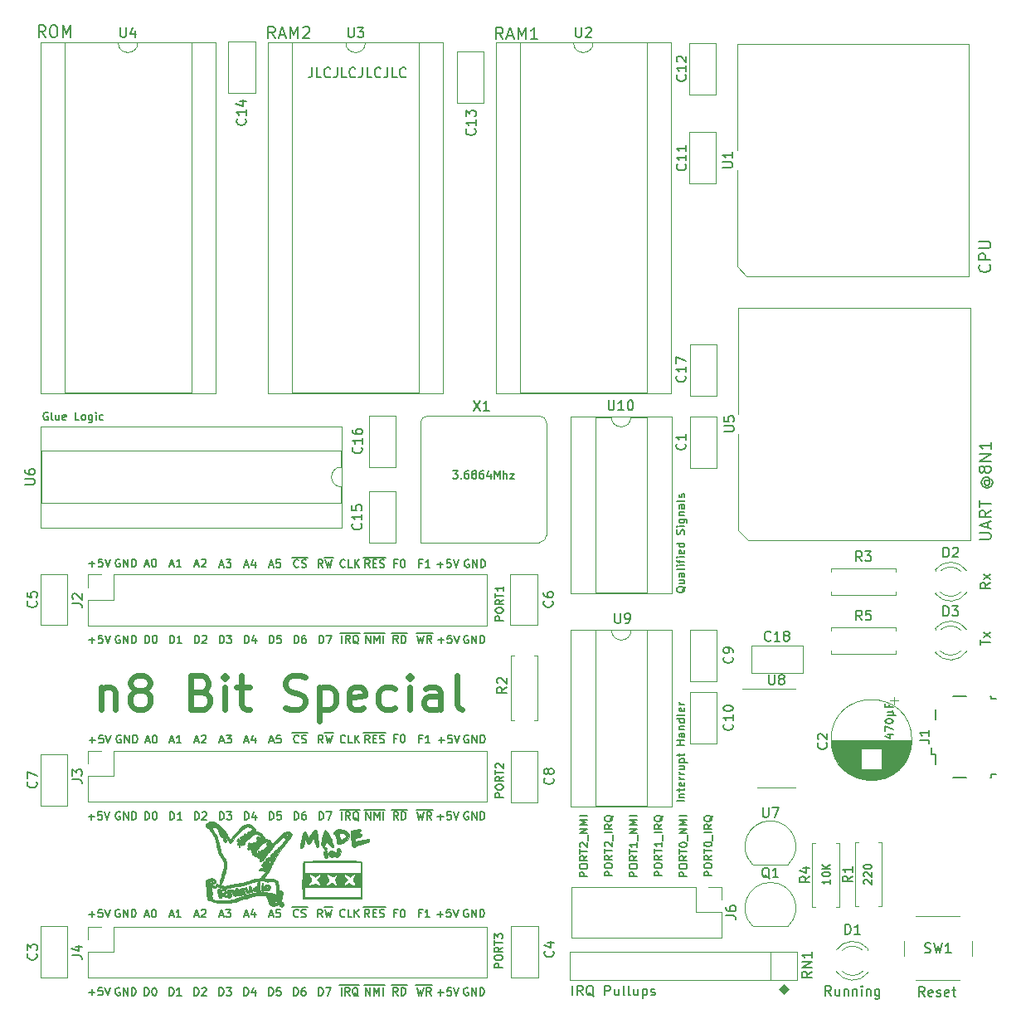
<source format=gbr>
%TF.GenerationSoftware,KiCad,Pcbnew,(6.0.5-0)*%
%TF.CreationDate,2022-06-16T16:01:59+02:00*%
%TF.ProjectId,n8 bit special,6e382062-6974-4207-9370-656369616c2e,2*%
%TF.SameCoordinates,Original*%
%TF.FileFunction,Legend,Top*%
%TF.FilePolarity,Positive*%
%FSLAX46Y46*%
G04 Gerber Fmt 4.6, Leading zero omitted, Abs format (unit mm)*
G04 Created by KiCad (PCBNEW (6.0.5-0)) date 2022-06-16 16:01:59*
%MOMM*%
%LPD*%
G01*
G04 APERTURE LIST*
%ADD10C,0.100000*%
%ADD11C,0.200000*%
%ADD12C,0.150000*%
%ADD13C,0.600000*%
%ADD14C,0.120000*%
%ADD15C,0.010000*%
G04 APERTURE END LIST*
D10*
G36*
X165735000Y-138645900D02*
G01*
X165227000Y-139153900D01*
X164719000Y-138645900D01*
X165227000Y-138137900D01*
X165735000Y-138645900D01*
G37*
X165735000Y-138645900D02*
X165227000Y-139153900D01*
X164719000Y-138645900D01*
X165227000Y-138137900D01*
X165735000Y-138645900D01*
D11*
X186254971Y-64712742D02*
X186312114Y-64769885D01*
X186369257Y-64941314D01*
X186369257Y-65055600D01*
X186312114Y-65227028D01*
X186197828Y-65341314D01*
X186083542Y-65398457D01*
X185854971Y-65455600D01*
X185683542Y-65455600D01*
X185454971Y-65398457D01*
X185340685Y-65341314D01*
X185226400Y-65227028D01*
X185169257Y-65055600D01*
X185169257Y-64941314D01*
X185226400Y-64769885D01*
X185283542Y-64712742D01*
X186369257Y-64198457D02*
X185169257Y-64198457D01*
X185169257Y-63741314D01*
X185226400Y-63627028D01*
X185283542Y-63569885D01*
X185397828Y-63512742D01*
X185569257Y-63512742D01*
X185683542Y-63569885D01*
X185740685Y-63627028D01*
X185797828Y-63741314D01*
X185797828Y-64198457D01*
X185169257Y-62998457D02*
X186140685Y-62998457D01*
X186254971Y-62941314D01*
X186312114Y-62884171D01*
X186369257Y-62769885D01*
X186369257Y-62541314D01*
X186312114Y-62427028D01*
X186254971Y-62369885D01*
X186140685Y-62312742D01*
X185169257Y-62312742D01*
D12*
X155124104Y-119422223D02*
X154324104Y-119422223D01*
X154590771Y-119041271D02*
X155124104Y-119041271D01*
X154666961Y-119041271D02*
X154628866Y-119003176D01*
X154590771Y-118926985D01*
X154590771Y-118812700D01*
X154628866Y-118736509D01*
X154705057Y-118698414D01*
X155124104Y-118698414D01*
X154590771Y-118431747D02*
X154590771Y-118126985D01*
X154324104Y-118317461D02*
X155009819Y-118317461D01*
X155086009Y-118279366D01*
X155124104Y-118203176D01*
X155124104Y-118126985D01*
X155086009Y-117555557D02*
X155124104Y-117631747D01*
X155124104Y-117784128D01*
X155086009Y-117860319D01*
X155009819Y-117898414D01*
X154705057Y-117898414D01*
X154628866Y-117860319D01*
X154590771Y-117784128D01*
X154590771Y-117631747D01*
X154628866Y-117555557D01*
X154705057Y-117517461D01*
X154781247Y-117517461D01*
X154857438Y-117898414D01*
X155124104Y-117174604D02*
X154590771Y-117174604D01*
X154743152Y-117174604D02*
X154666961Y-117136509D01*
X154628866Y-117098414D01*
X154590771Y-117022223D01*
X154590771Y-116946033D01*
X155124104Y-116679366D02*
X154590771Y-116679366D01*
X154743152Y-116679366D02*
X154666961Y-116641271D01*
X154628866Y-116603176D01*
X154590771Y-116526985D01*
X154590771Y-116450795D01*
X154590771Y-115841271D02*
X155124104Y-115841271D01*
X154590771Y-116184128D02*
X155009819Y-116184128D01*
X155086009Y-116146033D01*
X155124104Y-116069842D01*
X155124104Y-115955557D01*
X155086009Y-115879366D01*
X155047914Y-115841271D01*
X154590771Y-115460319D02*
X155390771Y-115460319D01*
X154628866Y-115460319D02*
X154590771Y-115384128D01*
X154590771Y-115231747D01*
X154628866Y-115155557D01*
X154666961Y-115117461D01*
X154743152Y-115079366D01*
X154971723Y-115079366D01*
X155047914Y-115117461D01*
X155086009Y-115155557D01*
X155124104Y-115231747D01*
X155124104Y-115384128D01*
X155086009Y-115460319D01*
X154590771Y-114850795D02*
X154590771Y-114546033D01*
X154324104Y-114736509D02*
X155009819Y-114736509D01*
X155086009Y-114698414D01*
X155124104Y-114622223D01*
X155124104Y-114546033D01*
X155124104Y-113669842D02*
X154324104Y-113669842D01*
X154705057Y-113669842D02*
X154705057Y-113212700D01*
X155124104Y-113212700D02*
X154324104Y-113212700D01*
X155124104Y-112488890D02*
X154705057Y-112488890D01*
X154628866Y-112526985D01*
X154590771Y-112603176D01*
X154590771Y-112755557D01*
X154628866Y-112831747D01*
X155086009Y-112488890D02*
X155124104Y-112565080D01*
X155124104Y-112755557D01*
X155086009Y-112831747D01*
X155009819Y-112869842D01*
X154933628Y-112869842D01*
X154857438Y-112831747D01*
X154819342Y-112755557D01*
X154819342Y-112565080D01*
X154781247Y-112488890D01*
X154590771Y-112107938D02*
X155124104Y-112107938D01*
X154666961Y-112107938D02*
X154628866Y-112069842D01*
X154590771Y-111993652D01*
X154590771Y-111879366D01*
X154628866Y-111803176D01*
X154705057Y-111765080D01*
X155124104Y-111765080D01*
X155124104Y-111041271D02*
X154324104Y-111041271D01*
X155086009Y-111041271D02*
X155124104Y-111117461D01*
X155124104Y-111269842D01*
X155086009Y-111346033D01*
X155047914Y-111384128D01*
X154971723Y-111422223D01*
X154743152Y-111422223D01*
X154666961Y-111384128D01*
X154628866Y-111346033D01*
X154590771Y-111269842D01*
X154590771Y-111117461D01*
X154628866Y-111041271D01*
X155124104Y-110546033D02*
X155086009Y-110622223D01*
X155009819Y-110660319D01*
X154324104Y-110660319D01*
X155086009Y-109936509D02*
X155124104Y-110012700D01*
X155124104Y-110165080D01*
X155086009Y-110241271D01*
X155009819Y-110279366D01*
X154705057Y-110279366D01*
X154628866Y-110241271D01*
X154590771Y-110165080D01*
X154590771Y-110012700D01*
X154628866Y-109936509D01*
X154705057Y-109898414D01*
X154781247Y-109898414D01*
X154857438Y-110279366D01*
X155124104Y-109555557D02*
X154590771Y-109555557D01*
X154743152Y-109555557D02*
X154666961Y-109517461D01*
X154628866Y-109479366D01*
X154590771Y-109403176D01*
X154590771Y-109326985D01*
X90119523Y-79775100D02*
X90043333Y-79737004D01*
X89929047Y-79737004D01*
X89814761Y-79775100D01*
X89738571Y-79851290D01*
X89700476Y-79927480D01*
X89662380Y-80079861D01*
X89662380Y-80194147D01*
X89700476Y-80346528D01*
X89738571Y-80422719D01*
X89814761Y-80498909D01*
X89929047Y-80537004D01*
X90005238Y-80537004D01*
X90119523Y-80498909D01*
X90157619Y-80460814D01*
X90157619Y-80194147D01*
X90005238Y-80194147D01*
X90614761Y-80537004D02*
X90538571Y-80498909D01*
X90500476Y-80422719D01*
X90500476Y-79737004D01*
X91262380Y-80003671D02*
X91262380Y-80537004D01*
X90919523Y-80003671D02*
X90919523Y-80422719D01*
X90957619Y-80498909D01*
X91033809Y-80537004D01*
X91148095Y-80537004D01*
X91224285Y-80498909D01*
X91262380Y-80460814D01*
X91948095Y-80498909D02*
X91871904Y-80537004D01*
X91719523Y-80537004D01*
X91643333Y-80498909D01*
X91605238Y-80422719D01*
X91605238Y-80117957D01*
X91643333Y-80041766D01*
X91719523Y-80003671D01*
X91871904Y-80003671D01*
X91948095Y-80041766D01*
X91986190Y-80117957D01*
X91986190Y-80194147D01*
X91605238Y-80270338D01*
X93319523Y-80537004D02*
X92938571Y-80537004D01*
X92938571Y-79737004D01*
X93700476Y-80537004D02*
X93624285Y-80498909D01*
X93586190Y-80460814D01*
X93548095Y-80384623D01*
X93548095Y-80156052D01*
X93586190Y-80079861D01*
X93624285Y-80041766D01*
X93700476Y-80003671D01*
X93814761Y-80003671D01*
X93890952Y-80041766D01*
X93929047Y-80079861D01*
X93967142Y-80156052D01*
X93967142Y-80384623D01*
X93929047Y-80460814D01*
X93890952Y-80498909D01*
X93814761Y-80537004D01*
X93700476Y-80537004D01*
X94652857Y-80003671D02*
X94652857Y-80651290D01*
X94614761Y-80727480D01*
X94576666Y-80765576D01*
X94500476Y-80803671D01*
X94386190Y-80803671D01*
X94310000Y-80765576D01*
X94652857Y-80498909D02*
X94576666Y-80537004D01*
X94424285Y-80537004D01*
X94348095Y-80498909D01*
X94310000Y-80460814D01*
X94271904Y-80384623D01*
X94271904Y-80156052D01*
X94310000Y-80079861D01*
X94348095Y-80041766D01*
X94424285Y-80003671D01*
X94576666Y-80003671D01*
X94652857Y-80041766D01*
X95033809Y-80537004D02*
X95033809Y-80003671D01*
X95033809Y-79737004D02*
X94995714Y-79775100D01*
X95033809Y-79813195D01*
X95071904Y-79775100D01*
X95033809Y-79737004D01*
X95033809Y-79813195D01*
X95757619Y-80498909D02*
X95681428Y-80537004D01*
X95529047Y-80537004D01*
X95452857Y-80498909D01*
X95414761Y-80460814D01*
X95376666Y-80384623D01*
X95376666Y-80156052D01*
X95414761Y-80079861D01*
X95452857Y-80041766D01*
X95529047Y-80003671D01*
X95681428Y-80003671D01*
X95757619Y-80041766D01*
X179609904Y-139364980D02*
X179276571Y-138888790D01*
X179038476Y-139364980D02*
X179038476Y-138364980D01*
X179419428Y-138364980D01*
X179514666Y-138412600D01*
X179562285Y-138460219D01*
X179609904Y-138555457D01*
X179609904Y-138698314D01*
X179562285Y-138793552D01*
X179514666Y-138841171D01*
X179419428Y-138888790D01*
X179038476Y-138888790D01*
X180419428Y-139317361D02*
X180324190Y-139364980D01*
X180133714Y-139364980D01*
X180038476Y-139317361D01*
X179990857Y-139222123D01*
X179990857Y-138841171D01*
X180038476Y-138745933D01*
X180133714Y-138698314D01*
X180324190Y-138698314D01*
X180419428Y-138745933D01*
X180467047Y-138841171D01*
X180467047Y-138936409D01*
X179990857Y-139031647D01*
X180848000Y-139317361D02*
X180943238Y-139364980D01*
X181133714Y-139364980D01*
X181228952Y-139317361D01*
X181276571Y-139222123D01*
X181276571Y-139174504D01*
X181228952Y-139079266D01*
X181133714Y-139031647D01*
X180990857Y-139031647D01*
X180895619Y-138984028D01*
X180848000Y-138888790D01*
X180848000Y-138841171D01*
X180895619Y-138745933D01*
X180990857Y-138698314D01*
X181133714Y-138698314D01*
X181228952Y-138745933D01*
X182086095Y-139317361D02*
X181990857Y-139364980D01*
X181800380Y-139364980D01*
X181705142Y-139317361D01*
X181657523Y-139222123D01*
X181657523Y-138841171D01*
X181705142Y-138745933D01*
X181800380Y-138698314D01*
X181990857Y-138698314D01*
X182086095Y-138745933D01*
X182133714Y-138841171D01*
X182133714Y-138936409D01*
X181657523Y-139031647D01*
X182419428Y-138698314D02*
X182800380Y-138698314D01*
X182562285Y-138364980D02*
X182562285Y-139222123D01*
X182609904Y-139317361D01*
X182705142Y-139364980D01*
X182800380Y-139364980D01*
D11*
X89862142Y-41462257D02*
X89462142Y-40890828D01*
X89176428Y-41462257D02*
X89176428Y-40262257D01*
X89633571Y-40262257D01*
X89747857Y-40319400D01*
X89805000Y-40376542D01*
X89862142Y-40490828D01*
X89862142Y-40662257D01*
X89805000Y-40776542D01*
X89747857Y-40833685D01*
X89633571Y-40890828D01*
X89176428Y-40890828D01*
X90605000Y-40262257D02*
X90833571Y-40262257D01*
X90947857Y-40319400D01*
X91062142Y-40433685D01*
X91119285Y-40662257D01*
X91119285Y-41062257D01*
X91062142Y-41290828D01*
X90947857Y-41405114D01*
X90833571Y-41462257D01*
X90605000Y-41462257D01*
X90490714Y-41405114D01*
X90376428Y-41290828D01*
X90319285Y-41062257D01*
X90319285Y-40662257D01*
X90376428Y-40433685D01*
X90490714Y-40319400D01*
X90605000Y-40262257D01*
X91633571Y-41462257D02*
X91633571Y-40262257D01*
X92033571Y-41119400D01*
X92433571Y-40262257D01*
X92433571Y-41462257D01*
X113306400Y-41589257D02*
X112906400Y-41017828D01*
X112620685Y-41589257D02*
X112620685Y-40389257D01*
X113077828Y-40389257D01*
X113192114Y-40446400D01*
X113249257Y-40503542D01*
X113306400Y-40617828D01*
X113306400Y-40789257D01*
X113249257Y-40903542D01*
X113192114Y-40960685D01*
X113077828Y-41017828D01*
X112620685Y-41017828D01*
X113763542Y-41246400D02*
X114334971Y-41246400D01*
X113649257Y-41589257D02*
X114049257Y-40389257D01*
X114449257Y-41589257D01*
X114849257Y-41589257D02*
X114849257Y-40389257D01*
X115249257Y-41246400D01*
X115649257Y-40389257D01*
X115649257Y-41589257D01*
X116163542Y-40503542D02*
X116220685Y-40446400D01*
X116334971Y-40389257D01*
X116620685Y-40389257D01*
X116734971Y-40446400D01*
X116792114Y-40503542D01*
X116849257Y-40617828D01*
X116849257Y-40732114D01*
X116792114Y-40903542D01*
X116106400Y-41589257D01*
X116849257Y-41589257D01*
D12*
X150285404Y-127101214D02*
X149485404Y-127101214D01*
X149485404Y-126796452D01*
X149523500Y-126720261D01*
X149561595Y-126682166D01*
X149637785Y-126644071D01*
X149752071Y-126644071D01*
X149828261Y-126682166D01*
X149866357Y-126720261D01*
X149904452Y-126796452D01*
X149904452Y-127101214D01*
X149485404Y-126148833D02*
X149485404Y-125996452D01*
X149523500Y-125920261D01*
X149599690Y-125844071D01*
X149752071Y-125805976D01*
X150018738Y-125805976D01*
X150171119Y-125844071D01*
X150247309Y-125920261D01*
X150285404Y-125996452D01*
X150285404Y-126148833D01*
X150247309Y-126225023D01*
X150171119Y-126301214D01*
X150018738Y-126339309D01*
X149752071Y-126339309D01*
X149599690Y-126301214D01*
X149523500Y-126225023D01*
X149485404Y-126148833D01*
X150285404Y-125005976D02*
X149904452Y-125272642D01*
X150285404Y-125463119D02*
X149485404Y-125463119D01*
X149485404Y-125158357D01*
X149523500Y-125082166D01*
X149561595Y-125044071D01*
X149637785Y-125005976D01*
X149752071Y-125005976D01*
X149828261Y-125044071D01*
X149866357Y-125082166D01*
X149904452Y-125158357D01*
X149904452Y-125463119D01*
X149485404Y-124777404D02*
X149485404Y-124320261D01*
X150285404Y-124548833D02*
X149485404Y-124548833D01*
X150285404Y-123634547D02*
X150285404Y-124091690D01*
X150285404Y-123863119D02*
X149485404Y-123863119D01*
X149599690Y-123939309D01*
X149675880Y-124015500D01*
X149713976Y-124091690D01*
X150361595Y-123482166D02*
X150361595Y-122872642D01*
X150285404Y-122682166D02*
X149485404Y-122682166D01*
X150285404Y-122225023D01*
X149485404Y-122225023D01*
X150285404Y-121844071D02*
X149485404Y-121844071D01*
X150056833Y-121577404D01*
X149485404Y-121310738D01*
X150285404Y-121310738D01*
X150285404Y-120929785D02*
X149485404Y-120929785D01*
X147745404Y-127044071D02*
X146945404Y-127044071D01*
X146945404Y-126739309D01*
X146983500Y-126663119D01*
X147021595Y-126625023D01*
X147097785Y-126586928D01*
X147212071Y-126586928D01*
X147288261Y-126625023D01*
X147326357Y-126663119D01*
X147364452Y-126739309D01*
X147364452Y-127044071D01*
X146945404Y-126091690D02*
X146945404Y-125939309D01*
X146983500Y-125863119D01*
X147059690Y-125786928D01*
X147212071Y-125748833D01*
X147478738Y-125748833D01*
X147631119Y-125786928D01*
X147707309Y-125863119D01*
X147745404Y-125939309D01*
X147745404Y-126091690D01*
X147707309Y-126167880D01*
X147631119Y-126244071D01*
X147478738Y-126282166D01*
X147212071Y-126282166D01*
X147059690Y-126244071D01*
X146983500Y-126167880D01*
X146945404Y-126091690D01*
X147745404Y-124948833D02*
X147364452Y-125215500D01*
X147745404Y-125405976D02*
X146945404Y-125405976D01*
X146945404Y-125101214D01*
X146983500Y-125025023D01*
X147021595Y-124986928D01*
X147097785Y-124948833D01*
X147212071Y-124948833D01*
X147288261Y-124986928D01*
X147326357Y-125025023D01*
X147364452Y-125101214D01*
X147364452Y-125405976D01*
X146945404Y-124720261D02*
X146945404Y-124263119D01*
X147745404Y-124491690D02*
X146945404Y-124491690D01*
X147021595Y-124034547D02*
X146983500Y-123996452D01*
X146945404Y-123920261D01*
X146945404Y-123729785D01*
X146983500Y-123653595D01*
X147021595Y-123615500D01*
X147097785Y-123577404D01*
X147173976Y-123577404D01*
X147288261Y-123615500D01*
X147745404Y-124072642D01*
X147745404Y-123577404D01*
X147821595Y-123425023D02*
X147821595Y-122815500D01*
X147745404Y-122625023D02*
X146945404Y-122625023D01*
X147745404Y-121786928D02*
X147364452Y-122053595D01*
X147745404Y-122244071D02*
X146945404Y-122244071D01*
X146945404Y-121939309D01*
X146983500Y-121863119D01*
X147021595Y-121825023D01*
X147097785Y-121786928D01*
X147212071Y-121786928D01*
X147288261Y-121825023D01*
X147326357Y-121863119D01*
X147364452Y-121939309D01*
X147364452Y-122244071D01*
X147821595Y-120910738D02*
X147783500Y-120986928D01*
X147707309Y-121063119D01*
X147593023Y-121177404D01*
X147554928Y-121253595D01*
X147554928Y-121329785D01*
X147745404Y-121291690D02*
X147707309Y-121367880D01*
X147631119Y-121444071D01*
X147478738Y-121482166D01*
X147212071Y-121482166D01*
X147059690Y-121444071D01*
X146983500Y-121367880D01*
X146945404Y-121291690D01*
X146945404Y-121139309D01*
X146983500Y-121063119D01*
X147059690Y-120986928D01*
X147212071Y-120948833D01*
X147478738Y-120948833D01*
X147631119Y-120986928D01*
X147707309Y-121063119D01*
X147745404Y-121139309D01*
X147745404Y-121291690D01*
X145205404Y-127101214D02*
X144405404Y-127101214D01*
X144405404Y-126796452D01*
X144443500Y-126720261D01*
X144481595Y-126682166D01*
X144557785Y-126644071D01*
X144672071Y-126644071D01*
X144748261Y-126682166D01*
X144786357Y-126720261D01*
X144824452Y-126796452D01*
X144824452Y-127101214D01*
X144405404Y-126148833D02*
X144405404Y-125996452D01*
X144443500Y-125920261D01*
X144519690Y-125844071D01*
X144672071Y-125805976D01*
X144938738Y-125805976D01*
X145091119Y-125844071D01*
X145167309Y-125920261D01*
X145205404Y-125996452D01*
X145205404Y-126148833D01*
X145167309Y-126225023D01*
X145091119Y-126301214D01*
X144938738Y-126339309D01*
X144672071Y-126339309D01*
X144519690Y-126301214D01*
X144443500Y-126225023D01*
X144405404Y-126148833D01*
X145205404Y-125005976D02*
X144824452Y-125272642D01*
X145205404Y-125463119D02*
X144405404Y-125463119D01*
X144405404Y-125158357D01*
X144443500Y-125082166D01*
X144481595Y-125044071D01*
X144557785Y-125005976D01*
X144672071Y-125005976D01*
X144748261Y-125044071D01*
X144786357Y-125082166D01*
X144824452Y-125158357D01*
X144824452Y-125463119D01*
X144405404Y-124777404D02*
X144405404Y-124320261D01*
X145205404Y-124548833D02*
X144405404Y-124548833D01*
X144481595Y-124091690D02*
X144443500Y-124053595D01*
X144405404Y-123977404D01*
X144405404Y-123786928D01*
X144443500Y-123710738D01*
X144481595Y-123672642D01*
X144557785Y-123634547D01*
X144633976Y-123634547D01*
X144748261Y-123672642D01*
X145205404Y-124129785D01*
X145205404Y-123634547D01*
X145281595Y-123482166D02*
X145281595Y-122872642D01*
X145205404Y-122682166D02*
X144405404Y-122682166D01*
X145205404Y-122225023D01*
X144405404Y-122225023D01*
X145205404Y-121844071D02*
X144405404Y-121844071D01*
X144976833Y-121577404D01*
X144405404Y-121310738D01*
X145205404Y-121310738D01*
X145205404Y-120929785D02*
X144405404Y-120929785D01*
X152825404Y-127044071D02*
X152025404Y-127044071D01*
X152025404Y-126739309D01*
X152063500Y-126663119D01*
X152101595Y-126625023D01*
X152177785Y-126586928D01*
X152292071Y-126586928D01*
X152368261Y-126625023D01*
X152406357Y-126663119D01*
X152444452Y-126739309D01*
X152444452Y-127044071D01*
X152025404Y-126091690D02*
X152025404Y-125939309D01*
X152063500Y-125863119D01*
X152139690Y-125786928D01*
X152292071Y-125748833D01*
X152558738Y-125748833D01*
X152711119Y-125786928D01*
X152787309Y-125863119D01*
X152825404Y-125939309D01*
X152825404Y-126091690D01*
X152787309Y-126167880D01*
X152711119Y-126244071D01*
X152558738Y-126282166D01*
X152292071Y-126282166D01*
X152139690Y-126244071D01*
X152063500Y-126167880D01*
X152025404Y-126091690D01*
X152825404Y-124948833D02*
X152444452Y-125215500D01*
X152825404Y-125405976D02*
X152025404Y-125405976D01*
X152025404Y-125101214D01*
X152063500Y-125025023D01*
X152101595Y-124986928D01*
X152177785Y-124948833D01*
X152292071Y-124948833D01*
X152368261Y-124986928D01*
X152406357Y-125025023D01*
X152444452Y-125101214D01*
X152444452Y-125405976D01*
X152025404Y-124720261D02*
X152025404Y-124263119D01*
X152825404Y-124491690D02*
X152025404Y-124491690D01*
X152825404Y-123577404D02*
X152825404Y-124034547D01*
X152825404Y-123805976D02*
X152025404Y-123805976D01*
X152139690Y-123882166D01*
X152215880Y-123958357D01*
X152253976Y-124034547D01*
X152901595Y-123425023D02*
X152901595Y-122815500D01*
X152825404Y-122625023D02*
X152025404Y-122625023D01*
X152825404Y-121786928D02*
X152444452Y-122053595D01*
X152825404Y-122244071D02*
X152025404Y-122244071D01*
X152025404Y-121939309D01*
X152063500Y-121863119D01*
X152101595Y-121825023D01*
X152177785Y-121786928D01*
X152292071Y-121786928D01*
X152368261Y-121825023D01*
X152406357Y-121863119D01*
X152444452Y-121939309D01*
X152444452Y-122244071D01*
X152901595Y-120910738D02*
X152863500Y-120986928D01*
X152787309Y-121063119D01*
X152673023Y-121177404D01*
X152634928Y-121253595D01*
X152634928Y-121329785D01*
X152825404Y-121291690D02*
X152787309Y-121367880D01*
X152711119Y-121444071D01*
X152558738Y-121482166D01*
X152292071Y-121482166D01*
X152139690Y-121444071D01*
X152063500Y-121367880D01*
X152025404Y-121291690D01*
X152025404Y-121139309D01*
X152063500Y-121063119D01*
X152139690Y-120986928D01*
X152292071Y-120948833D01*
X152558738Y-120948833D01*
X152711119Y-120986928D01*
X152787309Y-121063119D01*
X152825404Y-121139309D01*
X152825404Y-121291690D01*
X157905404Y-127044071D02*
X157105404Y-127044071D01*
X157105404Y-126739309D01*
X157143500Y-126663119D01*
X157181595Y-126625023D01*
X157257785Y-126586928D01*
X157372071Y-126586928D01*
X157448261Y-126625023D01*
X157486357Y-126663119D01*
X157524452Y-126739309D01*
X157524452Y-127044071D01*
X157105404Y-126091690D02*
X157105404Y-125939309D01*
X157143500Y-125863119D01*
X157219690Y-125786928D01*
X157372071Y-125748833D01*
X157638738Y-125748833D01*
X157791119Y-125786928D01*
X157867309Y-125863119D01*
X157905404Y-125939309D01*
X157905404Y-126091690D01*
X157867309Y-126167880D01*
X157791119Y-126244071D01*
X157638738Y-126282166D01*
X157372071Y-126282166D01*
X157219690Y-126244071D01*
X157143500Y-126167880D01*
X157105404Y-126091690D01*
X157905404Y-124948833D02*
X157524452Y-125215500D01*
X157905404Y-125405976D02*
X157105404Y-125405976D01*
X157105404Y-125101214D01*
X157143500Y-125025023D01*
X157181595Y-124986928D01*
X157257785Y-124948833D01*
X157372071Y-124948833D01*
X157448261Y-124986928D01*
X157486357Y-125025023D01*
X157524452Y-125101214D01*
X157524452Y-125405976D01*
X157105404Y-124720261D02*
X157105404Y-124263119D01*
X157905404Y-124491690D02*
X157105404Y-124491690D01*
X157105404Y-123844071D02*
X157105404Y-123767880D01*
X157143500Y-123691690D01*
X157181595Y-123653595D01*
X157257785Y-123615500D01*
X157410166Y-123577404D01*
X157600642Y-123577404D01*
X157753023Y-123615500D01*
X157829214Y-123653595D01*
X157867309Y-123691690D01*
X157905404Y-123767880D01*
X157905404Y-123844071D01*
X157867309Y-123920261D01*
X157829214Y-123958357D01*
X157753023Y-123996452D01*
X157600642Y-124034547D01*
X157410166Y-124034547D01*
X157257785Y-123996452D01*
X157181595Y-123958357D01*
X157143500Y-123920261D01*
X157105404Y-123844071D01*
X157981595Y-123425023D02*
X157981595Y-122815500D01*
X157905404Y-122625023D02*
X157105404Y-122625023D01*
X157905404Y-121786928D02*
X157524452Y-122053595D01*
X157905404Y-122244071D02*
X157105404Y-122244071D01*
X157105404Y-121939309D01*
X157143500Y-121863119D01*
X157181595Y-121825023D01*
X157257785Y-121786928D01*
X157372071Y-121786928D01*
X157448261Y-121825023D01*
X157486357Y-121863119D01*
X157524452Y-121939309D01*
X157524452Y-122244071D01*
X157981595Y-120910738D02*
X157943500Y-120986928D01*
X157867309Y-121063119D01*
X157753023Y-121177404D01*
X157714928Y-121253595D01*
X157714928Y-121329785D01*
X157905404Y-121291690D02*
X157867309Y-121367880D01*
X157791119Y-121444071D01*
X157638738Y-121482166D01*
X157372071Y-121482166D01*
X157219690Y-121444071D01*
X157143500Y-121367880D01*
X157105404Y-121291690D01*
X157105404Y-121139309D01*
X157143500Y-121063119D01*
X157219690Y-120986928D01*
X157372071Y-120948833D01*
X157638738Y-120948833D01*
X157791119Y-120986928D01*
X157867309Y-121063119D01*
X157905404Y-121139309D01*
X157905404Y-121291690D01*
X143688323Y-139237980D02*
X143688323Y-138237980D01*
X144735942Y-139237980D02*
X144402609Y-138761790D01*
X144164514Y-139237980D02*
X144164514Y-138237980D01*
X144545466Y-138237980D01*
X144640704Y-138285600D01*
X144688323Y-138333219D01*
X144735942Y-138428457D01*
X144735942Y-138571314D01*
X144688323Y-138666552D01*
X144640704Y-138714171D01*
X144545466Y-138761790D01*
X144164514Y-138761790D01*
X145831180Y-139333219D02*
X145735942Y-139285600D01*
X145640704Y-139190361D01*
X145497847Y-139047504D01*
X145402609Y-138999885D01*
X145307371Y-138999885D01*
X145354990Y-139237980D02*
X145259752Y-139190361D01*
X145164514Y-139095123D01*
X145116895Y-138904647D01*
X145116895Y-138571314D01*
X145164514Y-138380838D01*
X145259752Y-138285600D01*
X145354990Y-138237980D01*
X145545466Y-138237980D01*
X145640704Y-138285600D01*
X145735942Y-138380838D01*
X145783561Y-138571314D01*
X145783561Y-138904647D01*
X145735942Y-139095123D01*
X145640704Y-139190361D01*
X145545466Y-139237980D01*
X145354990Y-139237980D01*
X146974038Y-139237980D02*
X146974038Y-138237980D01*
X147354990Y-138237980D01*
X147450228Y-138285600D01*
X147497847Y-138333219D01*
X147545466Y-138428457D01*
X147545466Y-138571314D01*
X147497847Y-138666552D01*
X147450228Y-138714171D01*
X147354990Y-138761790D01*
X146974038Y-138761790D01*
X148402609Y-138571314D02*
X148402609Y-139237980D01*
X147974038Y-138571314D02*
X147974038Y-139095123D01*
X148021657Y-139190361D01*
X148116895Y-139237980D01*
X148259752Y-139237980D01*
X148354990Y-139190361D01*
X148402609Y-139142742D01*
X149021657Y-139237980D02*
X148926419Y-139190361D01*
X148878800Y-139095123D01*
X148878800Y-138237980D01*
X149545466Y-139237980D02*
X149450228Y-139190361D01*
X149402609Y-139095123D01*
X149402609Y-138237980D01*
X150354990Y-138571314D02*
X150354990Y-139237980D01*
X149926419Y-138571314D02*
X149926419Y-139095123D01*
X149974038Y-139190361D01*
X150069276Y-139237980D01*
X150212133Y-139237980D01*
X150307371Y-139190361D01*
X150354990Y-139142742D01*
X150831180Y-138571314D02*
X150831180Y-139571314D01*
X150831180Y-138618933D02*
X150926419Y-138571314D01*
X151116895Y-138571314D01*
X151212133Y-138618933D01*
X151259752Y-138666552D01*
X151307371Y-138761790D01*
X151307371Y-139047504D01*
X151259752Y-139142742D01*
X151212133Y-139190361D01*
X151116895Y-139237980D01*
X150926419Y-139237980D01*
X150831180Y-139190361D01*
X151688323Y-139190361D02*
X151783561Y-139237980D01*
X151974038Y-139237980D01*
X152069276Y-139190361D01*
X152116895Y-139095123D01*
X152116895Y-139047504D01*
X152069276Y-138952266D01*
X151974038Y-138904647D01*
X151831180Y-138904647D01*
X151735942Y-138857028D01*
X151688323Y-138761790D01*
X151688323Y-138714171D01*
X151735942Y-138618933D01*
X151831180Y-138571314D01*
X151974038Y-138571314D01*
X152069276Y-138618933D01*
X155365404Y-127101214D02*
X154565404Y-127101214D01*
X154565404Y-126796452D01*
X154603500Y-126720261D01*
X154641595Y-126682166D01*
X154717785Y-126644071D01*
X154832071Y-126644071D01*
X154908261Y-126682166D01*
X154946357Y-126720261D01*
X154984452Y-126796452D01*
X154984452Y-127101214D01*
X154565404Y-126148833D02*
X154565404Y-125996452D01*
X154603500Y-125920261D01*
X154679690Y-125844071D01*
X154832071Y-125805976D01*
X155098738Y-125805976D01*
X155251119Y-125844071D01*
X155327309Y-125920261D01*
X155365404Y-125996452D01*
X155365404Y-126148833D01*
X155327309Y-126225023D01*
X155251119Y-126301214D01*
X155098738Y-126339309D01*
X154832071Y-126339309D01*
X154679690Y-126301214D01*
X154603500Y-126225023D01*
X154565404Y-126148833D01*
X155365404Y-125005976D02*
X154984452Y-125272642D01*
X155365404Y-125463119D02*
X154565404Y-125463119D01*
X154565404Y-125158357D01*
X154603500Y-125082166D01*
X154641595Y-125044071D01*
X154717785Y-125005976D01*
X154832071Y-125005976D01*
X154908261Y-125044071D01*
X154946357Y-125082166D01*
X154984452Y-125158357D01*
X154984452Y-125463119D01*
X154565404Y-124777404D02*
X154565404Y-124320261D01*
X155365404Y-124548833D02*
X154565404Y-124548833D01*
X154565404Y-123901214D02*
X154565404Y-123825023D01*
X154603500Y-123748833D01*
X154641595Y-123710738D01*
X154717785Y-123672642D01*
X154870166Y-123634547D01*
X155060642Y-123634547D01*
X155213023Y-123672642D01*
X155289214Y-123710738D01*
X155327309Y-123748833D01*
X155365404Y-123825023D01*
X155365404Y-123901214D01*
X155327309Y-123977404D01*
X155289214Y-124015500D01*
X155213023Y-124053595D01*
X155060642Y-124091690D01*
X154870166Y-124091690D01*
X154717785Y-124053595D01*
X154641595Y-124015500D01*
X154603500Y-123977404D01*
X154565404Y-123901214D01*
X155441595Y-123482166D02*
X155441595Y-122872642D01*
X155365404Y-122682166D02*
X154565404Y-122682166D01*
X155365404Y-122225023D01*
X154565404Y-122225023D01*
X155365404Y-121844071D02*
X154565404Y-121844071D01*
X155136833Y-121577404D01*
X154565404Y-121310738D01*
X155365404Y-121310738D01*
X155365404Y-120929785D02*
X154565404Y-120929785D01*
D13*
X95526760Y-107758800D02*
X95526760Y-110092133D01*
X95526760Y-108092133D02*
X95693426Y-107925466D01*
X96026760Y-107758800D01*
X96526760Y-107758800D01*
X96860093Y-107925466D01*
X97026760Y-108258800D01*
X97026760Y-110092133D01*
X99193426Y-108092133D02*
X98860093Y-107925466D01*
X98693426Y-107758800D01*
X98526760Y-107425466D01*
X98526760Y-107258800D01*
X98693426Y-106925466D01*
X98860093Y-106758800D01*
X99193426Y-106592133D01*
X99860093Y-106592133D01*
X100193426Y-106758800D01*
X100360093Y-106925466D01*
X100526760Y-107258800D01*
X100526760Y-107425466D01*
X100360093Y-107758800D01*
X100193426Y-107925466D01*
X99860093Y-108092133D01*
X99193426Y-108092133D01*
X98860093Y-108258800D01*
X98693426Y-108425466D01*
X98526760Y-108758800D01*
X98526760Y-109425466D01*
X98693426Y-109758800D01*
X98860093Y-109925466D01*
X99193426Y-110092133D01*
X99860093Y-110092133D01*
X100193426Y-109925466D01*
X100360093Y-109758800D01*
X100526760Y-109425466D01*
X100526760Y-108758800D01*
X100360093Y-108425466D01*
X100193426Y-108258800D01*
X99860093Y-108092133D01*
X105860093Y-108258800D02*
X106360093Y-108425466D01*
X106526760Y-108592133D01*
X106693426Y-108925466D01*
X106693426Y-109425466D01*
X106526760Y-109758800D01*
X106360093Y-109925466D01*
X106026760Y-110092133D01*
X104693426Y-110092133D01*
X104693426Y-106592133D01*
X105860093Y-106592133D01*
X106193426Y-106758800D01*
X106360093Y-106925466D01*
X106526760Y-107258800D01*
X106526760Y-107592133D01*
X106360093Y-107925466D01*
X106193426Y-108092133D01*
X105860093Y-108258800D01*
X104693426Y-108258800D01*
X108193426Y-110092133D02*
X108193426Y-107758800D01*
X108193426Y-106592133D02*
X108026760Y-106758800D01*
X108193426Y-106925466D01*
X108360093Y-106758800D01*
X108193426Y-106592133D01*
X108193426Y-106925466D01*
X109360093Y-107758800D02*
X110693426Y-107758800D01*
X109860093Y-106592133D02*
X109860093Y-109592133D01*
X110026760Y-109925466D01*
X110360093Y-110092133D01*
X110693426Y-110092133D01*
X114360093Y-109925466D02*
X114860093Y-110092133D01*
X115693426Y-110092133D01*
X116026760Y-109925466D01*
X116193426Y-109758800D01*
X116360093Y-109425466D01*
X116360093Y-109092133D01*
X116193426Y-108758800D01*
X116026760Y-108592133D01*
X115693426Y-108425466D01*
X115026760Y-108258800D01*
X114693426Y-108092133D01*
X114526760Y-107925466D01*
X114360093Y-107592133D01*
X114360093Y-107258800D01*
X114526760Y-106925466D01*
X114693426Y-106758800D01*
X115026760Y-106592133D01*
X115860093Y-106592133D01*
X116360093Y-106758800D01*
X117860093Y-107758800D02*
X117860093Y-111258800D01*
X117860093Y-107925466D02*
X118193426Y-107758800D01*
X118860093Y-107758800D01*
X119193426Y-107925466D01*
X119360093Y-108092133D01*
X119526760Y-108425466D01*
X119526760Y-109425466D01*
X119360093Y-109758800D01*
X119193426Y-109925466D01*
X118860093Y-110092133D01*
X118193426Y-110092133D01*
X117860093Y-109925466D01*
X122360093Y-109925466D02*
X122026760Y-110092133D01*
X121360093Y-110092133D01*
X121026760Y-109925466D01*
X120860093Y-109592133D01*
X120860093Y-108258800D01*
X121026760Y-107925466D01*
X121360093Y-107758800D01*
X122026760Y-107758800D01*
X122360093Y-107925466D01*
X122526760Y-108258800D01*
X122526760Y-108592133D01*
X120860093Y-108925466D01*
X125526760Y-109925466D02*
X125193426Y-110092133D01*
X124526760Y-110092133D01*
X124193426Y-109925466D01*
X124026760Y-109758800D01*
X123860093Y-109425466D01*
X123860093Y-108425466D01*
X124026760Y-108092133D01*
X124193426Y-107925466D01*
X124526760Y-107758800D01*
X125193426Y-107758800D01*
X125526760Y-107925466D01*
X127026760Y-110092133D02*
X127026760Y-107758800D01*
X127026760Y-106592133D02*
X126860093Y-106758800D01*
X127026760Y-106925466D01*
X127193426Y-106758800D01*
X127026760Y-106592133D01*
X127026760Y-106925466D01*
X130193426Y-110092133D02*
X130193426Y-108258800D01*
X130026760Y-107925466D01*
X129693426Y-107758800D01*
X129026760Y-107758800D01*
X128693426Y-107925466D01*
X130193426Y-109925466D02*
X129860093Y-110092133D01*
X129026760Y-110092133D01*
X128693426Y-109925466D01*
X128526760Y-109592133D01*
X128526760Y-109258800D01*
X128693426Y-108925466D01*
X129026760Y-108758800D01*
X129860093Y-108758800D01*
X130193426Y-108592133D01*
X132360093Y-110092133D02*
X132026760Y-109925466D01*
X131860093Y-109592133D01*
X131860093Y-106592133D01*
D12*
X131470790Y-85718704D02*
X131966028Y-85718704D01*
X131699361Y-86023466D01*
X131813647Y-86023466D01*
X131889838Y-86061561D01*
X131927933Y-86099657D01*
X131966028Y-86175847D01*
X131966028Y-86366323D01*
X131927933Y-86442514D01*
X131889838Y-86480609D01*
X131813647Y-86518704D01*
X131585076Y-86518704D01*
X131508885Y-86480609D01*
X131470790Y-86442514D01*
X132308885Y-86442514D02*
X132346980Y-86480609D01*
X132308885Y-86518704D01*
X132270790Y-86480609D01*
X132308885Y-86442514D01*
X132308885Y-86518704D01*
X133032695Y-85718704D02*
X132880314Y-85718704D01*
X132804123Y-85756800D01*
X132766028Y-85794895D01*
X132689838Y-85909180D01*
X132651742Y-86061561D01*
X132651742Y-86366323D01*
X132689838Y-86442514D01*
X132727933Y-86480609D01*
X132804123Y-86518704D01*
X132956504Y-86518704D01*
X133032695Y-86480609D01*
X133070790Y-86442514D01*
X133108885Y-86366323D01*
X133108885Y-86175847D01*
X133070790Y-86099657D01*
X133032695Y-86061561D01*
X132956504Y-86023466D01*
X132804123Y-86023466D01*
X132727933Y-86061561D01*
X132689838Y-86099657D01*
X132651742Y-86175847D01*
X133566028Y-86061561D02*
X133489838Y-86023466D01*
X133451742Y-85985371D01*
X133413647Y-85909180D01*
X133413647Y-85871085D01*
X133451742Y-85794895D01*
X133489838Y-85756800D01*
X133566028Y-85718704D01*
X133718409Y-85718704D01*
X133794600Y-85756800D01*
X133832695Y-85794895D01*
X133870790Y-85871085D01*
X133870790Y-85909180D01*
X133832695Y-85985371D01*
X133794600Y-86023466D01*
X133718409Y-86061561D01*
X133566028Y-86061561D01*
X133489838Y-86099657D01*
X133451742Y-86137752D01*
X133413647Y-86213942D01*
X133413647Y-86366323D01*
X133451742Y-86442514D01*
X133489838Y-86480609D01*
X133566028Y-86518704D01*
X133718409Y-86518704D01*
X133794600Y-86480609D01*
X133832695Y-86442514D01*
X133870790Y-86366323D01*
X133870790Y-86213942D01*
X133832695Y-86137752D01*
X133794600Y-86099657D01*
X133718409Y-86061561D01*
X134556504Y-85718704D02*
X134404123Y-85718704D01*
X134327933Y-85756800D01*
X134289838Y-85794895D01*
X134213647Y-85909180D01*
X134175552Y-86061561D01*
X134175552Y-86366323D01*
X134213647Y-86442514D01*
X134251742Y-86480609D01*
X134327933Y-86518704D01*
X134480314Y-86518704D01*
X134556504Y-86480609D01*
X134594600Y-86442514D01*
X134632695Y-86366323D01*
X134632695Y-86175847D01*
X134594600Y-86099657D01*
X134556504Y-86061561D01*
X134480314Y-86023466D01*
X134327933Y-86023466D01*
X134251742Y-86061561D01*
X134213647Y-86099657D01*
X134175552Y-86175847D01*
X135318409Y-85985371D02*
X135318409Y-86518704D01*
X135127933Y-85680609D02*
X134937457Y-86252038D01*
X135432695Y-86252038D01*
X135737457Y-86518704D02*
X135737457Y-85718704D01*
X136004123Y-86290133D01*
X136270790Y-85718704D01*
X136270790Y-86518704D01*
X136651742Y-86518704D02*
X136651742Y-85718704D01*
X136994600Y-86518704D02*
X136994600Y-86099657D01*
X136956504Y-86023466D01*
X136880314Y-85985371D01*
X136766028Y-85985371D01*
X136689838Y-86023466D01*
X136651742Y-86061561D01*
X137299361Y-85985371D02*
X137718409Y-85985371D01*
X137299361Y-86518704D01*
X137718409Y-86518704D01*
X175850571Y-112623428D02*
X176383904Y-112623428D01*
X175545809Y-112813904D02*
X176117238Y-113004380D01*
X176117238Y-112509142D01*
X175583904Y-112280571D02*
X175583904Y-111747238D01*
X176383904Y-112090095D01*
X175583904Y-111290095D02*
X175583904Y-111213904D01*
X175622000Y-111137714D01*
X175660095Y-111099619D01*
X175736285Y-111061523D01*
X175888666Y-111023428D01*
X176079142Y-111023428D01*
X176231523Y-111061523D01*
X176307714Y-111099619D01*
X176345809Y-111137714D01*
X176383904Y-111213904D01*
X176383904Y-111290095D01*
X176345809Y-111366285D01*
X176307714Y-111404380D01*
X176231523Y-111442476D01*
X176079142Y-111480571D01*
X175888666Y-111480571D01*
X175736285Y-111442476D01*
X175660095Y-111404380D01*
X175622000Y-111366285D01*
X175583904Y-111290095D01*
X175850571Y-110680571D02*
X176650571Y-110680571D01*
X176269619Y-110299619D02*
X176345809Y-110261523D01*
X176383904Y-110185333D01*
X176269619Y-110680571D02*
X176345809Y-110642476D01*
X176383904Y-110566285D01*
X176383904Y-110413904D01*
X176345809Y-110337714D01*
X176269619Y-110299619D01*
X175850571Y-110299619D01*
X175964857Y-109575809D02*
X175964857Y-109842476D01*
X176383904Y-109842476D02*
X175583904Y-109842476D01*
X175583904Y-109461523D01*
X173488395Y-127863476D02*
X173450300Y-127825380D01*
X173412204Y-127749190D01*
X173412204Y-127558714D01*
X173450300Y-127482523D01*
X173488395Y-127444428D01*
X173564585Y-127406333D01*
X173640776Y-127406333D01*
X173755061Y-127444428D01*
X174212204Y-127901571D01*
X174212204Y-127406333D01*
X173488395Y-127101571D02*
X173450300Y-127063476D01*
X173412204Y-126987285D01*
X173412204Y-126796809D01*
X173450300Y-126720619D01*
X173488395Y-126682523D01*
X173564585Y-126644428D01*
X173640776Y-126644428D01*
X173755061Y-126682523D01*
X174212204Y-127139666D01*
X174212204Y-126644428D01*
X173412204Y-126149190D02*
X173412204Y-126073000D01*
X173450300Y-125996809D01*
X173488395Y-125958714D01*
X173564585Y-125920619D01*
X173716966Y-125882523D01*
X173907442Y-125882523D01*
X174059823Y-125920619D01*
X174136014Y-125958714D01*
X174174109Y-125996809D01*
X174212204Y-126073000D01*
X174212204Y-126149190D01*
X174174109Y-126225380D01*
X174136014Y-126263476D01*
X174059823Y-126301571D01*
X173907442Y-126339666D01*
X173716966Y-126339666D01*
X173564585Y-126301571D01*
X173488395Y-126263476D01*
X173450300Y-126225380D01*
X173412204Y-126149190D01*
X169957704Y-127425380D02*
X169957704Y-127882523D01*
X169957704Y-127653952D02*
X169157704Y-127653952D01*
X169271990Y-127730142D01*
X169348180Y-127806333D01*
X169386276Y-127882523D01*
X169157704Y-126930142D02*
X169157704Y-126853952D01*
X169195800Y-126777761D01*
X169233895Y-126739666D01*
X169310085Y-126701571D01*
X169462466Y-126663476D01*
X169652942Y-126663476D01*
X169805323Y-126701571D01*
X169881514Y-126739666D01*
X169919609Y-126777761D01*
X169957704Y-126853952D01*
X169957704Y-126930142D01*
X169919609Y-127006333D01*
X169881514Y-127044428D01*
X169805323Y-127082523D01*
X169652942Y-127120619D01*
X169462466Y-127120619D01*
X169310085Y-127082523D01*
X169233895Y-127044428D01*
X169195800Y-127006333D01*
X169157704Y-126930142D01*
X169957704Y-126320619D02*
X169157704Y-126320619D01*
X169957704Y-125863476D02*
X169500561Y-126206333D01*
X169157704Y-125863476D02*
X169614847Y-126320619D01*
D11*
X136572800Y-41665457D02*
X136172800Y-41094028D01*
X135887085Y-41665457D02*
X135887085Y-40465457D01*
X136344228Y-40465457D01*
X136458514Y-40522600D01*
X136515657Y-40579742D01*
X136572800Y-40694028D01*
X136572800Y-40865457D01*
X136515657Y-40979742D01*
X136458514Y-41036885D01*
X136344228Y-41094028D01*
X135887085Y-41094028D01*
X137029942Y-41322600D02*
X137601371Y-41322600D01*
X136915657Y-41665457D02*
X137315657Y-40465457D01*
X137715657Y-41665457D01*
X138115657Y-41665457D02*
X138115657Y-40465457D01*
X138515657Y-41322600D01*
X138915657Y-40465457D01*
X138915657Y-41665457D01*
X140115657Y-41665457D02*
X139429942Y-41665457D01*
X139772800Y-41665457D02*
X139772800Y-40465457D01*
X139658514Y-40636885D01*
X139544228Y-40751171D01*
X139429942Y-40808314D01*
X185194657Y-92722085D02*
X186166085Y-92722085D01*
X186280371Y-92664942D01*
X186337514Y-92607800D01*
X186394657Y-92493514D01*
X186394657Y-92264942D01*
X186337514Y-92150657D01*
X186280371Y-92093514D01*
X186166085Y-92036371D01*
X185194657Y-92036371D01*
X186051800Y-91522085D02*
X186051800Y-90950657D01*
X186394657Y-91636371D02*
X185194657Y-91236371D01*
X186394657Y-90836371D01*
X186394657Y-89750657D02*
X185823228Y-90150657D01*
X186394657Y-90436371D02*
X185194657Y-90436371D01*
X185194657Y-89979228D01*
X185251800Y-89864942D01*
X185308942Y-89807800D01*
X185423228Y-89750657D01*
X185594657Y-89750657D01*
X185708942Y-89807800D01*
X185766085Y-89864942D01*
X185823228Y-89979228D01*
X185823228Y-90436371D01*
X185194657Y-89407800D02*
X185194657Y-88722085D01*
X186394657Y-89064942D02*
X185194657Y-89064942D01*
X185823228Y-86664942D02*
X185766085Y-86722085D01*
X185708942Y-86836371D01*
X185708942Y-86950657D01*
X185766085Y-87064942D01*
X185823228Y-87122085D01*
X185937514Y-87179228D01*
X186051800Y-87179228D01*
X186166085Y-87122085D01*
X186223228Y-87064942D01*
X186280371Y-86950657D01*
X186280371Y-86836371D01*
X186223228Y-86722085D01*
X186166085Y-86664942D01*
X185708942Y-86664942D02*
X186166085Y-86664942D01*
X186223228Y-86607800D01*
X186223228Y-86550657D01*
X186166085Y-86436371D01*
X186051800Y-86379228D01*
X185766085Y-86379228D01*
X185594657Y-86493514D01*
X185480371Y-86664942D01*
X185423228Y-86893514D01*
X185480371Y-87122085D01*
X185594657Y-87293514D01*
X185766085Y-87407800D01*
X185994657Y-87464942D01*
X186223228Y-87407800D01*
X186394657Y-87293514D01*
X186508942Y-87122085D01*
X186566085Y-86893514D01*
X186508942Y-86664942D01*
X186394657Y-86493514D01*
X185708942Y-85693514D02*
X185651800Y-85807800D01*
X185594657Y-85864942D01*
X185480371Y-85922085D01*
X185423228Y-85922085D01*
X185308942Y-85864942D01*
X185251800Y-85807800D01*
X185194657Y-85693514D01*
X185194657Y-85464942D01*
X185251800Y-85350657D01*
X185308942Y-85293514D01*
X185423228Y-85236371D01*
X185480371Y-85236371D01*
X185594657Y-85293514D01*
X185651800Y-85350657D01*
X185708942Y-85464942D01*
X185708942Y-85693514D01*
X185766085Y-85807800D01*
X185823228Y-85864942D01*
X185937514Y-85922085D01*
X186166085Y-85922085D01*
X186280371Y-85864942D01*
X186337514Y-85807800D01*
X186394657Y-85693514D01*
X186394657Y-85464942D01*
X186337514Y-85350657D01*
X186280371Y-85293514D01*
X186166085Y-85236371D01*
X185937514Y-85236371D01*
X185823228Y-85293514D01*
X185766085Y-85350657D01*
X185708942Y-85464942D01*
X186394657Y-84722085D02*
X185194657Y-84722085D01*
X186394657Y-84036371D01*
X185194657Y-84036371D01*
X186394657Y-82836371D02*
X186394657Y-83522085D01*
X186394657Y-83179228D02*
X185194657Y-83179228D01*
X185366085Y-83293514D01*
X185480371Y-83407800D01*
X185537514Y-83522085D01*
D12*
X155174895Y-97540190D02*
X155136800Y-97616380D01*
X155060609Y-97692571D01*
X154946323Y-97806857D01*
X154908228Y-97883047D01*
X154908228Y-97959238D01*
X155098704Y-97921142D02*
X155060609Y-97997333D01*
X154984419Y-98073523D01*
X154832038Y-98111619D01*
X154565371Y-98111619D01*
X154412990Y-98073523D01*
X154336800Y-97997333D01*
X154298704Y-97921142D01*
X154298704Y-97768761D01*
X154336800Y-97692571D01*
X154412990Y-97616380D01*
X154565371Y-97578285D01*
X154832038Y-97578285D01*
X154984419Y-97616380D01*
X155060609Y-97692571D01*
X155098704Y-97768761D01*
X155098704Y-97921142D01*
X154565371Y-96892571D02*
X155098704Y-96892571D01*
X154565371Y-97235428D02*
X154984419Y-97235428D01*
X155060609Y-97197333D01*
X155098704Y-97121142D01*
X155098704Y-97006857D01*
X155060609Y-96930666D01*
X155022514Y-96892571D01*
X155098704Y-96168761D02*
X154679657Y-96168761D01*
X154603466Y-96206857D01*
X154565371Y-96283047D01*
X154565371Y-96435428D01*
X154603466Y-96511619D01*
X155060609Y-96168761D02*
X155098704Y-96244952D01*
X155098704Y-96435428D01*
X155060609Y-96511619D01*
X154984419Y-96549714D01*
X154908228Y-96549714D01*
X154832038Y-96511619D01*
X154793942Y-96435428D01*
X154793942Y-96244952D01*
X154755847Y-96168761D01*
X155098704Y-95673523D02*
X155060609Y-95749714D01*
X154984419Y-95787809D01*
X154298704Y-95787809D01*
X155098704Y-95368761D02*
X154565371Y-95368761D01*
X154298704Y-95368761D02*
X154336800Y-95406857D01*
X154374895Y-95368761D01*
X154336800Y-95330666D01*
X154298704Y-95368761D01*
X154374895Y-95368761D01*
X154565371Y-95102095D02*
X154565371Y-94797333D01*
X155098704Y-94987809D02*
X154412990Y-94987809D01*
X154336800Y-94949714D01*
X154298704Y-94873523D01*
X154298704Y-94797333D01*
X155098704Y-94530666D02*
X154565371Y-94530666D01*
X154298704Y-94530666D02*
X154336800Y-94568761D01*
X154374895Y-94530666D01*
X154336800Y-94492571D01*
X154298704Y-94530666D01*
X154374895Y-94530666D01*
X155060609Y-93844952D02*
X155098704Y-93921142D01*
X155098704Y-94073523D01*
X155060609Y-94149714D01*
X154984419Y-94187809D01*
X154679657Y-94187809D01*
X154603466Y-94149714D01*
X154565371Y-94073523D01*
X154565371Y-93921142D01*
X154603466Y-93844952D01*
X154679657Y-93806857D01*
X154755847Y-93806857D01*
X154832038Y-94187809D01*
X155098704Y-93121142D02*
X154298704Y-93121142D01*
X155060609Y-93121142D02*
X155098704Y-93197333D01*
X155098704Y-93349714D01*
X155060609Y-93425904D01*
X155022514Y-93464000D01*
X154946323Y-93502095D01*
X154717752Y-93502095D01*
X154641561Y-93464000D01*
X154603466Y-93425904D01*
X154565371Y-93349714D01*
X154565371Y-93197333D01*
X154603466Y-93121142D01*
X155060609Y-92168761D02*
X155098704Y-92054476D01*
X155098704Y-91864000D01*
X155060609Y-91787809D01*
X155022514Y-91749714D01*
X154946323Y-91711619D01*
X154870133Y-91711619D01*
X154793942Y-91749714D01*
X154755847Y-91787809D01*
X154717752Y-91864000D01*
X154679657Y-92016380D01*
X154641561Y-92092571D01*
X154603466Y-92130666D01*
X154527276Y-92168761D01*
X154451085Y-92168761D01*
X154374895Y-92130666D01*
X154336800Y-92092571D01*
X154298704Y-92016380D01*
X154298704Y-91825904D01*
X154336800Y-91711619D01*
X155098704Y-91368761D02*
X154565371Y-91368761D01*
X154298704Y-91368761D02*
X154336800Y-91406857D01*
X154374895Y-91368761D01*
X154336800Y-91330666D01*
X154298704Y-91368761D01*
X154374895Y-91368761D01*
X154565371Y-90644952D02*
X155212990Y-90644952D01*
X155289180Y-90683047D01*
X155327276Y-90721142D01*
X155365371Y-90797333D01*
X155365371Y-90911619D01*
X155327276Y-90987809D01*
X155060609Y-90644952D02*
X155098704Y-90721142D01*
X155098704Y-90873523D01*
X155060609Y-90949714D01*
X155022514Y-90987809D01*
X154946323Y-91025904D01*
X154717752Y-91025904D01*
X154641561Y-90987809D01*
X154603466Y-90949714D01*
X154565371Y-90873523D01*
X154565371Y-90721142D01*
X154603466Y-90644952D01*
X154565371Y-90264000D02*
X155098704Y-90264000D01*
X154641561Y-90264000D02*
X154603466Y-90225904D01*
X154565371Y-90149714D01*
X154565371Y-90035428D01*
X154603466Y-89959238D01*
X154679657Y-89921142D01*
X155098704Y-89921142D01*
X155098704Y-89197333D02*
X154679657Y-89197333D01*
X154603466Y-89235428D01*
X154565371Y-89311619D01*
X154565371Y-89464000D01*
X154603466Y-89540190D01*
X155060609Y-89197333D02*
X155098704Y-89273523D01*
X155098704Y-89464000D01*
X155060609Y-89540190D01*
X154984419Y-89578285D01*
X154908228Y-89578285D01*
X154832038Y-89540190D01*
X154793942Y-89464000D01*
X154793942Y-89273523D01*
X154755847Y-89197333D01*
X155098704Y-88702095D02*
X155060609Y-88778285D01*
X154984419Y-88816380D01*
X154298704Y-88816380D01*
X155060609Y-88435428D02*
X155098704Y-88359238D01*
X155098704Y-88206857D01*
X155060609Y-88130666D01*
X154984419Y-88092571D01*
X154946323Y-88092571D01*
X154870133Y-88130666D01*
X154832038Y-88206857D01*
X154832038Y-88321142D01*
X154793942Y-88397333D01*
X154717752Y-88435428D01*
X154679657Y-88435428D01*
X154603466Y-88397333D01*
X154565371Y-88321142D01*
X154565371Y-88206857D01*
X154603466Y-88130666D01*
X170059623Y-139263380D02*
X169726290Y-138787190D01*
X169488195Y-139263380D02*
X169488195Y-138263380D01*
X169869147Y-138263380D01*
X169964385Y-138311000D01*
X170012004Y-138358619D01*
X170059623Y-138453857D01*
X170059623Y-138596714D01*
X170012004Y-138691952D01*
X169964385Y-138739571D01*
X169869147Y-138787190D01*
X169488195Y-138787190D01*
X170916766Y-138596714D02*
X170916766Y-139263380D01*
X170488195Y-138596714D02*
X170488195Y-139120523D01*
X170535814Y-139215761D01*
X170631052Y-139263380D01*
X170773909Y-139263380D01*
X170869147Y-139215761D01*
X170916766Y-139168142D01*
X171392957Y-138596714D02*
X171392957Y-139263380D01*
X171392957Y-138691952D02*
X171440576Y-138644333D01*
X171535814Y-138596714D01*
X171678671Y-138596714D01*
X171773909Y-138644333D01*
X171821528Y-138739571D01*
X171821528Y-139263380D01*
X172297719Y-138596714D02*
X172297719Y-139263380D01*
X172297719Y-138691952D02*
X172345338Y-138644333D01*
X172440576Y-138596714D01*
X172583433Y-138596714D01*
X172678671Y-138644333D01*
X172726290Y-138739571D01*
X172726290Y-139263380D01*
X173202480Y-139263380D02*
X173202480Y-138596714D01*
X173202480Y-138263380D02*
X173154861Y-138311000D01*
X173202480Y-138358619D01*
X173250100Y-138311000D01*
X173202480Y-138263380D01*
X173202480Y-138358619D01*
X173678671Y-138596714D02*
X173678671Y-139263380D01*
X173678671Y-138691952D02*
X173726290Y-138644333D01*
X173821528Y-138596714D01*
X173964385Y-138596714D01*
X174059623Y-138644333D01*
X174107242Y-138739571D01*
X174107242Y-139263380D01*
X175012004Y-138596714D02*
X175012004Y-139406238D01*
X174964385Y-139501476D01*
X174916766Y-139549095D01*
X174821528Y-139596714D01*
X174678671Y-139596714D01*
X174583433Y-139549095D01*
X175012004Y-139215761D02*
X174916766Y-139263380D01*
X174726290Y-139263380D01*
X174631052Y-139215761D01*
X174583433Y-139168142D01*
X174535814Y-139072904D01*
X174535814Y-138787190D01*
X174583433Y-138691952D01*
X174631052Y-138644333D01*
X174726290Y-138596714D01*
X174916766Y-138596714D01*
X175012004Y-138644333D01*
X136604964Y-119024185D02*
X135804964Y-119024185D01*
X135804964Y-118719423D01*
X135843060Y-118643233D01*
X135881155Y-118605138D01*
X135957345Y-118567042D01*
X136071631Y-118567042D01*
X136147821Y-118605138D01*
X136185917Y-118643233D01*
X136224012Y-118719423D01*
X136224012Y-119024185D01*
X135804964Y-118071804D02*
X135804964Y-117919423D01*
X135843060Y-117843233D01*
X135919250Y-117767042D01*
X136071631Y-117728947D01*
X136338298Y-117728947D01*
X136490679Y-117767042D01*
X136566869Y-117843233D01*
X136604964Y-117919423D01*
X136604964Y-118071804D01*
X136566869Y-118147995D01*
X136490679Y-118224185D01*
X136338298Y-118262280D01*
X136071631Y-118262280D01*
X135919250Y-118224185D01*
X135843060Y-118147995D01*
X135804964Y-118071804D01*
X136604964Y-116928947D02*
X136224012Y-117195614D01*
X136604964Y-117386090D02*
X135804964Y-117386090D01*
X135804964Y-117081328D01*
X135843060Y-117005138D01*
X135881155Y-116967042D01*
X135957345Y-116928947D01*
X136071631Y-116928947D01*
X136147821Y-116967042D01*
X136185917Y-117005138D01*
X136224012Y-117081328D01*
X136224012Y-117386090D01*
X135804964Y-116700376D02*
X135804964Y-116243233D01*
X136604964Y-116471804D02*
X135804964Y-116471804D01*
X135881155Y-116014661D02*
X135843060Y-115976566D01*
X135804964Y-115900376D01*
X135804964Y-115709900D01*
X135843060Y-115633709D01*
X135881155Y-115595614D01*
X135957345Y-115557519D01*
X136033536Y-115557519D01*
X136147821Y-115595614D01*
X136604964Y-116052757D01*
X136604964Y-115557519D01*
X112741783Y-121316704D02*
X112741783Y-120516704D01*
X112932260Y-120516704D01*
X113046545Y-120554800D01*
X113122736Y-120630990D01*
X113160831Y-120707180D01*
X113198926Y-120859561D01*
X113198926Y-120973847D01*
X113160831Y-121126228D01*
X113122736Y-121202419D01*
X113046545Y-121278609D01*
X112932260Y-121316704D01*
X112741783Y-121316704D01*
X113922736Y-120516704D02*
X113541783Y-120516704D01*
X113503688Y-120897657D01*
X113541783Y-120859561D01*
X113617974Y-120821466D01*
X113808450Y-120821466D01*
X113884640Y-120859561D01*
X113922736Y-120897657D01*
X113960831Y-120973847D01*
X113960831Y-121164323D01*
X113922736Y-121240514D01*
X113884640Y-121278609D01*
X113808450Y-121316704D01*
X113617974Y-121316704D01*
X113541783Y-121278609D01*
X113503688Y-121240514D01*
X115281783Y-121316704D02*
X115281783Y-120516704D01*
X115472260Y-120516704D01*
X115586545Y-120554800D01*
X115662736Y-120630990D01*
X115700831Y-120707180D01*
X115738926Y-120859561D01*
X115738926Y-120973847D01*
X115700831Y-121126228D01*
X115662736Y-121202419D01*
X115586545Y-121278609D01*
X115472260Y-121316704D01*
X115281783Y-121316704D01*
X116424640Y-120516704D02*
X116272260Y-120516704D01*
X116196069Y-120554800D01*
X116157974Y-120592895D01*
X116081783Y-120707180D01*
X116043688Y-120859561D01*
X116043688Y-121164323D01*
X116081783Y-121240514D01*
X116119879Y-121278609D01*
X116196069Y-121316704D01*
X116348450Y-121316704D01*
X116424640Y-121278609D01*
X116462736Y-121240514D01*
X116500831Y-121164323D01*
X116500831Y-120973847D01*
X116462736Y-120897657D01*
X116424640Y-120859561D01*
X116348450Y-120821466D01*
X116196069Y-120821466D01*
X116119879Y-120859561D01*
X116081783Y-120897657D01*
X116043688Y-120973847D01*
X133042736Y-120554800D02*
X132966545Y-120516704D01*
X132852260Y-120516704D01*
X132737974Y-120554800D01*
X132661783Y-120630990D01*
X132623688Y-120707180D01*
X132585593Y-120859561D01*
X132585593Y-120973847D01*
X132623688Y-121126228D01*
X132661783Y-121202419D01*
X132737974Y-121278609D01*
X132852260Y-121316704D01*
X132928450Y-121316704D01*
X133042736Y-121278609D01*
X133080831Y-121240514D01*
X133080831Y-120973847D01*
X132928450Y-120973847D01*
X133423688Y-121316704D02*
X133423688Y-120516704D01*
X133880831Y-121316704D01*
X133880831Y-120516704D01*
X134261783Y-121316704D02*
X134261783Y-120516704D01*
X134452260Y-120516704D01*
X134566545Y-120554800D01*
X134642736Y-120630990D01*
X134680831Y-120707180D01*
X134718926Y-120859561D01*
X134718926Y-120973847D01*
X134680831Y-121126228D01*
X134642736Y-121202419D01*
X134566545Y-121278609D01*
X134452260Y-121316704D01*
X134261783Y-121316704D01*
X100041783Y-121316704D02*
X100041783Y-120516704D01*
X100232260Y-120516704D01*
X100346545Y-120554800D01*
X100422736Y-120630990D01*
X100460831Y-120707180D01*
X100498926Y-120859561D01*
X100498926Y-120973847D01*
X100460831Y-121126228D01*
X100422736Y-121202419D01*
X100346545Y-121278609D01*
X100232260Y-121316704D01*
X100041783Y-121316704D01*
X100994164Y-120516704D02*
X101070355Y-120516704D01*
X101146545Y-120554800D01*
X101184640Y-120592895D01*
X101222736Y-120669085D01*
X101260831Y-120821466D01*
X101260831Y-121011942D01*
X101222736Y-121164323D01*
X101184640Y-121240514D01*
X101146545Y-121278609D01*
X101070355Y-121316704D01*
X100994164Y-121316704D01*
X100917974Y-121278609D01*
X100879879Y-121240514D01*
X100841783Y-121164323D01*
X100803688Y-121011942D01*
X100803688Y-120821466D01*
X100841783Y-120669085D01*
X100879879Y-120592895D01*
X100917974Y-120554800D01*
X100994164Y-120516704D01*
X102581783Y-121316704D02*
X102581783Y-120516704D01*
X102772260Y-120516704D01*
X102886545Y-120554800D01*
X102962736Y-120630990D01*
X103000831Y-120707180D01*
X103038926Y-120859561D01*
X103038926Y-120973847D01*
X103000831Y-121126228D01*
X102962736Y-121202419D01*
X102886545Y-121278609D01*
X102772260Y-121316704D01*
X102581783Y-121316704D01*
X103800831Y-121316704D02*
X103343688Y-121316704D01*
X103572260Y-121316704D02*
X103572260Y-120516704D01*
X103496069Y-120630990D01*
X103419879Y-120707180D01*
X103343688Y-120745276D01*
X117821783Y-121316704D02*
X117821783Y-120516704D01*
X118012260Y-120516704D01*
X118126545Y-120554800D01*
X118202736Y-120630990D01*
X118240831Y-120707180D01*
X118278926Y-120859561D01*
X118278926Y-120973847D01*
X118240831Y-121126228D01*
X118202736Y-121202419D01*
X118126545Y-121278609D01*
X118012260Y-121316704D01*
X117821783Y-121316704D01*
X118545593Y-120516704D02*
X119078926Y-120516704D01*
X118736069Y-121316704D01*
X105121783Y-121316704D02*
X105121783Y-120516704D01*
X105312260Y-120516704D01*
X105426545Y-120554800D01*
X105502736Y-120630990D01*
X105540831Y-120707180D01*
X105578926Y-120859561D01*
X105578926Y-120973847D01*
X105540831Y-121126228D01*
X105502736Y-121202419D01*
X105426545Y-121278609D01*
X105312260Y-121316704D01*
X105121783Y-121316704D01*
X105883688Y-120592895D02*
X105921783Y-120554800D01*
X105997974Y-120516704D01*
X106188450Y-120516704D01*
X106264640Y-120554800D01*
X106302736Y-120592895D01*
X106340831Y-120669085D01*
X106340831Y-120745276D01*
X106302736Y-120859561D01*
X105845593Y-121316704D01*
X106340831Y-121316704D01*
X110210671Y-113264933D02*
X110591623Y-113264933D01*
X110134480Y-113493504D02*
X110401147Y-112693504D01*
X110667814Y-113493504D01*
X111277338Y-112960171D02*
X111277338Y-113493504D01*
X111086861Y-112655409D02*
X110896385Y-113226838D01*
X111391623Y-113226838D01*
X112763371Y-113264933D02*
X113144323Y-113264933D01*
X112687180Y-113493504D02*
X112953847Y-112693504D01*
X113220514Y-113493504D01*
X113868133Y-112693504D02*
X113487180Y-112693504D01*
X113449085Y-113074457D01*
X113487180Y-113036361D01*
X113563371Y-112998266D01*
X113753847Y-112998266D01*
X113830038Y-113036361D01*
X113868133Y-113074457D01*
X113906228Y-113150647D01*
X113906228Y-113341123D01*
X113868133Y-113417314D01*
X113830038Y-113455409D01*
X113753847Y-113493504D01*
X113563371Y-113493504D01*
X113487180Y-113455409D01*
X113449085Y-113417314D01*
X115081147Y-112467600D02*
X115881147Y-112467600D01*
X115728766Y-113417314D02*
X115690671Y-113455409D01*
X115576385Y-113493504D01*
X115500195Y-113493504D01*
X115385909Y-113455409D01*
X115309719Y-113379219D01*
X115271623Y-113303028D01*
X115233528Y-113150647D01*
X115233528Y-113036361D01*
X115271623Y-112883980D01*
X115309719Y-112807790D01*
X115385909Y-112731600D01*
X115500195Y-112693504D01*
X115576385Y-112693504D01*
X115690671Y-112731600D01*
X115728766Y-112769695D01*
X115881147Y-112467600D02*
X116643052Y-112467600D01*
X116033528Y-113455409D02*
X116147814Y-113493504D01*
X116338290Y-113493504D01*
X116414480Y-113455409D01*
X116452576Y-113417314D01*
X116490671Y-113341123D01*
X116490671Y-113264933D01*
X116452576Y-113188742D01*
X116414480Y-113150647D01*
X116338290Y-113112552D01*
X116185909Y-113074457D01*
X116109719Y-113036361D01*
X116071623Y-112998266D01*
X116033528Y-112922076D01*
X116033528Y-112845885D01*
X116071623Y-112769695D01*
X116109719Y-112731600D01*
X116185909Y-112693504D01*
X116376385Y-112693504D01*
X116490671Y-112731600D01*
X107683371Y-113264933D02*
X108064323Y-113264933D01*
X107607180Y-113493504D02*
X107873847Y-112693504D01*
X108140514Y-113493504D01*
X108330990Y-112693504D02*
X108826228Y-112693504D01*
X108559561Y-112998266D01*
X108673847Y-112998266D01*
X108750038Y-113036361D01*
X108788133Y-113074457D01*
X108826228Y-113150647D01*
X108826228Y-113341123D01*
X108788133Y-113417314D01*
X108750038Y-113455409D01*
X108673847Y-113493504D01*
X108445276Y-113493504D01*
X108369085Y-113455409D01*
X108330990Y-113417314D01*
X125742733Y-113010957D02*
X125476066Y-113010957D01*
X125476066Y-113430004D02*
X125476066Y-112630004D01*
X125857019Y-112630004D01*
X126314161Y-112630004D02*
X126390352Y-112630004D01*
X126466542Y-112668100D01*
X126504638Y-112706195D01*
X126542733Y-112782385D01*
X126580828Y-112934766D01*
X126580828Y-113125242D01*
X126542733Y-113277623D01*
X126504638Y-113353814D01*
X126466542Y-113391909D01*
X126390352Y-113430004D01*
X126314161Y-113430004D01*
X126237971Y-113391909D01*
X126199876Y-113353814D01*
X126161780Y-113277623D01*
X126123685Y-113125242D01*
X126123685Y-112934766D01*
X126161780Y-112782385D01*
X126199876Y-112706195D01*
X126237971Y-112668100D01*
X126314161Y-112630004D01*
X120491309Y-113417314D02*
X120453214Y-113455409D01*
X120338928Y-113493504D01*
X120262738Y-113493504D01*
X120148452Y-113455409D01*
X120072261Y-113379219D01*
X120034166Y-113303028D01*
X119996071Y-113150647D01*
X119996071Y-113036361D01*
X120034166Y-112883980D01*
X120072261Y-112807790D01*
X120148452Y-112731600D01*
X120262738Y-112693504D01*
X120338928Y-112693504D01*
X120453214Y-112731600D01*
X120491309Y-112769695D01*
X121215119Y-113493504D02*
X120834166Y-113493504D01*
X120834166Y-112693504D01*
X121481785Y-113493504D02*
X121481785Y-112693504D01*
X121938928Y-113493504D02*
X121596071Y-113036361D01*
X121938928Y-112693504D02*
X121481785Y-113150647D01*
X128295433Y-113061757D02*
X128028766Y-113061757D01*
X128028766Y-113480804D02*
X128028766Y-112680804D01*
X128409719Y-112680804D01*
X129133528Y-113480804D02*
X128676385Y-113480804D01*
X128904957Y-113480804D02*
X128904957Y-112680804D01*
X128828766Y-112795090D01*
X128752576Y-112871280D01*
X128676385Y-112909376D01*
X102577971Y-113264933D02*
X102958923Y-113264933D01*
X102501780Y-113493504D02*
X102768447Y-112693504D01*
X103035114Y-113493504D01*
X103720828Y-113493504D02*
X103263685Y-113493504D01*
X103492257Y-113493504D02*
X103492257Y-112693504D01*
X103416066Y-112807790D01*
X103339876Y-112883980D01*
X103263685Y-112922076D01*
X94371288Y-113188742D02*
X94980812Y-113188742D01*
X94676050Y-113493504D02*
X94676050Y-112883980D01*
X95742717Y-112693504D02*
X95361764Y-112693504D01*
X95323669Y-113074457D01*
X95361764Y-113036361D01*
X95437955Y-112998266D01*
X95628431Y-112998266D01*
X95704621Y-113036361D01*
X95742717Y-113074457D01*
X95780812Y-113150647D01*
X95780812Y-113341123D01*
X95742717Y-113417314D01*
X95704621Y-113455409D01*
X95628431Y-113493504D01*
X95437955Y-113493504D01*
X95361764Y-113455409D01*
X95323669Y-113417314D01*
X96009383Y-112693504D02*
X96276050Y-113493504D01*
X96542717Y-112693504D01*
X97584336Y-112731600D02*
X97508145Y-112693504D01*
X97393860Y-112693504D01*
X97279574Y-112731600D01*
X97203383Y-112807790D01*
X97165288Y-112883980D01*
X97127193Y-113036361D01*
X97127193Y-113150647D01*
X97165288Y-113303028D01*
X97203383Y-113379219D01*
X97279574Y-113455409D01*
X97393860Y-113493504D01*
X97470050Y-113493504D01*
X97584336Y-113455409D01*
X97622431Y-113417314D01*
X97622431Y-113150647D01*
X97470050Y-113150647D01*
X97965288Y-113493504D02*
X97965288Y-112693504D01*
X98422431Y-113493504D01*
X98422431Y-112693504D01*
X98803383Y-113493504D02*
X98803383Y-112693504D01*
X98993860Y-112693504D01*
X99108145Y-112731600D01*
X99184336Y-112807790D01*
X99222431Y-112883980D01*
X99260526Y-113036361D01*
X99260526Y-113150647D01*
X99222431Y-113303028D01*
X99184336Y-113379219D01*
X99108145Y-113455409D01*
X98993860Y-113493504D01*
X98803383Y-113493504D01*
X100098931Y-113264933D02*
X100479883Y-113264933D01*
X100022740Y-113493504D02*
X100289407Y-112693504D01*
X100556074Y-113493504D01*
X100975121Y-112693504D02*
X101051312Y-112693504D01*
X101127502Y-112731600D01*
X101165598Y-112769695D01*
X101203693Y-112845885D01*
X101241788Y-112998266D01*
X101241788Y-113188742D01*
X101203693Y-113341123D01*
X101165598Y-113417314D01*
X101127502Y-113455409D01*
X101051312Y-113493504D01*
X100975121Y-113493504D01*
X100898931Y-113455409D01*
X100860836Y-113417314D01*
X100822740Y-113341123D01*
X100784645Y-113188742D01*
X100784645Y-112998266D01*
X100822740Y-112845885D01*
X100860836Y-112769695D01*
X100898931Y-112731600D01*
X100975121Y-112693504D01*
X118205276Y-113493504D02*
X117938609Y-113112552D01*
X117748133Y-113493504D02*
X117748133Y-112693504D01*
X118052895Y-112693504D01*
X118129085Y-112731600D01*
X118167180Y-112769695D01*
X118205276Y-112845885D01*
X118205276Y-112960171D01*
X118167180Y-113036361D01*
X118129085Y-113074457D01*
X118052895Y-113112552D01*
X117748133Y-113112552D01*
X118357657Y-112467600D02*
X119271942Y-112467600D01*
X118471942Y-112693504D02*
X118662419Y-113493504D01*
X118814800Y-112922076D01*
X118967180Y-113493504D01*
X119157657Y-112693504D01*
X129994788Y-113188742D02*
X130604312Y-113188742D01*
X130299550Y-113493504D02*
X130299550Y-112883980D01*
X131366217Y-112693504D02*
X130985264Y-112693504D01*
X130947169Y-113074457D01*
X130985264Y-113036361D01*
X131061455Y-112998266D01*
X131251931Y-112998266D01*
X131328121Y-113036361D01*
X131366217Y-113074457D01*
X131404312Y-113150647D01*
X131404312Y-113341123D01*
X131366217Y-113417314D01*
X131328121Y-113455409D01*
X131251931Y-113493504D01*
X131061455Y-113493504D01*
X130985264Y-113455409D01*
X130947169Y-113417314D01*
X131632883Y-112693504D02*
X131899550Y-113493504D01*
X132166217Y-112693504D01*
X122339242Y-112467600D02*
X123139242Y-112467600D01*
X122986861Y-113493504D02*
X122720195Y-113112552D01*
X122529719Y-113493504D02*
X122529719Y-112693504D01*
X122834480Y-112693504D01*
X122910671Y-112731600D01*
X122948766Y-112769695D01*
X122986861Y-112845885D01*
X122986861Y-112960171D01*
X122948766Y-113036361D01*
X122910671Y-113074457D01*
X122834480Y-113112552D01*
X122529719Y-113112552D01*
X123139242Y-112467600D02*
X123863052Y-112467600D01*
X123329719Y-113074457D02*
X123596385Y-113074457D01*
X123710671Y-113493504D02*
X123329719Y-113493504D01*
X123329719Y-112693504D01*
X123710671Y-112693504D01*
X123863052Y-112467600D02*
X124624957Y-112467600D01*
X124015433Y-113455409D02*
X124129719Y-113493504D01*
X124320195Y-113493504D01*
X124396385Y-113455409D01*
X124434480Y-113417314D01*
X124472576Y-113341123D01*
X124472576Y-113264933D01*
X124434480Y-113188742D01*
X124396385Y-113150647D01*
X124320195Y-113112552D01*
X124167814Y-113074457D01*
X124091623Y-113036361D01*
X124053528Y-112998266D01*
X124015433Y-112922076D01*
X124015433Y-112845885D01*
X124053528Y-112769695D01*
X124091623Y-112731600D01*
X124167814Y-112693504D01*
X124358290Y-112693504D01*
X124472576Y-112731600D01*
X133057976Y-112718900D02*
X132981785Y-112680804D01*
X132867500Y-112680804D01*
X132753214Y-112718900D01*
X132677023Y-112795090D01*
X132638928Y-112871280D01*
X132600833Y-113023661D01*
X132600833Y-113137947D01*
X132638928Y-113290328D01*
X132677023Y-113366519D01*
X132753214Y-113442709D01*
X132867500Y-113480804D01*
X132943690Y-113480804D01*
X133057976Y-113442709D01*
X133096071Y-113404614D01*
X133096071Y-113137947D01*
X132943690Y-113137947D01*
X133438928Y-113480804D02*
X133438928Y-112680804D01*
X133896071Y-113480804D01*
X133896071Y-112680804D01*
X134277023Y-113480804D02*
X134277023Y-112680804D01*
X134467500Y-112680804D01*
X134581785Y-112718900D01*
X134657976Y-112795090D01*
X134696071Y-112871280D01*
X134734166Y-113023661D01*
X134734166Y-113137947D01*
X134696071Y-113290328D01*
X134657976Y-113366519D01*
X134581785Y-113442709D01*
X134467500Y-113480804D01*
X134277023Y-113480804D01*
X119942736Y-120290800D02*
X120323688Y-120290800D01*
X120133212Y-121316704D02*
X120133212Y-120516704D01*
X120323688Y-120290800D02*
X121123688Y-120290800D01*
X120971307Y-121316704D02*
X120704640Y-120935752D01*
X120514164Y-121316704D02*
X120514164Y-120516704D01*
X120818926Y-120516704D01*
X120895117Y-120554800D01*
X120933212Y-120592895D01*
X120971307Y-120669085D01*
X120971307Y-120783371D01*
X120933212Y-120859561D01*
X120895117Y-120897657D01*
X120818926Y-120935752D01*
X120514164Y-120935752D01*
X121123688Y-120290800D02*
X121961783Y-120290800D01*
X121847498Y-121392895D02*
X121771307Y-121354800D01*
X121695117Y-121278609D01*
X121580831Y-121164323D01*
X121504640Y-121126228D01*
X121428450Y-121126228D01*
X121466545Y-121316704D02*
X121390355Y-121278609D01*
X121314164Y-121202419D01*
X121276069Y-121050038D01*
X121276069Y-120783371D01*
X121314164Y-120630990D01*
X121390355Y-120554800D01*
X121466545Y-120516704D01*
X121618926Y-120516704D01*
X121695117Y-120554800D01*
X121771307Y-120630990D01*
X121809402Y-120783371D01*
X121809402Y-121050038D01*
X121771307Y-121202419D01*
X121695117Y-121278609D01*
X121618926Y-121316704D01*
X121466545Y-121316704D01*
X107661783Y-121316704D02*
X107661783Y-120516704D01*
X107852260Y-120516704D01*
X107966545Y-120554800D01*
X108042736Y-120630990D01*
X108080831Y-120707180D01*
X108118926Y-120859561D01*
X108118926Y-120973847D01*
X108080831Y-121126228D01*
X108042736Y-121202419D01*
X107966545Y-121278609D01*
X107852260Y-121316704D01*
X107661783Y-121316704D01*
X108385593Y-120516704D02*
X108880831Y-120516704D01*
X108614164Y-120821466D01*
X108728450Y-120821466D01*
X108804640Y-120859561D01*
X108842736Y-120897657D01*
X108880831Y-120973847D01*
X108880831Y-121164323D01*
X108842736Y-121240514D01*
X108804640Y-121278609D01*
X108728450Y-121316704D01*
X108499879Y-121316704D01*
X108423688Y-121278609D01*
X108385593Y-121240514D01*
X125232260Y-120290800D02*
X126032260Y-120290800D01*
X125879879Y-121316704D02*
X125613212Y-120935752D01*
X125422736Y-121316704D02*
X125422736Y-120516704D01*
X125727498Y-120516704D01*
X125803688Y-120554800D01*
X125841783Y-120592895D01*
X125879879Y-120669085D01*
X125879879Y-120783371D01*
X125841783Y-120859561D01*
X125803688Y-120897657D01*
X125727498Y-120935752D01*
X125422736Y-120935752D01*
X126032260Y-120290800D02*
X126832260Y-120290800D01*
X126222736Y-121316704D02*
X126222736Y-120516704D01*
X126413212Y-120516704D01*
X126527498Y-120554800D01*
X126603688Y-120630990D01*
X126641783Y-120707180D01*
X126679879Y-120859561D01*
X126679879Y-120973847D01*
X126641783Y-121126228D01*
X126603688Y-121202419D01*
X126527498Y-121278609D01*
X126413212Y-121316704D01*
X126222736Y-121316704D01*
X122425593Y-120290800D02*
X123263688Y-120290800D01*
X122616069Y-121316704D02*
X122616069Y-120516704D01*
X123073212Y-121316704D01*
X123073212Y-120516704D01*
X123263688Y-120290800D02*
X124177974Y-120290800D01*
X123454164Y-121316704D02*
X123454164Y-120516704D01*
X123720831Y-121088133D01*
X123987498Y-120516704D01*
X123987498Y-121316704D01*
X124177974Y-120290800D02*
X124558926Y-120290800D01*
X124368450Y-121316704D02*
X124368450Y-120516704D01*
X97482736Y-120554800D02*
X97406545Y-120516704D01*
X97292260Y-120516704D01*
X97177974Y-120554800D01*
X97101783Y-120630990D01*
X97063688Y-120707180D01*
X97025593Y-120859561D01*
X97025593Y-120973847D01*
X97063688Y-121126228D01*
X97101783Y-121202419D01*
X97177974Y-121278609D01*
X97292260Y-121316704D01*
X97368450Y-121316704D01*
X97482736Y-121278609D01*
X97520831Y-121240514D01*
X97520831Y-120973847D01*
X97368450Y-120973847D01*
X97863688Y-121316704D02*
X97863688Y-120516704D01*
X98320831Y-121316704D01*
X98320831Y-120516704D01*
X98701783Y-121316704D02*
X98701783Y-120516704D01*
X98892260Y-120516704D01*
X99006545Y-120554800D01*
X99082736Y-120630990D01*
X99120831Y-120707180D01*
X99158926Y-120859561D01*
X99158926Y-120973847D01*
X99120831Y-121126228D01*
X99082736Y-121202419D01*
X99006545Y-121278609D01*
X98892260Y-121316704D01*
X98701783Y-121316704D01*
X110201783Y-121316704D02*
X110201783Y-120516704D01*
X110392260Y-120516704D01*
X110506545Y-120554800D01*
X110582736Y-120630990D01*
X110620831Y-120707180D01*
X110658926Y-120859561D01*
X110658926Y-120973847D01*
X110620831Y-121126228D01*
X110582736Y-121202419D01*
X110506545Y-121278609D01*
X110392260Y-121316704D01*
X110201783Y-121316704D01*
X111344640Y-120783371D02*
X111344640Y-121316704D01*
X111154164Y-120478609D02*
X110963688Y-121050038D01*
X111458926Y-121050038D01*
X127715117Y-120290800D02*
X128629402Y-120290800D01*
X127829402Y-120516704D02*
X128019879Y-121316704D01*
X128172260Y-120745276D01*
X128324640Y-121316704D01*
X128515117Y-120516704D01*
X128629402Y-120290800D02*
X129429402Y-120290800D01*
X129277021Y-121316704D02*
X129010355Y-120935752D01*
X128819879Y-121316704D02*
X128819879Y-120516704D01*
X129124640Y-120516704D01*
X129200831Y-120554800D01*
X129238926Y-120592895D01*
X129277021Y-120669085D01*
X129277021Y-120783371D01*
X129238926Y-120859561D01*
X129200831Y-120897657D01*
X129124640Y-120935752D01*
X128819879Y-120935752D01*
X94269688Y-121011942D02*
X94879212Y-121011942D01*
X94574450Y-121316704D02*
X94574450Y-120707180D01*
X95641117Y-120516704D02*
X95260164Y-120516704D01*
X95222069Y-120897657D01*
X95260164Y-120859561D01*
X95336355Y-120821466D01*
X95526831Y-120821466D01*
X95603021Y-120859561D01*
X95641117Y-120897657D01*
X95679212Y-120973847D01*
X95679212Y-121164323D01*
X95641117Y-121240514D01*
X95603021Y-121278609D01*
X95526831Y-121316704D01*
X95336355Y-121316704D01*
X95260164Y-121278609D01*
X95222069Y-121240514D01*
X95907783Y-120516704D02*
X96174450Y-121316704D01*
X96441117Y-120516704D01*
X129893188Y-121011942D02*
X130502712Y-121011942D01*
X130197950Y-121316704D02*
X130197950Y-120707180D01*
X131264617Y-120516704D02*
X130883664Y-120516704D01*
X130845569Y-120897657D01*
X130883664Y-120859561D01*
X130959855Y-120821466D01*
X131150331Y-120821466D01*
X131226521Y-120859561D01*
X131264617Y-120897657D01*
X131302712Y-120973847D01*
X131302712Y-121164323D01*
X131264617Y-121240514D01*
X131226521Y-121278609D01*
X131150331Y-121316704D01*
X130959855Y-121316704D01*
X130883664Y-121278609D01*
X130845569Y-121240514D01*
X131531283Y-120516704D02*
X131797950Y-121316704D01*
X132064617Y-120516704D01*
X119899556Y-138218120D02*
X120280508Y-138218120D01*
X120090032Y-139244024D02*
X120090032Y-138444024D01*
X120280508Y-138218120D02*
X121080508Y-138218120D01*
X120928127Y-139244024D02*
X120661460Y-138863072D01*
X120470984Y-139244024D02*
X120470984Y-138444024D01*
X120775746Y-138444024D01*
X120851937Y-138482120D01*
X120890032Y-138520215D01*
X120928127Y-138596405D01*
X120928127Y-138710691D01*
X120890032Y-138786881D01*
X120851937Y-138824977D01*
X120775746Y-138863072D01*
X120470984Y-138863072D01*
X121080508Y-138218120D02*
X121918603Y-138218120D01*
X121804318Y-139320215D02*
X121728127Y-139282120D01*
X121651937Y-139205929D01*
X121537651Y-139091643D01*
X121461460Y-139053548D01*
X121385270Y-139053548D01*
X121423365Y-139244024D02*
X121347175Y-139205929D01*
X121270984Y-139129739D01*
X121232889Y-138977358D01*
X121232889Y-138710691D01*
X121270984Y-138558310D01*
X121347175Y-138482120D01*
X121423365Y-138444024D01*
X121575746Y-138444024D01*
X121651937Y-138482120D01*
X121728127Y-138558310D01*
X121766222Y-138710691D01*
X121766222Y-138977358D01*
X121728127Y-139129739D01*
X121651937Y-139205929D01*
X121575746Y-139244024D01*
X121423365Y-139244024D01*
X122382413Y-138218120D02*
X123220508Y-138218120D01*
X122572889Y-139244024D02*
X122572889Y-138444024D01*
X123030032Y-139244024D01*
X123030032Y-138444024D01*
X123220508Y-138218120D02*
X124134794Y-138218120D01*
X123410984Y-139244024D02*
X123410984Y-138444024D01*
X123677651Y-139015453D01*
X123944318Y-138444024D01*
X123944318Y-139244024D01*
X124134794Y-138218120D02*
X124515746Y-138218120D01*
X124325270Y-139244024D02*
X124325270Y-138444024D01*
X107618603Y-139244024D02*
X107618603Y-138444024D01*
X107809080Y-138444024D01*
X107923365Y-138482120D01*
X107999556Y-138558310D01*
X108037651Y-138634500D01*
X108075746Y-138786881D01*
X108075746Y-138901167D01*
X108037651Y-139053548D01*
X107999556Y-139129739D01*
X107923365Y-139205929D01*
X107809080Y-139244024D01*
X107618603Y-139244024D01*
X108342413Y-138444024D02*
X108837651Y-138444024D01*
X108570984Y-138748786D01*
X108685270Y-138748786D01*
X108761460Y-138786881D01*
X108799556Y-138824977D01*
X108837651Y-138901167D01*
X108837651Y-139091643D01*
X108799556Y-139167834D01*
X108761460Y-139205929D01*
X108685270Y-139244024D01*
X108456699Y-139244024D01*
X108380508Y-139205929D01*
X108342413Y-139167834D01*
X125189080Y-138218120D02*
X125989080Y-138218120D01*
X125836699Y-139244024D02*
X125570032Y-138863072D01*
X125379556Y-139244024D02*
X125379556Y-138444024D01*
X125684318Y-138444024D01*
X125760508Y-138482120D01*
X125798603Y-138520215D01*
X125836699Y-138596405D01*
X125836699Y-138710691D01*
X125798603Y-138786881D01*
X125760508Y-138824977D01*
X125684318Y-138863072D01*
X125379556Y-138863072D01*
X125989080Y-138218120D02*
X126789080Y-138218120D01*
X126179556Y-139244024D02*
X126179556Y-138444024D01*
X126370032Y-138444024D01*
X126484318Y-138482120D01*
X126560508Y-138558310D01*
X126598603Y-138634500D01*
X126636699Y-138786881D01*
X126636699Y-138901167D01*
X126598603Y-139053548D01*
X126560508Y-139129739D01*
X126484318Y-139205929D01*
X126370032Y-139244024D01*
X126179556Y-139244024D01*
X97439556Y-138482120D02*
X97363365Y-138444024D01*
X97249080Y-138444024D01*
X97134794Y-138482120D01*
X97058603Y-138558310D01*
X97020508Y-138634500D01*
X96982413Y-138786881D01*
X96982413Y-138901167D01*
X97020508Y-139053548D01*
X97058603Y-139129739D01*
X97134794Y-139205929D01*
X97249080Y-139244024D01*
X97325270Y-139244024D01*
X97439556Y-139205929D01*
X97477651Y-139167834D01*
X97477651Y-138901167D01*
X97325270Y-138901167D01*
X97820508Y-139244024D02*
X97820508Y-138444024D01*
X98277651Y-139244024D01*
X98277651Y-138444024D01*
X98658603Y-139244024D02*
X98658603Y-138444024D01*
X98849080Y-138444024D01*
X98963365Y-138482120D01*
X99039556Y-138558310D01*
X99077651Y-138634500D01*
X99115746Y-138786881D01*
X99115746Y-138901167D01*
X99077651Y-139053548D01*
X99039556Y-139129739D01*
X98963365Y-139205929D01*
X98849080Y-139244024D01*
X98658603Y-139244024D01*
X110158603Y-139244024D02*
X110158603Y-138444024D01*
X110349080Y-138444024D01*
X110463365Y-138482120D01*
X110539556Y-138558310D01*
X110577651Y-138634500D01*
X110615746Y-138786881D01*
X110615746Y-138901167D01*
X110577651Y-139053548D01*
X110539556Y-139129739D01*
X110463365Y-139205929D01*
X110349080Y-139244024D01*
X110158603Y-139244024D01*
X111301460Y-138710691D02*
X111301460Y-139244024D01*
X111110984Y-138405929D02*
X110920508Y-138977358D01*
X111415746Y-138977358D01*
X129926208Y-138939262D02*
X130535732Y-138939262D01*
X130230970Y-139244024D02*
X130230970Y-138634500D01*
X131297637Y-138444024D02*
X130916684Y-138444024D01*
X130878589Y-138824977D01*
X130916684Y-138786881D01*
X130992875Y-138748786D01*
X131183351Y-138748786D01*
X131259541Y-138786881D01*
X131297637Y-138824977D01*
X131335732Y-138901167D01*
X131335732Y-139091643D01*
X131297637Y-139167834D01*
X131259541Y-139205929D01*
X131183351Y-139244024D01*
X130992875Y-139244024D01*
X130916684Y-139205929D01*
X130878589Y-139167834D01*
X131564303Y-138444024D02*
X131830970Y-139244024D01*
X132097637Y-138444024D01*
X94302708Y-138926562D02*
X94912232Y-138926562D01*
X94607470Y-139231324D02*
X94607470Y-138621800D01*
X95674137Y-138431324D02*
X95293184Y-138431324D01*
X95255089Y-138812277D01*
X95293184Y-138774181D01*
X95369375Y-138736086D01*
X95559851Y-138736086D01*
X95636041Y-138774181D01*
X95674137Y-138812277D01*
X95712232Y-138888467D01*
X95712232Y-139078943D01*
X95674137Y-139155134D01*
X95636041Y-139193229D01*
X95559851Y-139231324D01*
X95369375Y-139231324D01*
X95293184Y-139193229D01*
X95255089Y-139155134D01*
X95940803Y-138431324D02*
X96207470Y-139231324D01*
X96474137Y-138431324D01*
X132999556Y-138482120D02*
X132923365Y-138444024D01*
X132809080Y-138444024D01*
X132694794Y-138482120D01*
X132618603Y-138558310D01*
X132580508Y-138634500D01*
X132542413Y-138786881D01*
X132542413Y-138901167D01*
X132580508Y-139053548D01*
X132618603Y-139129739D01*
X132694794Y-139205929D01*
X132809080Y-139244024D01*
X132885270Y-139244024D01*
X132999556Y-139205929D01*
X133037651Y-139167834D01*
X133037651Y-138901167D01*
X132885270Y-138901167D01*
X133380508Y-139244024D02*
X133380508Y-138444024D01*
X133837651Y-139244024D01*
X133837651Y-138444024D01*
X134218603Y-139244024D02*
X134218603Y-138444024D01*
X134409080Y-138444024D01*
X134523365Y-138482120D01*
X134599556Y-138558310D01*
X134637651Y-138634500D01*
X134675746Y-138786881D01*
X134675746Y-138901167D01*
X134637651Y-139053548D01*
X134599556Y-139129739D01*
X134523365Y-139205929D01*
X134409080Y-139244024D01*
X134218603Y-139244024D01*
X112698603Y-139244024D02*
X112698603Y-138444024D01*
X112889080Y-138444024D01*
X113003365Y-138482120D01*
X113079556Y-138558310D01*
X113117651Y-138634500D01*
X113155746Y-138786881D01*
X113155746Y-138901167D01*
X113117651Y-139053548D01*
X113079556Y-139129739D01*
X113003365Y-139205929D01*
X112889080Y-139244024D01*
X112698603Y-139244024D01*
X113879556Y-138444024D02*
X113498603Y-138444024D01*
X113460508Y-138824977D01*
X113498603Y-138786881D01*
X113574794Y-138748786D01*
X113765270Y-138748786D01*
X113841460Y-138786881D01*
X113879556Y-138824977D01*
X113917651Y-138901167D01*
X113917651Y-139091643D01*
X113879556Y-139167834D01*
X113841460Y-139205929D01*
X113765270Y-139244024D01*
X113574794Y-139244024D01*
X113498603Y-139205929D01*
X113460508Y-139167834D01*
X115238603Y-139244024D02*
X115238603Y-138444024D01*
X115429080Y-138444024D01*
X115543365Y-138482120D01*
X115619556Y-138558310D01*
X115657651Y-138634500D01*
X115695746Y-138786881D01*
X115695746Y-138901167D01*
X115657651Y-139053548D01*
X115619556Y-139129739D01*
X115543365Y-139205929D01*
X115429080Y-139244024D01*
X115238603Y-139244024D01*
X116381460Y-138444024D02*
X116229080Y-138444024D01*
X116152889Y-138482120D01*
X116114794Y-138520215D01*
X116038603Y-138634500D01*
X116000508Y-138786881D01*
X116000508Y-139091643D01*
X116038603Y-139167834D01*
X116076699Y-139205929D01*
X116152889Y-139244024D01*
X116305270Y-139244024D01*
X116381460Y-139205929D01*
X116419556Y-139167834D01*
X116457651Y-139091643D01*
X116457651Y-138901167D01*
X116419556Y-138824977D01*
X116381460Y-138786881D01*
X116305270Y-138748786D01*
X116152889Y-138748786D01*
X116076699Y-138786881D01*
X116038603Y-138824977D01*
X116000508Y-138901167D01*
X117778603Y-139244024D02*
X117778603Y-138444024D01*
X117969080Y-138444024D01*
X118083365Y-138482120D01*
X118159556Y-138558310D01*
X118197651Y-138634500D01*
X118235746Y-138786881D01*
X118235746Y-138901167D01*
X118197651Y-139053548D01*
X118159556Y-139129739D01*
X118083365Y-139205929D01*
X117969080Y-139244024D01*
X117778603Y-139244024D01*
X118502413Y-138444024D02*
X119035746Y-138444024D01*
X118692889Y-139244024D01*
X102538603Y-139244024D02*
X102538603Y-138444024D01*
X102729080Y-138444024D01*
X102843365Y-138482120D01*
X102919556Y-138558310D01*
X102957651Y-138634500D01*
X102995746Y-138786881D01*
X102995746Y-138901167D01*
X102957651Y-139053548D01*
X102919556Y-139129739D01*
X102843365Y-139205929D01*
X102729080Y-139244024D01*
X102538603Y-139244024D01*
X103757651Y-139244024D02*
X103300508Y-139244024D01*
X103529080Y-139244024D02*
X103529080Y-138444024D01*
X103452889Y-138558310D01*
X103376699Y-138634500D01*
X103300508Y-138672596D01*
X105078603Y-139244024D02*
X105078603Y-138444024D01*
X105269080Y-138444024D01*
X105383365Y-138482120D01*
X105459556Y-138558310D01*
X105497651Y-138634500D01*
X105535746Y-138786881D01*
X105535746Y-138901167D01*
X105497651Y-139053548D01*
X105459556Y-139129739D01*
X105383365Y-139205929D01*
X105269080Y-139244024D01*
X105078603Y-139244024D01*
X105840508Y-138520215D02*
X105878603Y-138482120D01*
X105954794Y-138444024D01*
X106145270Y-138444024D01*
X106221460Y-138482120D01*
X106259556Y-138520215D01*
X106297651Y-138596405D01*
X106297651Y-138672596D01*
X106259556Y-138786881D01*
X105802413Y-139244024D01*
X106297651Y-139244024D01*
X99998603Y-139244024D02*
X99998603Y-138444024D01*
X100189080Y-138444024D01*
X100303365Y-138482120D01*
X100379556Y-138558310D01*
X100417651Y-138634500D01*
X100455746Y-138786881D01*
X100455746Y-138901167D01*
X100417651Y-139053548D01*
X100379556Y-139129739D01*
X100303365Y-139205929D01*
X100189080Y-139244024D01*
X99998603Y-139244024D01*
X100950984Y-138444024D02*
X101027175Y-138444024D01*
X101103365Y-138482120D01*
X101141460Y-138520215D01*
X101179556Y-138596405D01*
X101217651Y-138748786D01*
X101217651Y-138939262D01*
X101179556Y-139091643D01*
X101141460Y-139167834D01*
X101103365Y-139205929D01*
X101027175Y-139244024D01*
X100950984Y-139244024D01*
X100874794Y-139205929D01*
X100836699Y-139167834D01*
X100798603Y-139091643D01*
X100760508Y-138939262D01*
X100760508Y-138748786D01*
X100798603Y-138596405D01*
X100836699Y-138520215D01*
X100874794Y-138482120D01*
X100950984Y-138444024D01*
X127671937Y-138218120D02*
X128586222Y-138218120D01*
X127786222Y-138444024D02*
X127976699Y-139244024D01*
X128129080Y-138672596D01*
X128281460Y-139244024D01*
X128471937Y-138444024D01*
X128586222Y-138218120D02*
X129386222Y-138218120D01*
X129233841Y-139244024D02*
X128967175Y-138863072D01*
X128776699Y-139244024D02*
X128776699Y-138444024D01*
X129081460Y-138444024D01*
X129157651Y-138482120D01*
X129195746Y-138520215D01*
X129233841Y-138596405D01*
X129233841Y-138710691D01*
X129195746Y-138786881D01*
X129157651Y-138824977D01*
X129081460Y-138863072D01*
X128776699Y-138863072D01*
X110177651Y-131039853D02*
X110558603Y-131039853D01*
X110101460Y-131268424D02*
X110368127Y-130468424D01*
X110634794Y-131268424D01*
X111244318Y-130735091D02*
X111244318Y-131268424D01*
X111053841Y-130430329D02*
X110863365Y-131001758D01*
X111358603Y-131001758D01*
X112717651Y-131039853D02*
X113098603Y-131039853D01*
X112641460Y-131268424D02*
X112908127Y-130468424D01*
X113174794Y-131268424D01*
X113822413Y-130468424D02*
X113441460Y-130468424D01*
X113403365Y-130849377D01*
X113441460Y-130811281D01*
X113517651Y-130773186D01*
X113708127Y-130773186D01*
X113784318Y-130811281D01*
X113822413Y-130849377D01*
X113860508Y-130925567D01*
X113860508Y-131116043D01*
X113822413Y-131192234D01*
X113784318Y-131230329D01*
X113708127Y-131268424D01*
X113517651Y-131268424D01*
X113441460Y-131230329D01*
X113403365Y-131192234D01*
X115048127Y-130242520D02*
X115848127Y-130242520D01*
X115695746Y-131192234D02*
X115657651Y-131230329D01*
X115543365Y-131268424D01*
X115467175Y-131268424D01*
X115352889Y-131230329D01*
X115276699Y-131154139D01*
X115238603Y-131077948D01*
X115200508Y-130925567D01*
X115200508Y-130811281D01*
X115238603Y-130658900D01*
X115276699Y-130582710D01*
X115352889Y-130506520D01*
X115467175Y-130468424D01*
X115543365Y-130468424D01*
X115657651Y-130506520D01*
X115695746Y-130544615D01*
X115848127Y-130242520D02*
X116610032Y-130242520D01*
X116000508Y-131230329D02*
X116114794Y-131268424D01*
X116305270Y-131268424D01*
X116381460Y-131230329D01*
X116419556Y-131192234D01*
X116457651Y-131116043D01*
X116457651Y-131039853D01*
X116419556Y-130963662D01*
X116381460Y-130925567D01*
X116305270Y-130887472D01*
X116152889Y-130849377D01*
X116076699Y-130811281D01*
X116038603Y-130773186D01*
X116000508Y-130696996D01*
X116000508Y-130620805D01*
X116038603Y-130544615D01*
X116076699Y-130506520D01*
X116152889Y-130468424D01*
X116343365Y-130468424D01*
X116457651Y-130506520D01*
X107637651Y-131039853D02*
X108018603Y-131039853D01*
X107561460Y-131268424D02*
X107828127Y-130468424D01*
X108094794Y-131268424D01*
X108285270Y-130468424D02*
X108780508Y-130468424D01*
X108513841Y-130773186D01*
X108628127Y-130773186D01*
X108704318Y-130811281D01*
X108742413Y-130849377D01*
X108780508Y-130925567D01*
X108780508Y-131116043D01*
X108742413Y-131192234D01*
X108704318Y-131230329D01*
X108628127Y-131268424D01*
X108399556Y-131268424D01*
X108323365Y-131230329D01*
X108285270Y-131192234D01*
X125722413Y-130849377D02*
X125455746Y-130849377D01*
X125455746Y-131268424D02*
X125455746Y-130468424D01*
X125836699Y-130468424D01*
X126293841Y-130468424D02*
X126370032Y-130468424D01*
X126446222Y-130506520D01*
X126484318Y-130544615D01*
X126522413Y-130620805D01*
X126560508Y-130773186D01*
X126560508Y-130963662D01*
X126522413Y-131116043D01*
X126484318Y-131192234D01*
X126446222Y-131230329D01*
X126370032Y-131268424D01*
X126293841Y-131268424D01*
X126217651Y-131230329D01*
X126179556Y-131192234D01*
X126141460Y-131116043D01*
X126103365Y-130963662D01*
X126103365Y-130773186D01*
X126141460Y-130620805D01*
X126179556Y-130544615D01*
X126217651Y-130506520D01*
X126293841Y-130468424D01*
X120432889Y-131192234D02*
X120394794Y-131230329D01*
X120280508Y-131268424D01*
X120204318Y-131268424D01*
X120090032Y-131230329D01*
X120013841Y-131154139D01*
X119975746Y-131077948D01*
X119937651Y-130925567D01*
X119937651Y-130811281D01*
X119975746Y-130658900D01*
X120013841Y-130582710D01*
X120090032Y-130506520D01*
X120204318Y-130468424D01*
X120280508Y-130468424D01*
X120394794Y-130506520D01*
X120432889Y-130544615D01*
X121156699Y-131268424D02*
X120775746Y-131268424D01*
X120775746Y-130468424D01*
X121423365Y-131268424D02*
X121423365Y-130468424D01*
X121880508Y-131268424D02*
X121537651Y-130811281D01*
X121880508Y-130468424D02*
X121423365Y-130925567D01*
X128262413Y-130849377D02*
X127995746Y-130849377D01*
X127995746Y-131268424D02*
X127995746Y-130468424D01*
X128376699Y-130468424D01*
X129100508Y-131268424D02*
X128643365Y-131268424D01*
X128871937Y-131268424D02*
X128871937Y-130468424D01*
X128795746Y-130582710D01*
X128719556Y-130658900D01*
X128643365Y-130696996D01*
X102557651Y-131039853D02*
X102938603Y-131039853D01*
X102481460Y-131268424D02*
X102748127Y-130468424D01*
X103014794Y-131268424D01*
X103700508Y-131268424D02*
X103243365Y-131268424D01*
X103471937Y-131268424D02*
X103471937Y-130468424D01*
X103395746Y-130582710D01*
X103319556Y-130658900D01*
X103243365Y-130696996D01*
X94302708Y-130963662D02*
X94912232Y-130963662D01*
X94607470Y-131268424D02*
X94607470Y-130658900D01*
X95674137Y-130468424D02*
X95293184Y-130468424D01*
X95255089Y-130849377D01*
X95293184Y-130811281D01*
X95369375Y-130773186D01*
X95559851Y-130773186D01*
X95636041Y-130811281D01*
X95674137Y-130849377D01*
X95712232Y-130925567D01*
X95712232Y-131116043D01*
X95674137Y-131192234D01*
X95636041Y-131230329D01*
X95559851Y-131268424D01*
X95369375Y-131268424D01*
X95293184Y-131230329D01*
X95255089Y-131192234D01*
X95940803Y-130468424D02*
X96207470Y-131268424D01*
X96474137Y-130468424D01*
X105097651Y-131039853D02*
X105478603Y-131039853D01*
X105021460Y-131268424D02*
X105288127Y-130468424D01*
X105554794Y-131268424D01*
X105783365Y-130544615D02*
X105821460Y-130506520D01*
X105897651Y-130468424D01*
X106088127Y-130468424D01*
X106164318Y-130506520D01*
X106202413Y-130544615D01*
X106240508Y-130620805D01*
X106240508Y-130696996D01*
X106202413Y-130811281D01*
X105745270Y-131268424D01*
X106240508Y-131268424D01*
X97439556Y-130506520D02*
X97363365Y-130468424D01*
X97249080Y-130468424D01*
X97134794Y-130506520D01*
X97058603Y-130582710D01*
X97020508Y-130658900D01*
X96982413Y-130811281D01*
X96982413Y-130925567D01*
X97020508Y-131077948D01*
X97058603Y-131154139D01*
X97134794Y-131230329D01*
X97249080Y-131268424D01*
X97325270Y-131268424D01*
X97439556Y-131230329D01*
X97477651Y-131192234D01*
X97477651Y-130925567D01*
X97325270Y-130925567D01*
X97820508Y-131268424D02*
X97820508Y-130468424D01*
X98277651Y-131268424D01*
X98277651Y-130468424D01*
X98658603Y-131268424D02*
X98658603Y-130468424D01*
X98849080Y-130468424D01*
X98963365Y-130506520D01*
X99039556Y-130582710D01*
X99077651Y-130658900D01*
X99115746Y-130811281D01*
X99115746Y-130925567D01*
X99077651Y-131077948D01*
X99039556Y-131154139D01*
X98963365Y-131230329D01*
X98849080Y-131268424D01*
X98658603Y-131268424D01*
X100017651Y-131039853D02*
X100398603Y-131039853D01*
X99941460Y-131268424D02*
X100208127Y-130468424D01*
X100474794Y-131268424D01*
X100893841Y-130468424D02*
X100970032Y-130468424D01*
X101046222Y-130506520D01*
X101084318Y-130544615D01*
X101122413Y-130620805D01*
X101160508Y-130773186D01*
X101160508Y-130963662D01*
X101122413Y-131116043D01*
X101084318Y-131192234D01*
X101046222Y-131230329D01*
X100970032Y-131268424D01*
X100893841Y-131268424D01*
X100817651Y-131230329D01*
X100779556Y-131192234D01*
X100741460Y-131116043D01*
X100703365Y-130963662D01*
X100703365Y-130773186D01*
X100741460Y-130620805D01*
X100779556Y-130544615D01*
X100817651Y-130506520D01*
X100893841Y-130468424D01*
X118159556Y-131268424D02*
X117892889Y-130887472D01*
X117702413Y-131268424D02*
X117702413Y-130468424D01*
X118007175Y-130468424D01*
X118083365Y-130506520D01*
X118121460Y-130544615D01*
X118159556Y-130620805D01*
X118159556Y-130735091D01*
X118121460Y-130811281D01*
X118083365Y-130849377D01*
X118007175Y-130887472D01*
X117702413Y-130887472D01*
X118311937Y-130242520D02*
X119226222Y-130242520D01*
X118426222Y-130468424D02*
X118616699Y-131268424D01*
X118769080Y-130696996D01*
X118921460Y-131268424D01*
X119111937Y-130468424D01*
X129862708Y-130950962D02*
X130472232Y-130950962D01*
X130167470Y-131255724D02*
X130167470Y-130646200D01*
X131234137Y-130455724D02*
X130853184Y-130455724D01*
X130815089Y-130836677D01*
X130853184Y-130798581D01*
X130929375Y-130760486D01*
X131119851Y-130760486D01*
X131196041Y-130798581D01*
X131234137Y-130836677D01*
X131272232Y-130912867D01*
X131272232Y-131103343D01*
X131234137Y-131179534D01*
X131196041Y-131217629D01*
X131119851Y-131255724D01*
X130929375Y-131255724D01*
X130853184Y-131217629D01*
X130815089Y-131179534D01*
X131500803Y-130455724D02*
X131767470Y-131255724D01*
X132034137Y-130455724D01*
X122306222Y-130242520D02*
X123106222Y-130242520D01*
X122953841Y-131268424D02*
X122687175Y-130887472D01*
X122496699Y-131268424D02*
X122496699Y-130468424D01*
X122801460Y-130468424D01*
X122877651Y-130506520D01*
X122915746Y-130544615D01*
X122953841Y-130620805D01*
X122953841Y-130735091D01*
X122915746Y-130811281D01*
X122877651Y-130849377D01*
X122801460Y-130887472D01*
X122496699Y-130887472D01*
X123106222Y-130242520D02*
X123830032Y-130242520D01*
X123296699Y-130849377D02*
X123563365Y-130849377D01*
X123677651Y-131268424D02*
X123296699Y-131268424D01*
X123296699Y-130468424D01*
X123677651Y-130468424D01*
X123830032Y-130242520D02*
X124591937Y-130242520D01*
X123982413Y-131230329D02*
X124096699Y-131268424D01*
X124287175Y-131268424D01*
X124363365Y-131230329D01*
X124401460Y-131192234D01*
X124439556Y-131116043D01*
X124439556Y-131039853D01*
X124401460Y-130963662D01*
X124363365Y-130925567D01*
X124287175Y-130887472D01*
X124134794Y-130849377D01*
X124058603Y-130811281D01*
X124020508Y-130773186D01*
X123982413Y-130696996D01*
X123982413Y-130620805D01*
X124020508Y-130544615D01*
X124058603Y-130506520D01*
X124134794Y-130468424D01*
X124325270Y-130468424D01*
X124439556Y-130506520D01*
X132999556Y-130506520D02*
X132923365Y-130468424D01*
X132809080Y-130468424D01*
X132694794Y-130506520D01*
X132618603Y-130582710D01*
X132580508Y-130658900D01*
X132542413Y-130811281D01*
X132542413Y-130925567D01*
X132580508Y-131077948D01*
X132618603Y-131154139D01*
X132694794Y-131230329D01*
X132809080Y-131268424D01*
X132885270Y-131268424D01*
X132999556Y-131230329D01*
X133037651Y-131192234D01*
X133037651Y-130925567D01*
X132885270Y-130925567D01*
X133380508Y-131268424D02*
X133380508Y-130468424D01*
X133837651Y-131268424D01*
X133837651Y-130468424D01*
X134218603Y-131268424D02*
X134218603Y-130468424D01*
X134409080Y-130468424D01*
X134523365Y-130506520D01*
X134599556Y-130582710D01*
X134637651Y-130658900D01*
X134675746Y-130811281D01*
X134675746Y-130925567D01*
X134637651Y-131077948D01*
X134599556Y-131154139D01*
X134523365Y-131230329D01*
X134409080Y-131268424D01*
X134218603Y-131268424D01*
X136510984Y-136430805D02*
X135710984Y-136430805D01*
X135710984Y-136126043D01*
X135749080Y-136049853D01*
X135787175Y-136011758D01*
X135863365Y-135973662D01*
X135977651Y-135973662D01*
X136053841Y-136011758D01*
X136091937Y-136049853D01*
X136130032Y-136126043D01*
X136130032Y-136430805D01*
X135710984Y-135478424D02*
X135710984Y-135326043D01*
X135749080Y-135249853D01*
X135825270Y-135173662D01*
X135977651Y-135135567D01*
X136244318Y-135135567D01*
X136396699Y-135173662D01*
X136472889Y-135249853D01*
X136510984Y-135326043D01*
X136510984Y-135478424D01*
X136472889Y-135554615D01*
X136396699Y-135630805D01*
X136244318Y-135668900D01*
X135977651Y-135668900D01*
X135825270Y-135630805D01*
X135749080Y-135554615D01*
X135710984Y-135478424D01*
X136510984Y-134335567D02*
X136130032Y-134602234D01*
X136510984Y-134792710D02*
X135710984Y-134792710D01*
X135710984Y-134487948D01*
X135749080Y-134411758D01*
X135787175Y-134373662D01*
X135863365Y-134335567D01*
X135977651Y-134335567D01*
X136053841Y-134373662D01*
X136091937Y-134411758D01*
X136130032Y-134487948D01*
X136130032Y-134792710D01*
X135710984Y-134106996D02*
X135710984Y-133649853D01*
X136510984Y-133878424D02*
X135710984Y-133878424D01*
X135710984Y-133459377D02*
X135710984Y-132964139D01*
X136015746Y-133230805D01*
X136015746Y-133116520D01*
X136053841Y-133040329D01*
X136091937Y-133002234D01*
X136168127Y-132964139D01*
X136358603Y-132964139D01*
X136434794Y-133002234D01*
X136472889Y-133040329D01*
X136510984Y-133116520D01*
X136510984Y-133345091D01*
X136472889Y-133421281D01*
X136434794Y-133459377D01*
X136604964Y-100990185D02*
X135804964Y-100990185D01*
X135804964Y-100685423D01*
X135843060Y-100609233D01*
X135881155Y-100571138D01*
X135957345Y-100533042D01*
X136071631Y-100533042D01*
X136147821Y-100571138D01*
X136185917Y-100609233D01*
X136224012Y-100685423D01*
X136224012Y-100990185D01*
X135804964Y-100037804D02*
X135804964Y-99885423D01*
X135843060Y-99809233D01*
X135919250Y-99733042D01*
X136071631Y-99694947D01*
X136338298Y-99694947D01*
X136490679Y-99733042D01*
X136566869Y-99809233D01*
X136604964Y-99885423D01*
X136604964Y-100037804D01*
X136566869Y-100113995D01*
X136490679Y-100190185D01*
X136338298Y-100228280D01*
X136071631Y-100228280D01*
X135919250Y-100190185D01*
X135843060Y-100113995D01*
X135804964Y-100037804D01*
X136604964Y-98894947D02*
X136224012Y-99161614D01*
X136604964Y-99352090D02*
X135804964Y-99352090D01*
X135804964Y-99047328D01*
X135843060Y-98971138D01*
X135881155Y-98933042D01*
X135957345Y-98894947D01*
X136071631Y-98894947D01*
X136147821Y-98933042D01*
X136185917Y-98971138D01*
X136224012Y-99047328D01*
X136224012Y-99352090D01*
X135804964Y-98666376D02*
X135804964Y-98209233D01*
X136604964Y-98437804D02*
X135804964Y-98437804D01*
X136604964Y-97523519D02*
X136604964Y-97980661D01*
X136604964Y-97752090D02*
X135804964Y-97752090D01*
X135919250Y-97828280D01*
X135995440Y-97904471D01*
X136033536Y-97980661D01*
X110208131Y-95345233D02*
X110589083Y-95345233D01*
X110131940Y-95573804D02*
X110398607Y-94773804D01*
X110665274Y-95573804D01*
X111274798Y-95040471D02*
X111274798Y-95573804D01*
X111084321Y-94735709D02*
X110893845Y-95307138D01*
X111389083Y-95307138D01*
X112748131Y-95345233D02*
X113129083Y-95345233D01*
X112671940Y-95573804D02*
X112938607Y-94773804D01*
X113205274Y-95573804D01*
X113852893Y-94773804D02*
X113471940Y-94773804D01*
X113433845Y-95154757D01*
X113471940Y-95116661D01*
X113548131Y-95078566D01*
X113738607Y-95078566D01*
X113814798Y-95116661D01*
X113852893Y-95154757D01*
X113890988Y-95230947D01*
X113890988Y-95421423D01*
X113852893Y-95497614D01*
X113814798Y-95535709D01*
X113738607Y-95573804D01*
X113548131Y-95573804D01*
X113471940Y-95535709D01*
X113433845Y-95497614D01*
X115078607Y-94547900D02*
X115878607Y-94547900D01*
X115726226Y-95497614D02*
X115688131Y-95535709D01*
X115573845Y-95573804D01*
X115497655Y-95573804D01*
X115383369Y-95535709D01*
X115307179Y-95459519D01*
X115269083Y-95383328D01*
X115230988Y-95230947D01*
X115230988Y-95116661D01*
X115269083Y-94964280D01*
X115307179Y-94888090D01*
X115383369Y-94811900D01*
X115497655Y-94773804D01*
X115573845Y-94773804D01*
X115688131Y-94811900D01*
X115726226Y-94849995D01*
X115878607Y-94547900D02*
X116640512Y-94547900D01*
X116030988Y-95535709D02*
X116145274Y-95573804D01*
X116335750Y-95573804D01*
X116411940Y-95535709D01*
X116450036Y-95497614D01*
X116488131Y-95421423D01*
X116488131Y-95345233D01*
X116450036Y-95269042D01*
X116411940Y-95230947D01*
X116335750Y-95192852D01*
X116183369Y-95154757D01*
X116107179Y-95116661D01*
X116069083Y-95078566D01*
X116030988Y-95002376D01*
X116030988Y-94926185D01*
X116069083Y-94849995D01*
X116107179Y-94811900D01*
X116183369Y-94773804D01*
X116373845Y-94773804D01*
X116488131Y-94811900D01*
X107668131Y-95345233D02*
X108049083Y-95345233D01*
X107591940Y-95573804D02*
X107858607Y-94773804D01*
X108125274Y-95573804D01*
X108315750Y-94773804D02*
X108810988Y-94773804D01*
X108544321Y-95078566D01*
X108658607Y-95078566D01*
X108734798Y-95116661D01*
X108772893Y-95154757D01*
X108810988Y-95230947D01*
X108810988Y-95421423D01*
X108772893Y-95497614D01*
X108734798Y-95535709D01*
X108658607Y-95573804D01*
X108430036Y-95573804D01*
X108353845Y-95535709D01*
X108315750Y-95497614D01*
X125752893Y-95154757D02*
X125486226Y-95154757D01*
X125486226Y-95573804D02*
X125486226Y-94773804D01*
X125867179Y-94773804D01*
X126324321Y-94773804D02*
X126400512Y-94773804D01*
X126476702Y-94811900D01*
X126514798Y-94849995D01*
X126552893Y-94926185D01*
X126590988Y-95078566D01*
X126590988Y-95269042D01*
X126552893Y-95421423D01*
X126514798Y-95497614D01*
X126476702Y-95535709D01*
X126400512Y-95573804D01*
X126324321Y-95573804D01*
X126248131Y-95535709D01*
X126210036Y-95497614D01*
X126171940Y-95421423D01*
X126133845Y-95269042D01*
X126133845Y-95078566D01*
X126171940Y-94926185D01*
X126210036Y-94849995D01*
X126248131Y-94811900D01*
X126324321Y-94773804D01*
X120463369Y-95497614D02*
X120425274Y-95535709D01*
X120310988Y-95573804D01*
X120234798Y-95573804D01*
X120120512Y-95535709D01*
X120044321Y-95459519D01*
X120006226Y-95383328D01*
X119968131Y-95230947D01*
X119968131Y-95116661D01*
X120006226Y-94964280D01*
X120044321Y-94888090D01*
X120120512Y-94811900D01*
X120234798Y-94773804D01*
X120310988Y-94773804D01*
X120425274Y-94811900D01*
X120463369Y-94849995D01*
X121187179Y-95573804D02*
X120806226Y-95573804D01*
X120806226Y-94773804D01*
X121453845Y-95573804D02*
X121453845Y-94773804D01*
X121910988Y-95573804D02*
X121568131Y-95116661D01*
X121910988Y-94773804D02*
X121453845Y-95230947D01*
X128292893Y-95154757D02*
X128026226Y-95154757D01*
X128026226Y-95573804D02*
X128026226Y-94773804D01*
X128407179Y-94773804D01*
X129130988Y-95573804D02*
X128673845Y-95573804D01*
X128902417Y-95573804D02*
X128902417Y-94773804D01*
X128826226Y-94888090D01*
X128750036Y-94964280D01*
X128673845Y-95002376D01*
X102588131Y-95281733D02*
X102969083Y-95281733D01*
X102511940Y-95510304D02*
X102778607Y-94710304D01*
X103045274Y-95510304D01*
X103730988Y-95510304D02*
X103273845Y-95510304D01*
X103502417Y-95510304D02*
X103502417Y-94710304D01*
X103426226Y-94824590D01*
X103350036Y-94900780D01*
X103273845Y-94938876D01*
X94320488Y-95205542D02*
X94930012Y-95205542D01*
X94625250Y-95510304D02*
X94625250Y-94900780D01*
X95691917Y-94710304D02*
X95310964Y-94710304D01*
X95272869Y-95091257D01*
X95310964Y-95053161D01*
X95387155Y-95015066D01*
X95577631Y-95015066D01*
X95653821Y-95053161D01*
X95691917Y-95091257D01*
X95730012Y-95167447D01*
X95730012Y-95357923D01*
X95691917Y-95434114D01*
X95653821Y-95472209D01*
X95577631Y-95510304D01*
X95387155Y-95510304D01*
X95310964Y-95472209D01*
X95272869Y-95434114D01*
X95958583Y-94710304D02*
X96225250Y-95510304D01*
X96491917Y-94710304D01*
X105128131Y-95281733D02*
X105509083Y-95281733D01*
X105051940Y-95510304D02*
X105318607Y-94710304D01*
X105585274Y-95510304D01*
X105813845Y-94786495D02*
X105851940Y-94748400D01*
X105928131Y-94710304D01*
X106118607Y-94710304D01*
X106194798Y-94748400D01*
X106232893Y-94786495D01*
X106270988Y-94862685D01*
X106270988Y-94938876D01*
X106232893Y-95053161D01*
X105775750Y-95510304D01*
X106270988Y-95510304D01*
X97470036Y-94748400D02*
X97393845Y-94710304D01*
X97279560Y-94710304D01*
X97165274Y-94748400D01*
X97089083Y-94824590D01*
X97050988Y-94900780D01*
X97012893Y-95053161D01*
X97012893Y-95167447D01*
X97050988Y-95319828D01*
X97089083Y-95396019D01*
X97165274Y-95472209D01*
X97279560Y-95510304D01*
X97355750Y-95510304D01*
X97470036Y-95472209D01*
X97508131Y-95434114D01*
X97508131Y-95167447D01*
X97355750Y-95167447D01*
X97850988Y-95510304D02*
X97850988Y-94710304D01*
X98308131Y-95510304D01*
X98308131Y-94710304D01*
X98689083Y-95510304D02*
X98689083Y-94710304D01*
X98879560Y-94710304D01*
X98993845Y-94748400D01*
X99070036Y-94824590D01*
X99108131Y-94900780D01*
X99146226Y-95053161D01*
X99146226Y-95167447D01*
X99108131Y-95319828D01*
X99070036Y-95396019D01*
X98993845Y-95472209D01*
X98879560Y-95510304D01*
X98689083Y-95510304D01*
X100048131Y-95281733D02*
X100429083Y-95281733D01*
X99971940Y-95510304D02*
X100238607Y-94710304D01*
X100505274Y-95510304D01*
X100924321Y-94710304D02*
X101000512Y-94710304D01*
X101076702Y-94748400D01*
X101114798Y-94786495D01*
X101152893Y-94862685D01*
X101190988Y-95015066D01*
X101190988Y-95205542D01*
X101152893Y-95357923D01*
X101114798Y-95434114D01*
X101076702Y-95472209D01*
X101000512Y-95510304D01*
X100924321Y-95510304D01*
X100848131Y-95472209D01*
X100810036Y-95434114D01*
X100771940Y-95357923D01*
X100733845Y-95205542D01*
X100733845Y-95015066D01*
X100771940Y-94862685D01*
X100810036Y-94786495D01*
X100848131Y-94748400D01*
X100924321Y-94710304D01*
X118190036Y-95573804D02*
X117923369Y-95192852D01*
X117732893Y-95573804D02*
X117732893Y-94773804D01*
X118037655Y-94773804D01*
X118113845Y-94811900D01*
X118151940Y-94849995D01*
X118190036Y-94926185D01*
X118190036Y-95040471D01*
X118151940Y-95116661D01*
X118113845Y-95154757D01*
X118037655Y-95192852D01*
X117732893Y-95192852D01*
X118342417Y-94547900D02*
X119256702Y-94547900D01*
X118456702Y-94773804D02*
X118647179Y-95573804D01*
X118799560Y-95002376D01*
X118951940Y-95573804D01*
X119142417Y-94773804D01*
X129880488Y-95269042D02*
X130490012Y-95269042D01*
X130185250Y-95573804D02*
X130185250Y-94964280D01*
X131251917Y-94773804D02*
X130870964Y-94773804D01*
X130832869Y-95154757D01*
X130870964Y-95116661D01*
X130947155Y-95078566D01*
X131137631Y-95078566D01*
X131213821Y-95116661D01*
X131251917Y-95154757D01*
X131290012Y-95230947D01*
X131290012Y-95421423D01*
X131251917Y-95497614D01*
X131213821Y-95535709D01*
X131137631Y-95573804D01*
X130947155Y-95573804D01*
X130870964Y-95535709D01*
X130832869Y-95497614D01*
X131518583Y-94773804D02*
X131785250Y-95573804D01*
X132051917Y-94773804D01*
X122336702Y-94547900D02*
X123136702Y-94547900D01*
X122984321Y-95573804D02*
X122717655Y-95192852D01*
X122527179Y-95573804D02*
X122527179Y-94773804D01*
X122831940Y-94773804D01*
X122908131Y-94811900D01*
X122946226Y-94849995D01*
X122984321Y-94926185D01*
X122984321Y-95040471D01*
X122946226Y-95116661D01*
X122908131Y-95154757D01*
X122831940Y-95192852D01*
X122527179Y-95192852D01*
X123136702Y-94547900D02*
X123860512Y-94547900D01*
X123327179Y-95154757D02*
X123593845Y-95154757D01*
X123708131Y-95573804D02*
X123327179Y-95573804D01*
X123327179Y-94773804D01*
X123708131Y-94773804D01*
X123860512Y-94547900D02*
X124622417Y-94547900D01*
X124012893Y-95535709D02*
X124127179Y-95573804D01*
X124317655Y-95573804D01*
X124393845Y-95535709D01*
X124431940Y-95497614D01*
X124470036Y-95421423D01*
X124470036Y-95345233D01*
X124431940Y-95269042D01*
X124393845Y-95230947D01*
X124317655Y-95192852D01*
X124165274Y-95154757D01*
X124089083Y-95116661D01*
X124050988Y-95078566D01*
X124012893Y-95002376D01*
X124012893Y-94926185D01*
X124050988Y-94849995D01*
X124089083Y-94811900D01*
X124165274Y-94773804D01*
X124355750Y-94773804D01*
X124470036Y-94811900D01*
X133093536Y-94811900D02*
X133017345Y-94773804D01*
X132903060Y-94773804D01*
X132788774Y-94811900D01*
X132712583Y-94888090D01*
X132674488Y-94964280D01*
X132636393Y-95116661D01*
X132636393Y-95230947D01*
X132674488Y-95383328D01*
X132712583Y-95459519D01*
X132788774Y-95535709D01*
X132903060Y-95573804D01*
X132979250Y-95573804D01*
X133093536Y-95535709D01*
X133131631Y-95497614D01*
X133131631Y-95230947D01*
X132979250Y-95230947D01*
X133474488Y-95573804D02*
X133474488Y-94773804D01*
X133931631Y-95573804D01*
X133931631Y-94773804D01*
X134312583Y-95573804D02*
X134312583Y-94773804D01*
X134503060Y-94773804D01*
X134617345Y-94811900D01*
X134693536Y-94888090D01*
X134731631Y-94964280D01*
X134769726Y-95116661D01*
X134769726Y-95230947D01*
X134731631Y-95383328D01*
X134693536Y-95459519D01*
X134617345Y-95535709D01*
X134503060Y-95573804D01*
X134312583Y-95573804D01*
X119930036Y-102269500D02*
X120310988Y-102269500D01*
X120120512Y-103295404D02*
X120120512Y-102495404D01*
X120310988Y-102269500D02*
X121110988Y-102269500D01*
X120958607Y-103295404D02*
X120691940Y-102914452D01*
X120501464Y-103295404D02*
X120501464Y-102495404D01*
X120806226Y-102495404D01*
X120882417Y-102533500D01*
X120920512Y-102571595D01*
X120958607Y-102647785D01*
X120958607Y-102762071D01*
X120920512Y-102838261D01*
X120882417Y-102876357D01*
X120806226Y-102914452D01*
X120501464Y-102914452D01*
X121110988Y-102269500D02*
X121949083Y-102269500D01*
X121834798Y-103371595D02*
X121758607Y-103333500D01*
X121682417Y-103257309D01*
X121568131Y-103143023D01*
X121491940Y-103104928D01*
X121415750Y-103104928D01*
X121453845Y-103295404D02*
X121377655Y-103257309D01*
X121301464Y-103181119D01*
X121263369Y-103028738D01*
X121263369Y-102762071D01*
X121301464Y-102609690D01*
X121377655Y-102533500D01*
X121453845Y-102495404D01*
X121606226Y-102495404D01*
X121682417Y-102533500D01*
X121758607Y-102609690D01*
X121796702Y-102762071D01*
X121796702Y-103028738D01*
X121758607Y-103181119D01*
X121682417Y-103257309D01*
X121606226Y-103295404D01*
X121453845Y-103295404D01*
X107649083Y-103295404D02*
X107649083Y-102495404D01*
X107839560Y-102495404D01*
X107953845Y-102533500D01*
X108030036Y-102609690D01*
X108068131Y-102685880D01*
X108106226Y-102838261D01*
X108106226Y-102952547D01*
X108068131Y-103104928D01*
X108030036Y-103181119D01*
X107953845Y-103257309D01*
X107839560Y-103295404D01*
X107649083Y-103295404D01*
X108372893Y-102495404D02*
X108868131Y-102495404D01*
X108601464Y-102800166D01*
X108715750Y-102800166D01*
X108791940Y-102838261D01*
X108830036Y-102876357D01*
X108868131Y-102952547D01*
X108868131Y-103143023D01*
X108830036Y-103219214D01*
X108791940Y-103257309D01*
X108715750Y-103295404D01*
X108487179Y-103295404D01*
X108410988Y-103257309D01*
X108372893Y-103219214D01*
X125219560Y-102269500D02*
X126019560Y-102269500D01*
X125867179Y-103295404D02*
X125600512Y-102914452D01*
X125410036Y-103295404D02*
X125410036Y-102495404D01*
X125714798Y-102495404D01*
X125790988Y-102533500D01*
X125829083Y-102571595D01*
X125867179Y-102647785D01*
X125867179Y-102762071D01*
X125829083Y-102838261D01*
X125790988Y-102876357D01*
X125714798Y-102914452D01*
X125410036Y-102914452D01*
X126019560Y-102269500D02*
X126819560Y-102269500D01*
X126210036Y-103295404D02*
X126210036Y-102495404D01*
X126400512Y-102495404D01*
X126514798Y-102533500D01*
X126590988Y-102609690D01*
X126629083Y-102685880D01*
X126667179Y-102838261D01*
X126667179Y-102952547D01*
X126629083Y-103104928D01*
X126590988Y-103181119D01*
X126514798Y-103257309D01*
X126400512Y-103295404D01*
X126210036Y-103295404D01*
X122412893Y-102269500D02*
X123250988Y-102269500D01*
X122603369Y-103295404D02*
X122603369Y-102495404D01*
X123060512Y-103295404D01*
X123060512Y-102495404D01*
X123250988Y-102269500D02*
X124165274Y-102269500D01*
X123441464Y-103295404D02*
X123441464Y-102495404D01*
X123708131Y-103066833D01*
X123974798Y-102495404D01*
X123974798Y-103295404D01*
X124165274Y-102269500D02*
X124546226Y-102269500D01*
X124355750Y-103295404D02*
X124355750Y-102495404D01*
X97470036Y-102533500D02*
X97393845Y-102495404D01*
X97279560Y-102495404D01*
X97165274Y-102533500D01*
X97089083Y-102609690D01*
X97050988Y-102685880D01*
X97012893Y-102838261D01*
X97012893Y-102952547D01*
X97050988Y-103104928D01*
X97089083Y-103181119D01*
X97165274Y-103257309D01*
X97279560Y-103295404D01*
X97355750Y-103295404D01*
X97470036Y-103257309D01*
X97508131Y-103219214D01*
X97508131Y-102952547D01*
X97355750Y-102952547D01*
X97850988Y-103295404D02*
X97850988Y-102495404D01*
X98308131Y-103295404D01*
X98308131Y-102495404D01*
X98689083Y-103295404D02*
X98689083Y-102495404D01*
X98879560Y-102495404D01*
X98993845Y-102533500D01*
X99070036Y-102609690D01*
X99108131Y-102685880D01*
X99146226Y-102838261D01*
X99146226Y-102952547D01*
X99108131Y-103104928D01*
X99070036Y-103181119D01*
X98993845Y-103257309D01*
X98879560Y-103295404D01*
X98689083Y-103295404D01*
X110189083Y-103295404D02*
X110189083Y-102495404D01*
X110379560Y-102495404D01*
X110493845Y-102533500D01*
X110570036Y-102609690D01*
X110608131Y-102685880D01*
X110646226Y-102838261D01*
X110646226Y-102952547D01*
X110608131Y-103104928D01*
X110570036Y-103181119D01*
X110493845Y-103257309D01*
X110379560Y-103295404D01*
X110189083Y-103295404D01*
X111331940Y-102762071D02*
X111331940Y-103295404D01*
X111141464Y-102457309D02*
X110950988Y-103028738D01*
X111446226Y-103028738D01*
X127702417Y-102269500D02*
X128616702Y-102269500D01*
X127816702Y-102495404D02*
X128007179Y-103295404D01*
X128159560Y-102723976D01*
X128311940Y-103295404D01*
X128502417Y-102495404D01*
X128616702Y-102269500D02*
X129416702Y-102269500D01*
X129264321Y-103295404D02*
X128997655Y-102914452D01*
X128807179Y-103295404D02*
X128807179Y-102495404D01*
X129111940Y-102495404D01*
X129188131Y-102533500D01*
X129226226Y-102571595D01*
X129264321Y-102647785D01*
X129264321Y-102762071D01*
X129226226Y-102838261D01*
X129188131Y-102876357D01*
X129111940Y-102914452D01*
X128807179Y-102914452D01*
X94320488Y-102990642D02*
X94930012Y-102990642D01*
X94625250Y-103295404D02*
X94625250Y-102685880D01*
X95691917Y-102495404D02*
X95310964Y-102495404D01*
X95272869Y-102876357D01*
X95310964Y-102838261D01*
X95387155Y-102800166D01*
X95577631Y-102800166D01*
X95653821Y-102838261D01*
X95691917Y-102876357D01*
X95730012Y-102952547D01*
X95730012Y-103143023D01*
X95691917Y-103219214D01*
X95653821Y-103257309D01*
X95577631Y-103295404D01*
X95387155Y-103295404D01*
X95310964Y-103257309D01*
X95272869Y-103219214D01*
X95958583Y-102495404D02*
X96225250Y-103295404D01*
X96491917Y-102495404D01*
X129943988Y-102990642D02*
X130553512Y-102990642D01*
X130248750Y-103295404D02*
X130248750Y-102685880D01*
X131315417Y-102495404D02*
X130934464Y-102495404D01*
X130896369Y-102876357D01*
X130934464Y-102838261D01*
X131010655Y-102800166D01*
X131201131Y-102800166D01*
X131277321Y-102838261D01*
X131315417Y-102876357D01*
X131353512Y-102952547D01*
X131353512Y-103143023D01*
X131315417Y-103219214D01*
X131277321Y-103257309D01*
X131201131Y-103295404D01*
X131010655Y-103295404D01*
X130934464Y-103257309D01*
X130896369Y-103219214D01*
X131582083Y-102495404D02*
X131848750Y-103295404D01*
X132115417Y-102495404D01*
X133030036Y-102533500D02*
X132953845Y-102495404D01*
X132839560Y-102495404D01*
X132725274Y-102533500D01*
X132649083Y-102609690D01*
X132610988Y-102685880D01*
X132572893Y-102838261D01*
X132572893Y-102952547D01*
X132610988Y-103104928D01*
X132649083Y-103181119D01*
X132725274Y-103257309D01*
X132839560Y-103295404D01*
X132915750Y-103295404D01*
X133030036Y-103257309D01*
X133068131Y-103219214D01*
X133068131Y-102952547D01*
X132915750Y-102952547D01*
X133410988Y-103295404D02*
X133410988Y-102495404D01*
X133868131Y-103295404D01*
X133868131Y-102495404D01*
X134249083Y-103295404D02*
X134249083Y-102495404D01*
X134439560Y-102495404D01*
X134553845Y-102533500D01*
X134630036Y-102609690D01*
X134668131Y-102685880D01*
X134706226Y-102838261D01*
X134706226Y-102952547D01*
X134668131Y-103104928D01*
X134630036Y-103181119D01*
X134553845Y-103257309D01*
X134439560Y-103295404D01*
X134249083Y-103295404D01*
X112729083Y-103295404D02*
X112729083Y-102495404D01*
X112919560Y-102495404D01*
X113033845Y-102533500D01*
X113110036Y-102609690D01*
X113148131Y-102685880D01*
X113186226Y-102838261D01*
X113186226Y-102952547D01*
X113148131Y-103104928D01*
X113110036Y-103181119D01*
X113033845Y-103257309D01*
X112919560Y-103295404D01*
X112729083Y-103295404D01*
X113910036Y-102495404D02*
X113529083Y-102495404D01*
X113490988Y-102876357D01*
X113529083Y-102838261D01*
X113605274Y-102800166D01*
X113795750Y-102800166D01*
X113871940Y-102838261D01*
X113910036Y-102876357D01*
X113948131Y-102952547D01*
X113948131Y-103143023D01*
X113910036Y-103219214D01*
X113871940Y-103257309D01*
X113795750Y-103295404D01*
X113605274Y-103295404D01*
X113529083Y-103257309D01*
X113490988Y-103219214D01*
X115269083Y-103295404D02*
X115269083Y-102495404D01*
X115459560Y-102495404D01*
X115573845Y-102533500D01*
X115650036Y-102609690D01*
X115688131Y-102685880D01*
X115726226Y-102838261D01*
X115726226Y-102952547D01*
X115688131Y-103104928D01*
X115650036Y-103181119D01*
X115573845Y-103257309D01*
X115459560Y-103295404D01*
X115269083Y-103295404D01*
X116411940Y-102495404D02*
X116259560Y-102495404D01*
X116183369Y-102533500D01*
X116145274Y-102571595D01*
X116069083Y-102685880D01*
X116030988Y-102838261D01*
X116030988Y-103143023D01*
X116069083Y-103219214D01*
X116107179Y-103257309D01*
X116183369Y-103295404D01*
X116335750Y-103295404D01*
X116411940Y-103257309D01*
X116450036Y-103219214D01*
X116488131Y-103143023D01*
X116488131Y-102952547D01*
X116450036Y-102876357D01*
X116411940Y-102838261D01*
X116335750Y-102800166D01*
X116183369Y-102800166D01*
X116107179Y-102838261D01*
X116069083Y-102876357D01*
X116030988Y-102952547D01*
X102569083Y-103295404D02*
X102569083Y-102495404D01*
X102759560Y-102495404D01*
X102873845Y-102533500D01*
X102950036Y-102609690D01*
X102988131Y-102685880D01*
X103026226Y-102838261D01*
X103026226Y-102952547D01*
X102988131Y-103104928D01*
X102950036Y-103181119D01*
X102873845Y-103257309D01*
X102759560Y-103295404D01*
X102569083Y-103295404D01*
X103788131Y-103295404D02*
X103330988Y-103295404D01*
X103559560Y-103295404D02*
X103559560Y-102495404D01*
X103483369Y-102609690D01*
X103407179Y-102685880D01*
X103330988Y-102723976D01*
X100029083Y-103295404D02*
X100029083Y-102495404D01*
X100219560Y-102495404D01*
X100333845Y-102533500D01*
X100410036Y-102609690D01*
X100448131Y-102685880D01*
X100486226Y-102838261D01*
X100486226Y-102952547D01*
X100448131Y-103104928D01*
X100410036Y-103181119D01*
X100333845Y-103257309D01*
X100219560Y-103295404D01*
X100029083Y-103295404D01*
X100981464Y-102495404D02*
X101057655Y-102495404D01*
X101133845Y-102533500D01*
X101171940Y-102571595D01*
X101210036Y-102647785D01*
X101248131Y-102800166D01*
X101248131Y-102990642D01*
X101210036Y-103143023D01*
X101171940Y-103219214D01*
X101133845Y-103257309D01*
X101057655Y-103295404D01*
X100981464Y-103295404D01*
X100905274Y-103257309D01*
X100867179Y-103219214D01*
X100829083Y-103143023D01*
X100790988Y-102990642D01*
X100790988Y-102800166D01*
X100829083Y-102647785D01*
X100867179Y-102571595D01*
X100905274Y-102533500D01*
X100981464Y-102495404D01*
X117809083Y-103295404D02*
X117809083Y-102495404D01*
X117999560Y-102495404D01*
X118113845Y-102533500D01*
X118190036Y-102609690D01*
X118228131Y-102685880D01*
X118266226Y-102838261D01*
X118266226Y-102952547D01*
X118228131Y-103104928D01*
X118190036Y-103181119D01*
X118113845Y-103257309D01*
X117999560Y-103295404D01*
X117809083Y-103295404D01*
X118532893Y-102495404D02*
X119066226Y-102495404D01*
X118723369Y-103295404D01*
X105109083Y-103295404D02*
X105109083Y-102495404D01*
X105299560Y-102495404D01*
X105413845Y-102533500D01*
X105490036Y-102609690D01*
X105528131Y-102685880D01*
X105566226Y-102838261D01*
X105566226Y-102952547D01*
X105528131Y-103104928D01*
X105490036Y-103181119D01*
X105413845Y-103257309D01*
X105299560Y-103295404D01*
X105109083Y-103295404D01*
X105870988Y-102571595D02*
X105909083Y-102533500D01*
X105985274Y-102495404D01*
X106175750Y-102495404D01*
X106251940Y-102533500D01*
X106290036Y-102571595D01*
X106328131Y-102647785D01*
X106328131Y-102723976D01*
X106290036Y-102838261D01*
X105832893Y-103295404D01*
X106328131Y-103295404D01*
X186304180Y-97123238D02*
X185827990Y-97456571D01*
X186304180Y-97694666D02*
X185304180Y-97694666D01*
X185304180Y-97313714D01*
X185351800Y-97218476D01*
X185399419Y-97170857D01*
X185494657Y-97123238D01*
X185637514Y-97123238D01*
X185732752Y-97170857D01*
X185780371Y-97218476D01*
X185827990Y-97313714D01*
X185827990Y-97694666D01*
X186304180Y-96789904D02*
X185637514Y-96266095D01*
X185637514Y-96789904D02*
X186304180Y-96266095D01*
X105130671Y-113264933D02*
X105511623Y-113264933D01*
X105054480Y-113493504D02*
X105321147Y-112693504D01*
X105587814Y-113493504D01*
X105816385Y-112769695D02*
X105854480Y-112731600D01*
X105930671Y-112693504D01*
X106121147Y-112693504D01*
X106197338Y-112731600D01*
X106235433Y-112769695D01*
X106273528Y-112845885D01*
X106273528Y-112922076D01*
X106235433Y-113036361D01*
X105778290Y-113493504D01*
X106273528Y-113493504D01*
X117085052Y-44575480D02*
X117085052Y-45289766D01*
X117037433Y-45432623D01*
X116942195Y-45527861D01*
X116799338Y-45575480D01*
X116704100Y-45575480D01*
X118037433Y-45575480D02*
X117561242Y-45575480D01*
X117561242Y-44575480D01*
X118942195Y-45480242D02*
X118894576Y-45527861D01*
X118751719Y-45575480D01*
X118656480Y-45575480D01*
X118513623Y-45527861D01*
X118418385Y-45432623D01*
X118370766Y-45337385D01*
X118323147Y-45146909D01*
X118323147Y-45004052D01*
X118370766Y-44813576D01*
X118418385Y-44718338D01*
X118513623Y-44623100D01*
X118656480Y-44575480D01*
X118751719Y-44575480D01*
X118894576Y-44623100D01*
X118942195Y-44670719D01*
X119656480Y-44575480D02*
X119656480Y-45289766D01*
X119608861Y-45432623D01*
X119513623Y-45527861D01*
X119370766Y-45575480D01*
X119275528Y-45575480D01*
X120608861Y-45575480D02*
X120132671Y-45575480D01*
X120132671Y-44575480D01*
X121513623Y-45480242D02*
X121466004Y-45527861D01*
X121323147Y-45575480D01*
X121227909Y-45575480D01*
X121085052Y-45527861D01*
X120989814Y-45432623D01*
X120942195Y-45337385D01*
X120894576Y-45146909D01*
X120894576Y-45004052D01*
X120942195Y-44813576D01*
X120989814Y-44718338D01*
X121085052Y-44623100D01*
X121227909Y-44575480D01*
X121323147Y-44575480D01*
X121466004Y-44623100D01*
X121513623Y-44670719D01*
X122227909Y-44575480D02*
X122227909Y-45289766D01*
X122180290Y-45432623D01*
X122085052Y-45527861D01*
X121942195Y-45575480D01*
X121846957Y-45575480D01*
X123180290Y-45575480D02*
X122704100Y-45575480D01*
X122704100Y-44575480D01*
X124085052Y-45480242D02*
X124037433Y-45527861D01*
X123894576Y-45575480D01*
X123799338Y-45575480D01*
X123656480Y-45527861D01*
X123561242Y-45432623D01*
X123513623Y-45337385D01*
X123466004Y-45146909D01*
X123466004Y-45004052D01*
X123513623Y-44813576D01*
X123561242Y-44718338D01*
X123656480Y-44623100D01*
X123799338Y-44575480D01*
X123894576Y-44575480D01*
X124037433Y-44623100D01*
X124085052Y-44670719D01*
X124799338Y-44575480D02*
X124799338Y-45289766D01*
X124751719Y-45432623D01*
X124656480Y-45527861D01*
X124513623Y-45575480D01*
X124418385Y-45575480D01*
X125751719Y-45575480D02*
X125275528Y-45575480D01*
X125275528Y-44575480D01*
X126656480Y-45480242D02*
X126608861Y-45527861D01*
X126466004Y-45575480D01*
X126370766Y-45575480D01*
X126227909Y-45527861D01*
X126132671Y-45432623D01*
X126085052Y-45337385D01*
X126037433Y-45146909D01*
X126037433Y-45004052D01*
X126085052Y-44813576D01*
X126132671Y-44718338D01*
X126227909Y-44623100D01*
X126370766Y-44575480D01*
X126466004Y-44575480D01*
X126608861Y-44623100D01*
X126656480Y-44670719D01*
X185329580Y-103496976D02*
X185329580Y-102925547D01*
X186329580Y-103211261D02*
X185329580Y-103211261D01*
X186329580Y-102687452D02*
X185662914Y-102163642D01*
X185662914Y-102687452D02*
X186329580Y-102163642D01*
%TO.C,U6*%
X87793580Y-87109704D02*
X88603104Y-87109704D01*
X88698342Y-87062085D01*
X88745961Y-87014466D01*
X88793580Y-86919228D01*
X88793580Y-86728752D01*
X88745961Y-86633514D01*
X88698342Y-86585895D01*
X88603104Y-86538276D01*
X87793580Y-86538276D01*
X87793580Y-85633514D02*
X87793580Y-85823990D01*
X87841200Y-85919228D01*
X87888819Y-85966847D01*
X88031676Y-86062085D01*
X88222152Y-86109704D01*
X88603104Y-86109704D01*
X88698342Y-86062085D01*
X88745961Y-86014466D01*
X88793580Y-85919228D01*
X88793580Y-85728752D01*
X88745961Y-85633514D01*
X88698342Y-85585895D01*
X88603104Y-85538276D01*
X88365009Y-85538276D01*
X88269771Y-85585895D01*
X88222152Y-85633514D01*
X88174533Y-85728752D01*
X88174533Y-85919228D01*
X88222152Y-86014466D01*
X88269771Y-86062085D01*
X88365009Y-86109704D01*
%TO.C,C11*%
X155195542Y-54434657D02*
X155243161Y-54482276D01*
X155290780Y-54625133D01*
X155290780Y-54720371D01*
X155243161Y-54863228D01*
X155147923Y-54958466D01*
X155052685Y-55006085D01*
X154862209Y-55053704D01*
X154719352Y-55053704D01*
X154528876Y-55006085D01*
X154433638Y-54958466D01*
X154338400Y-54863228D01*
X154290780Y-54720371D01*
X154290780Y-54625133D01*
X154338400Y-54482276D01*
X154386019Y-54434657D01*
X155290780Y-53482276D02*
X155290780Y-54053704D01*
X155290780Y-53767990D02*
X154290780Y-53767990D01*
X154433638Y-53863228D01*
X154528876Y-53958466D01*
X154576495Y-54053704D01*
X155290780Y-52529895D02*
X155290780Y-53101323D01*
X155290780Y-52815609D02*
X154290780Y-52815609D01*
X154433638Y-52910847D01*
X154528876Y-53006085D01*
X154576495Y-53101323D01*
%TO.C,U4*%
X97536095Y-40492880D02*
X97536095Y-41302404D01*
X97583714Y-41397642D01*
X97631333Y-41445261D01*
X97726571Y-41492880D01*
X97917047Y-41492880D01*
X98012285Y-41445261D01*
X98059904Y-41397642D01*
X98107523Y-41302404D01*
X98107523Y-40492880D01*
X99012285Y-40826214D02*
X99012285Y-41492880D01*
X98774190Y-40445261D02*
X98536095Y-41159547D01*
X99155142Y-41159547D01*
%TO.C,U3*%
X120777095Y-40492880D02*
X120777095Y-41302404D01*
X120824714Y-41397642D01*
X120872333Y-41445261D01*
X120967571Y-41492880D01*
X121158047Y-41492880D01*
X121253285Y-41445261D01*
X121300904Y-41397642D01*
X121348523Y-41302404D01*
X121348523Y-40492880D01*
X121729476Y-40492880D02*
X122348523Y-40492880D01*
X122015190Y-40873833D01*
X122158047Y-40873833D01*
X122253285Y-40921452D01*
X122300904Y-40969071D01*
X122348523Y-41064309D01*
X122348523Y-41302404D01*
X122300904Y-41397642D01*
X122253285Y-41445261D01*
X122158047Y-41492880D01*
X121872333Y-41492880D01*
X121777095Y-41445261D01*
X121729476Y-41397642D01*
%TO.C,U2*%
X144018095Y-40492880D02*
X144018095Y-41302404D01*
X144065714Y-41397642D01*
X144113333Y-41445261D01*
X144208571Y-41492880D01*
X144399047Y-41492880D01*
X144494285Y-41445261D01*
X144541904Y-41397642D01*
X144589523Y-41302404D01*
X144589523Y-40492880D01*
X145018095Y-40588119D02*
X145065714Y-40540500D01*
X145160952Y-40492880D01*
X145399047Y-40492880D01*
X145494285Y-40540500D01*
X145541904Y-40588119D01*
X145589523Y-40683357D01*
X145589523Y-40778595D01*
X145541904Y-40921452D01*
X144970476Y-41492880D01*
X145589523Y-41492880D01*
%TO.C,C13*%
X133707142Y-50845957D02*
X133754761Y-50893576D01*
X133802380Y-51036433D01*
X133802380Y-51131671D01*
X133754761Y-51274528D01*
X133659523Y-51369766D01*
X133564285Y-51417385D01*
X133373809Y-51465004D01*
X133230952Y-51465004D01*
X133040476Y-51417385D01*
X132945238Y-51369766D01*
X132850000Y-51274528D01*
X132802380Y-51131671D01*
X132802380Y-51036433D01*
X132850000Y-50893576D01*
X132897619Y-50845957D01*
X133802380Y-49893576D02*
X133802380Y-50465004D01*
X133802380Y-50179290D02*
X132802380Y-50179290D01*
X132945238Y-50274528D01*
X133040476Y-50369766D01*
X133088095Y-50465004D01*
X132802380Y-49560242D02*
X132802380Y-48941195D01*
X133183333Y-49274528D01*
X133183333Y-49131671D01*
X133230952Y-49036433D01*
X133278571Y-48988814D01*
X133373809Y-48941195D01*
X133611904Y-48941195D01*
X133707142Y-48988814D01*
X133754761Y-49036433D01*
X133802380Y-49131671D01*
X133802380Y-49417385D01*
X133754761Y-49512623D01*
X133707142Y-49560242D01*
%TO.C,X1*%
X133607676Y-78573380D02*
X134274342Y-79573380D01*
X134274342Y-78573380D02*
X133607676Y-79573380D01*
X135179104Y-79573380D02*
X134607676Y-79573380D01*
X134893390Y-79573380D02*
X134893390Y-78573380D01*
X134798152Y-78716238D01*
X134702914Y-78811476D01*
X134607676Y-78859095D01*
%TO.C,J1*%
X179093380Y-113184933D02*
X179807666Y-113184933D01*
X179950523Y-113232552D01*
X180045761Y-113327790D01*
X180093380Y-113470647D01*
X180093380Y-113565885D01*
X180093380Y-112184933D02*
X180093380Y-112756361D01*
X180093380Y-112470647D02*
X179093380Y-112470647D01*
X179236238Y-112565885D01*
X179331476Y-112661123D01*
X179379095Y-112756361D01*
%TO.C,R1*%
X172244880Y-127052666D02*
X171768690Y-127386000D01*
X172244880Y-127624095D02*
X171244880Y-127624095D01*
X171244880Y-127243142D01*
X171292500Y-127147904D01*
X171340119Y-127100285D01*
X171435357Y-127052666D01*
X171578214Y-127052666D01*
X171673452Y-127100285D01*
X171721071Y-127147904D01*
X171768690Y-127243142D01*
X171768690Y-127624095D01*
X172244880Y-126100285D02*
X172244880Y-126671714D01*
X172244880Y-126386000D02*
X171244880Y-126386000D01*
X171387738Y-126481238D01*
X171482976Y-126576476D01*
X171530595Y-126671714D01*
%TO.C,Q1*%
X163785761Y-127302619D02*
X163690523Y-127255000D01*
X163595285Y-127159761D01*
X163452428Y-127016904D01*
X163357190Y-126969285D01*
X163261952Y-126969285D01*
X163309571Y-127207380D02*
X163214333Y-127159761D01*
X163119095Y-127064523D01*
X163071476Y-126874047D01*
X163071476Y-126540714D01*
X163119095Y-126350238D01*
X163214333Y-126255000D01*
X163309571Y-126207380D01*
X163500047Y-126207380D01*
X163595285Y-126255000D01*
X163690523Y-126350238D01*
X163738142Y-126540714D01*
X163738142Y-126874047D01*
X163690523Y-127064523D01*
X163595285Y-127159761D01*
X163500047Y-127207380D01*
X163309571Y-127207380D01*
X164690523Y-127207380D02*
X164119095Y-127207380D01*
X164404809Y-127207380D02*
X164404809Y-126207380D01*
X164309571Y-126350238D01*
X164214333Y-126445476D01*
X164119095Y-126493095D01*
%TO.C,D1*%
X171524904Y-132989380D02*
X171524904Y-131989380D01*
X171763000Y-131989380D01*
X171905857Y-132037000D01*
X172001095Y-132132238D01*
X172048714Y-132227476D01*
X172096333Y-132417952D01*
X172096333Y-132560809D01*
X172048714Y-132751285D01*
X172001095Y-132846523D01*
X171905857Y-132941761D01*
X171763000Y-132989380D01*
X171524904Y-132989380D01*
X173048714Y-132989380D02*
X172477285Y-132989380D01*
X172763000Y-132989380D02*
X172763000Y-131989380D01*
X172667761Y-132132238D01*
X172572523Y-132227476D01*
X172477285Y-132275095D01*
%TO.C,U7*%
X163119095Y-120051380D02*
X163119095Y-120860904D01*
X163166714Y-120956142D01*
X163214333Y-121003761D01*
X163309571Y-121051380D01*
X163500047Y-121051380D01*
X163595285Y-121003761D01*
X163642904Y-120956142D01*
X163690523Y-120860904D01*
X163690523Y-120051380D01*
X164071476Y-120051380D02*
X164738142Y-120051380D01*
X164309571Y-121051380D01*
%TO.C,R4*%
X167888880Y-127102666D02*
X167412690Y-127436000D01*
X167888880Y-127674095D02*
X166888880Y-127674095D01*
X166888880Y-127293142D01*
X166936500Y-127197904D01*
X166984119Y-127150285D01*
X167079357Y-127102666D01*
X167222214Y-127102666D01*
X167317452Y-127150285D01*
X167365071Y-127197904D01*
X167412690Y-127293142D01*
X167412690Y-127674095D01*
X167222214Y-126245523D02*
X167888880Y-126245523D01*
X166841261Y-126483619D02*
X167555547Y-126721714D01*
X167555547Y-126102666D01*
%TO.C,C12*%
X155195942Y-45321457D02*
X155243561Y-45369076D01*
X155291180Y-45511933D01*
X155291180Y-45607171D01*
X155243561Y-45750028D01*
X155148323Y-45845266D01*
X155053085Y-45892885D01*
X154862609Y-45940504D01*
X154719752Y-45940504D01*
X154529276Y-45892885D01*
X154434038Y-45845266D01*
X154338800Y-45750028D01*
X154291180Y-45607171D01*
X154291180Y-45511933D01*
X154338800Y-45369076D01*
X154386419Y-45321457D01*
X155291180Y-44369076D02*
X155291180Y-44940504D01*
X155291180Y-44654790D02*
X154291180Y-44654790D01*
X154434038Y-44750028D01*
X154529276Y-44845266D01*
X154576895Y-44940504D01*
X154386419Y-43988123D02*
X154338800Y-43940504D01*
X154291180Y-43845266D01*
X154291180Y-43607171D01*
X154338800Y-43511933D01*
X154386419Y-43464314D01*
X154481657Y-43416695D01*
X154576895Y-43416695D01*
X154719752Y-43464314D01*
X155291180Y-44035742D01*
X155291180Y-43416695D01*
%TO.C,C14*%
X110275142Y-49815357D02*
X110322761Y-49862976D01*
X110370380Y-50005833D01*
X110370380Y-50101071D01*
X110322761Y-50243928D01*
X110227523Y-50339166D01*
X110132285Y-50386785D01*
X109941809Y-50434404D01*
X109798952Y-50434404D01*
X109608476Y-50386785D01*
X109513238Y-50339166D01*
X109418000Y-50243928D01*
X109370380Y-50101071D01*
X109370380Y-50005833D01*
X109418000Y-49862976D01*
X109465619Y-49815357D01*
X110370380Y-48862976D02*
X110370380Y-49434404D01*
X110370380Y-49148690D02*
X109370380Y-49148690D01*
X109513238Y-49243928D01*
X109608476Y-49339166D01*
X109656095Y-49434404D01*
X109703714Y-48005833D02*
X110370380Y-48005833D01*
X109322761Y-48243928D02*
X110037047Y-48482023D01*
X110037047Y-47862976D01*
%TO.C,C17*%
X155157942Y-76030057D02*
X155205561Y-76077676D01*
X155253180Y-76220533D01*
X155253180Y-76315771D01*
X155205561Y-76458628D01*
X155110323Y-76553866D01*
X155015085Y-76601485D01*
X154824609Y-76649104D01*
X154681752Y-76649104D01*
X154491276Y-76601485D01*
X154396038Y-76553866D01*
X154300800Y-76458628D01*
X154253180Y-76315771D01*
X154253180Y-76220533D01*
X154300800Y-76077676D01*
X154348419Y-76030057D01*
X155253180Y-75077676D02*
X155253180Y-75649104D01*
X155253180Y-75363390D02*
X154253180Y-75363390D01*
X154396038Y-75458628D01*
X154491276Y-75553866D01*
X154538895Y-75649104D01*
X154253180Y-74744342D02*
X154253180Y-74077676D01*
X155253180Y-74506247D01*
%TO.C,C18*%
X163898342Y-102998542D02*
X163850723Y-103046161D01*
X163707866Y-103093780D01*
X163612628Y-103093780D01*
X163469771Y-103046161D01*
X163374533Y-102950923D01*
X163326914Y-102855685D01*
X163279295Y-102665209D01*
X163279295Y-102522352D01*
X163326914Y-102331876D01*
X163374533Y-102236638D01*
X163469771Y-102141400D01*
X163612628Y-102093780D01*
X163707866Y-102093780D01*
X163850723Y-102141400D01*
X163898342Y-102189019D01*
X164850723Y-103093780D02*
X164279295Y-103093780D01*
X164565009Y-103093780D02*
X164565009Y-102093780D01*
X164469771Y-102236638D01*
X164374533Y-102331876D01*
X164279295Y-102379495D01*
X165422152Y-102522352D02*
X165326914Y-102474733D01*
X165279295Y-102427114D01*
X165231676Y-102331876D01*
X165231676Y-102284257D01*
X165279295Y-102189019D01*
X165326914Y-102141400D01*
X165422152Y-102093780D01*
X165612628Y-102093780D01*
X165707866Y-102141400D01*
X165755485Y-102189019D01*
X165803104Y-102284257D01*
X165803104Y-102331876D01*
X165755485Y-102427114D01*
X165707866Y-102474733D01*
X165612628Y-102522352D01*
X165422152Y-102522352D01*
X165326914Y-102569971D01*
X165279295Y-102617590D01*
X165231676Y-102712828D01*
X165231676Y-102903304D01*
X165279295Y-102998542D01*
X165326914Y-103046161D01*
X165422152Y-103093780D01*
X165612628Y-103093780D01*
X165707866Y-103046161D01*
X165755485Y-102998542D01*
X165803104Y-102903304D01*
X165803104Y-102712828D01*
X165755485Y-102617590D01*
X165707866Y-102569971D01*
X165612628Y-102522352D01*
%TO.C,U5*%
X159168380Y-81711704D02*
X159977904Y-81711704D01*
X160073142Y-81664085D01*
X160120761Y-81616466D01*
X160168380Y-81521228D01*
X160168380Y-81330752D01*
X160120761Y-81235514D01*
X160073142Y-81187895D01*
X159977904Y-81140276D01*
X159168380Y-81140276D01*
X159168380Y-80187895D02*
X159168380Y-80664085D01*
X159644571Y-80711704D01*
X159596952Y-80664085D01*
X159549333Y-80568847D01*
X159549333Y-80330752D01*
X159596952Y-80235514D01*
X159644571Y-80187895D01*
X159739809Y-80140276D01*
X159977904Y-80140276D01*
X160073142Y-80187895D01*
X160120761Y-80235514D01*
X160168380Y-80330752D01*
X160168380Y-80568847D01*
X160120761Y-80664085D01*
X160073142Y-80711704D01*
%TO.C,C15*%
X122073742Y-91104957D02*
X122121361Y-91152576D01*
X122168980Y-91295433D01*
X122168980Y-91390671D01*
X122121361Y-91533528D01*
X122026123Y-91628766D01*
X121930885Y-91676385D01*
X121740409Y-91724004D01*
X121597552Y-91724004D01*
X121407076Y-91676385D01*
X121311838Y-91628766D01*
X121216600Y-91533528D01*
X121168980Y-91390671D01*
X121168980Y-91295433D01*
X121216600Y-91152576D01*
X121264219Y-91104957D01*
X122168980Y-90152576D02*
X122168980Y-90724004D01*
X122168980Y-90438290D02*
X121168980Y-90438290D01*
X121311838Y-90533528D01*
X121407076Y-90628766D01*
X121454695Y-90724004D01*
X121168980Y-89247814D02*
X121168980Y-89724004D01*
X121645171Y-89771623D01*
X121597552Y-89724004D01*
X121549933Y-89628766D01*
X121549933Y-89390671D01*
X121597552Y-89295433D01*
X121645171Y-89247814D01*
X121740409Y-89200195D01*
X121978504Y-89200195D01*
X122073742Y-89247814D01*
X122121361Y-89295433D01*
X122168980Y-89390671D01*
X122168980Y-89628766D01*
X122121361Y-89724004D01*
X122073742Y-89771623D01*
%TO.C,J6*%
X159351380Y-131092333D02*
X160065666Y-131092333D01*
X160208523Y-131139952D01*
X160303761Y-131235190D01*
X160351380Y-131378047D01*
X160351380Y-131473285D01*
X159351380Y-130187571D02*
X159351380Y-130378047D01*
X159399000Y-130473285D01*
X159446619Y-130520904D01*
X159589476Y-130616142D01*
X159779952Y-130663761D01*
X160160904Y-130663761D01*
X160256142Y-130616142D01*
X160303761Y-130568523D01*
X160351380Y-130473285D01*
X160351380Y-130282809D01*
X160303761Y-130187571D01*
X160256142Y-130139952D01*
X160160904Y-130092333D01*
X159922809Y-130092333D01*
X159827571Y-130139952D01*
X159779952Y-130187571D01*
X159732333Y-130282809D01*
X159732333Y-130473285D01*
X159779952Y-130568523D01*
X159827571Y-130616142D01*
X159922809Y-130663761D01*
%TO.C,RN1*%
X168092380Y-136809476D02*
X167616190Y-137142809D01*
X168092380Y-137380904D02*
X167092380Y-137380904D01*
X167092380Y-136999952D01*
X167140000Y-136904714D01*
X167187619Y-136857095D01*
X167282857Y-136809476D01*
X167425714Y-136809476D01*
X167520952Y-136857095D01*
X167568571Y-136904714D01*
X167616190Y-136999952D01*
X167616190Y-137380904D01*
X168092380Y-136380904D02*
X167092380Y-136380904D01*
X168092380Y-135809476D01*
X167092380Y-135809476D01*
X168092380Y-134809476D02*
X168092380Y-135380904D01*
X168092380Y-135095190D02*
X167092380Y-135095190D01*
X167235238Y-135190428D01*
X167330476Y-135285666D01*
X167378095Y-135380904D01*
%TO.C,C9*%
X159970742Y-104700266D02*
X160018361Y-104747885D01*
X160065980Y-104890742D01*
X160065980Y-104985980D01*
X160018361Y-105128838D01*
X159923123Y-105224076D01*
X159827885Y-105271695D01*
X159637409Y-105319314D01*
X159494552Y-105319314D01*
X159304076Y-105271695D01*
X159208838Y-105224076D01*
X159113600Y-105128838D01*
X159065980Y-104985980D01*
X159065980Y-104890742D01*
X159113600Y-104747885D01*
X159161219Y-104700266D01*
X160065980Y-104224076D02*
X160065980Y-104033600D01*
X160018361Y-103938361D01*
X159970742Y-103890742D01*
X159827885Y-103795504D01*
X159637409Y-103747885D01*
X159256457Y-103747885D01*
X159161219Y-103795504D01*
X159113600Y-103843123D01*
X159065980Y-103938361D01*
X159065980Y-104128838D01*
X159113600Y-104224076D01*
X159161219Y-104271695D01*
X159256457Y-104319314D01*
X159494552Y-104319314D01*
X159589790Y-104271695D01*
X159637409Y-104224076D01*
X159685028Y-104128838D01*
X159685028Y-103938361D01*
X159637409Y-103843123D01*
X159589790Y-103795504D01*
X159494552Y-103747885D01*
%TO.C,U9*%
X148005695Y-100264480D02*
X148005695Y-101074004D01*
X148053314Y-101169242D01*
X148100933Y-101216861D01*
X148196171Y-101264480D01*
X148386647Y-101264480D01*
X148481885Y-101216861D01*
X148529504Y-101169242D01*
X148577123Y-101074004D01*
X148577123Y-100264480D01*
X149100933Y-101264480D02*
X149291409Y-101264480D01*
X149386647Y-101216861D01*
X149434266Y-101169242D01*
X149529504Y-101026385D01*
X149577123Y-100835909D01*
X149577123Y-100454957D01*
X149529504Y-100359719D01*
X149481885Y-100312100D01*
X149386647Y-100264480D01*
X149196171Y-100264480D01*
X149100933Y-100312100D01*
X149053314Y-100359719D01*
X149005695Y-100454957D01*
X149005695Y-100693052D01*
X149053314Y-100788290D01*
X149100933Y-100835909D01*
X149196171Y-100883528D01*
X149386647Y-100883528D01*
X149481885Y-100835909D01*
X149529504Y-100788290D01*
X149577123Y-100693052D01*
%TO.C,U10*%
X147352104Y-78522580D02*
X147352104Y-79332104D01*
X147399723Y-79427342D01*
X147447342Y-79474961D01*
X147542580Y-79522580D01*
X147733057Y-79522580D01*
X147828295Y-79474961D01*
X147875914Y-79427342D01*
X147923533Y-79332104D01*
X147923533Y-78522580D01*
X148923533Y-79522580D02*
X148352104Y-79522580D01*
X148637819Y-79522580D02*
X148637819Y-78522580D01*
X148542580Y-78665438D01*
X148447342Y-78760676D01*
X148352104Y-78808295D01*
X149542580Y-78522580D02*
X149637819Y-78522580D01*
X149733057Y-78570200D01*
X149780676Y-78617819D01*
X149828295Y-78713057D01*
X149875914Y-78903533D01*
X149875914Y-79141628D01*
X149828295Y-79332104D01*
X149780676Y-79427342D01*
X149733057Y-79474961D01*
X149637819Y-79522580D01*
X149542580Y-79522580D01*
X149447342Y-79474961D01*
X149399723Y-79427342D01*
X149352104Y-79332104D01*
X149304485Y-79141628D01*
X149304485Y-78903533D01*
X149352104Y-78713057D01*
X149399723Y-78617819D01*
X149447342Y-78570200D01*
X149542580Y-78522580D01*
%TO.C,C1*%
X155157942Y-82945266D02*
X155205561Y-82992885D01*
X155253180Y-83135742D01*
X155253180Y-83230980D01*
X155205561Y-83373838D01*
X155110323Y-83469076D01*
X155015085Y-83516695D01*
X154824609Y-83564314D01*
X154681752Y-83564314D01*
X154491276Y-83516695D01*
X154396038Y-83469076D01*
X154300800Y-83373838D01*
X154253180Y-83230980D01*
X154253180Y-83135742D01*
X154300800Y-82992885D01*
X154348419Y-82945266D01*
X155253180Y-81992885D02*
X155253180Y-82564314D01*
X155253180Y-82278600D02*
X154253180Y-82278600D01*
X154396038Y-82373838D01*
X154491276Y-82469076D01*
X154538895Y-82564314D01*
%TO.C,J3*%
X92606580Y-117206333D02*
X93320866Y-117206333D01*
X93463723Y-117253952D01*
X93558961Y-117349190D01*
X93606580Y-117492047D01*
X93606580Y-117587285D01*
X92606580Y-116825380D02*
X92606580Y-116206333D01*
X92987533Y-116539666D01*
X92987533Y-116396809D01*
X93035152Y-116301571D01*
X93082771Y-116253952D01*
X93178009Y-116206333D01*
X93416104Y-116206333D01*
X93511342Y-116253952D01*
X93558961Y-116301571D01*
X93606580Y-116396809D01*
X93606580Y-116682523D01*
X93558961Y-116777761D01*
X93511342Y-116825380D01*
%TO.C,C8*%
X141667142Y-117057666D02*
X141714761Y-117105285D01*
X141762380Y-117248142D01*
X141762380Y-117343380D01*
X141714761Y-117486238D01*
X141619523Y-117581476D01*
X141524285Y-117629095D01*
X141333809Y-117676714D01*
X141190952Y-117676714D01*
X141000476Y-117629095D01*
X140905238Y-117581476D01*
X140810000Y-117486238D01*
X140762380Y-117343380D01*
X140762380Y-117248142D01*
X140810000Y-117105285D01*
X140857619Y-117057666D01*
X141190952Y-116486238D02*
X141143333Y-116581476D01*
X141095714Y-116629095D01*
X141000476Y-116676714D01*
X140952857Y-116676714D01*
X140857619Y-116629095D01*
X140810000Y-116581476D01*
X140762380Y-116486238D01*
X140762380Y-116295761D01*
X140810000Y-116200523D01*
X140857619Y-116152904D01*
X140952857Y-116105285D01*
X141000476Y-116105285D01*
X141095714Y-116152904D01*
X141143333Y-116200523D01*
X141190952Y-116295761D01*
X141190952Y-116486238D01*
X141238571Y-116581476D01*
X141286190Y-116629095D01*
X141381428Y-116676714D01*
X141571904Y-116676714D01*
X141667142Y-116629095D01*
X141714761Y-116581476D01*
X141762380Y-116486238D01*
X141762380Y-116295761D01*
X141714761Y-116200523D01*
X141667142Y-116152904D01*
X141571904Y-116105285D01*
X141381428Y-116105285D01*
X141286190Y-116152904D01*
X141238571Y-116200523D01*
X141190952Y-116295761D01*
%TO.C,C7*%
X88921842Y-117432666D02*
X88969461Y-117480285D01*
X89017080Y-117623142D01*
X89017080Y-117718380D01*
X88969461Y-117861238D01*
X88874223Y-117956476D01*
X88778985Y-118004095D01*
X88588509Y-118051714D01*
X88445652Y-118051714D01*
X88255176Y-118004095D01*
X88159938Y-117956476D01*
X88064700Y-117861238D01*
X88017080Y-117718380D01*
X88017080Y-117623142D01*
X88064700Y-117480285D01*
X88112319Y-117432666D01*
X88017080Y-117099333D02*
X88017080Y-116432666D01*
X89017080Y-116861238D01*
%TO.C,J4*%
X92606580Y-135163333D02*
X93320866Y-135163333D01*
X93463723Y-135210952D01*
X93558961Y-135306190D01*
X93606580Y-135449047D01*
X93606580Y-135544285D01*
X92939914Y-134258571D02*
X93606580Y-134258571D01*
X92558961Y-134496666D02*
X93273247Y-134734761D01*
X93273247Y-134115714D01*
%TO.C,C4*%
X141700142Y-134710666D02*
X141747761Y-134758285D01*
X141795380Y-134901142D01*
X141795380Y-134996380D01*
X141747761Y-135139238D01*
X141652523Y-135234476D01*
X141557285Y-135282095D01*
X141366809Y-135329714D01*
X141223952Y-135329714D01*
X141033476Y-135282095D01*
X140938238Y-135234476D01*
X140843000Y-135139238D01*
X140795380Y-134996380D01*
X140795380Y-134901142D01*
X140843000Y-134758285D01*
X140890619Y-134710666D01*
X141128714Y-133853523D02*
X141795380Y-133853523D01*
X140747761Y-134091619D02*
X141462047Y-134329714D01*
X141462047Y-133710666D01*
%TO.C,C3*%
X88921842Y-134979666D02*
X88969461Y-135027285D01*
X89017080Y-135170142D01*
X89017080Y-135265380D01*
X88969461Y-135408238D01*
X88874223Y-135503476D01*
X88778985Y-135551095D01*
X88588509Y-135598714D01*
X88445652Y-135598714D01*
X88255176Y-135551095D01*
X88159938Y-135503476D01*
X88064700Y-135408238D01*
X88017080Y-135265380D01*
X88017080Y-135170142D01*
X88064700Y-135027285D01*
X88112319Y-134979666D01*
X88017080Y-134646333D02*
X88017080Y-134027285D01*
X88398033Y-134360619D01*
X88398033Y-134217761D01*
X88445652Y-134122523D01*
X88493271Y-134074904D01*
X88588509Y-134027285D01*
X88826604Y-134027285D01*
X88921842Y-134074904D01*
X88969461Y-134122523D01*
X89017080Y-134217761D01*
X89017080Y-134503476D01*
X88969461Y-134598714D01*
X88921842Y-134646333D01*
%TO.C,J2*%
X92606580Y-99240933D02*
X93320866Y-99240933D01*
X93463723Y-99288552D01*
X93558961Y-99383790D01*
X93606580Y-99526647D01*
X93606580Y-99621885D01*
X92701819Y-98812361D02*
X92654200Y-98764742D01*
X92606580Y-98669504D01*
X92606580Y-98431409D01*
X92654200Y-98336171D01*
X92701819Y-98288552D01*
X92797057Y-98240933D01*
X92892295Y-98240933D01*
X93035152Y-98288552D01*
X93606580Y-98859980D01*
X93606580Y-98240933D01*
%TO.C,C6*%
X141616142Y-98997666D02*
X141663761Y-99045285D01*
X141711380Y-99188142D01*
X141711380Y-99283380D01*
X141663761Y-99426238D01*
X141568523Y-99521476D01*
X141473285Y-99569095D01*
X141282809Y-99616714D01*
X141139952Y-99616714D01*
X140949476Y-99569095D01*
X140854238Y-99521476D01*
X140759000Y-99426238D01*
X140711380Y-99283380D01*
X140711380Y-99188142D01*
X140759000Y-99045285D01*
X140806619Y-98997666D01*
X140711380Y-98140523D02*
X140711380Y-98331000D01*
X140759000Y-98426238D01*
X140806619Y-98473857D01*
X140949476Y-98569095D01*
X141139952Y-98616714D01*
X141520904Y-98616714D01*
X141616142Y-98569095D01*
X141663761Y-98521476D01*
X141711380Y-98426238D01*
X141711380Y-98235761D01*
X141663761Y-98140523D01*
X141616142Y-98092904D01*
X141520904Y-98045285D01*
X141282809Y-98045285D01*
X141187571Y-98092904D01*
X141139952Y-98140523D01*
X141092333Y-98235761D01*
X141092333Y-98426238D01*
X141139952Y-98521476D01*
X141187571Y-98569095D01*
X141282809Y-98616714D01*
%TO.C,C5*%
X88921842Y-99017666D02*
X88969461Y-99065285D01*
X89017080Y-99208142D01*
X89017080Y-99303380D01*
X88969461Y-99446238D01*
X88874223Y-99541476D01*
X88778985Y-99589095D01*
X88588509Y-99636714D01*
X88445652Y-99636714D01*
X88255176Y-99589095D01*
X88159938Y-99541476D01*
X88064700Y-99446238D01*
X88017080Y-99303380D01*
X88017080Y-99208142D01*
X88064700Y-99065285D01*
X88112319Y-99017666D01*
X88017080Y-98112904D02*
X88017080Y-98589095D01*
X88493271Y-98636714D01*
X88445652Y-98589095D01*
X88398033Y-98493857D01*
X88398033Y-98255761D01*
X88445652Y-98160523D01*
X88493271Y-98112904D01*
X88588509Y-98065285D01*
X88826604Y-98065285D01*
X88921842Y-98112904D01*
X88969461Y-98160523D01*
X89017080Y-98255761D01*
X89017080Y-98493857D01*
X88969461Y-98589095D01*
X88921842Y-98636714D01*
%TO.C,U1*%
X159016380Y-54762304D02*
X159825904Y-54762304D01*
X159921142Y-54714685D01*
X159968761Y-54667066D01*
X160016380Y-54571828D01*
X160016380Y-54381352D01*
X159968761Y-54286114D01*
X159921142Y-54238495D01*
X159825904Y-54190876D01*
X159016380Y-54190876D01*
X160016380Y-53190876D02*
X160016380Y-53762304D01*
X160016380Y-53476590D02*
X159016380Y-53476590D01*
X159159238Y-53571828D01*
X159254476Y-53667066D01*
X159302095Y-53762304D01*
%TO.C,C16*%
X122111942Y-83319857D02*
X122159561Y-83367476D01*
X122207180Y-83510333D01*
X122207180Y-83605571D01*
X122159561Y-83748428D01*
X122064323Y-83843666D01*
X121969085Y-83891285D01*
X121778609Y-83938904D01*
X121635752Y-83938904D01*
X121445276Y-83891285D01*
X121350038Y-83843666D01*
X121254800Y-83748428D01*
X121207180Y-83605571D01*
X121207180Y-83510333D01*
X121254800Y-83367476D01*
X121302419Y-83319857D01*
X122207180Y-82367476D02*
X122207180Y-82938904D01*
X122207180Y-82653190D02*
X121207180Y-82653190D01*
X121350038Y-82748428D01*
X121445276Y-82843666D01*
X121492895Y-82938904D01*
X121207180Y-81510333D02*
X121207180Y-81700809D01*
X121254800Y-81796047D01*
X121302419Y-81843666D01*
X121445276Y-81938904D01*
X121635752Y-81986523D01*
X122016704Y-81986523D01*
X122111942Y-81938904D01*
X122159561Y-81891285D01*
X122207180Y-81796047D01*
X122207180Y-81605571D01*
X122159561Y-81510333D01*
X122111942Y-81462714D01*
X122016704Y-81415095D01*
X121778609Y-81415095D01*
X121683371Y-81462714D01*
X121635752Y-81510333D01*
X121588133Y-81605571D01*
X121588133Y-81796047D01*
X121635752Y-81891285D01*
X121683371Y-81938904D01*
X121778609Y-81986523D01*
%TO.C,SW1*%
X179641666Y-134846961D02*
X179784523Y-134894580D01*
X180022619Y-134894580D01*
X180117857Y-134846961D01*
X180165476Y-134799342D01*
X180213095Y-134704104D01*
X180213095Y-134608866D01*
X180165476Y-134513628D01*
X180117857Y-134466009D01*
X180022619Y-134418390D01*
X179832142Y-134370771D01*
X179736904Y-134323152D01*
X179689285Y-134275533D01*
X179641666Y-134180295D01*
X179641666Y-134085057D01*
X179689285Y-133989819D01*
X179736904Y-133942200D01*
X179832142Y-133894580D01*
X180070238Y-133894580D01*
X180213095Y-133942200D01*
X180546428Y-133894580D02*
X180784523Y-134894580D01*
X180975000Y-134180295D01*
X181165476Y-134894580D01*
X181403571Y-133894580D01*
X182308333Y-134894580D02*
X181736904Y-134894580D01*
X182022619Y-134894580D02*
X182022619Y-133894580D01*
X181927380Y-134037438D01*
X181832142Y-134132676D01*
X181736904Y-134180295D01*
%TO.C,R2*%
X136952180Y-107781666D02*
X136475990Y-108115000D01*
X136952180Y-108353095D02*
X135952180Y-108353095D01*
X135952180Y-107972142D01*
X135999800Y-107876904D01*
X136047419Y-107829285D01*
X136142657Y-107781666D01*
X136285514Y-107781666D01*
X136380752Y-107829285D01*
X136428371Y-107876904D01*
X136475990Y-107972142D01*
X136475990Y-108353095D01*
X136047419Y-107400714D02*
X135999800Y-107353095D01*
X135952180Y-107257857D01*
X135952180Y-107019761D01*
X135999800Y-106924523D01*
X136047419Y-106876904D01*
X136142657Y-106829285D01*
X136237895Y-106829285D01*
X136380752Y-106876904D01*
X136952180Y-107448333D01*
X136952180Y-106829285D01*
%TO.C,C2*%
X169584642Y-113476815D02*
X169632261Y-113524434D01*
X169679880Y-113667291D01*
X169679880Y-113762529D01*
X169632261Y-113905387D01*
X169537023Y-114000625D01*
X169441785Y-114048244D01*
X169251309Y-114095863D01*
X169108452Y-114095863D01*
X168917976Y-114048244D01*
X168822738Y-114000625D01*
X168727500Y-113905387D01*
X168679880Y-113762529D01*
X168679880Y-113667291D01*
X168727500Y-113524434D01*
X168775119Y-113476815D01*
X168775119Y-113095863D02*
X168727500Y-113048244D01*
X168679880Y-112953006D01*
X168679880Y-112714910D01*
X168727500Y-112619672D01*
X168775119Y-112572053D01*
X168870357Y-112524434D01*
X168965595Y-112524434D01*
X169108452Y-112572053D01*
X169679880Y-113143482D01*
X169679880Y-112524434D01*
%TO.C,C10*%
X159970742Y-111559257D02*
X160018361Y-111606876D01*
X160065980Y-111749733D01*
X160065980Y-111844971D01*
X160018361Y-111987828D01*
X159923123Y-112083066D01*
X159827885Y-112130685D01*
X159637409Y-112178304D01*
X159494552Y-112178304D01*
X159304076Y-112130685D01*
X159208838Y-112083066D01*
X159113600Y-111987828D01*
X159065980Y-111844971D01*
X159065980Y-111749733D01*
X159113600Y-111606876D01*
X159161219Y-111559257D01*
X160065980Y-110606876D02*
X160065980Y-111178304D01*
X160065980Y-110892590D02*
X159065980Y-110892590D01*
X159208838Y-110987828D01*
X159304076Y-111083066D01*
X159351695Y-111178304D01*
X159065980Y-109987828D02*
X159065980Y-109892590D01*
X159113600Y-109797352D01*
X159161219Y-109749733D01*
X159256457Y-109702114D01*
X159446933Y-109654495D01*
X159685028Y-109654495D01*
X159875504Y-109702114D01*
X159970742Y-109749733D01*
X160018361Y-109797352D01*
X160065980Y-109892590D01*
X160065980Y-109987828D01*
X160018361Y-110083066D01*
X159970742Y-110130685D01*
X159875504Y-110178304D01*
X159685028Y-110225923D01*
X159446933Y-110225923D01*
X159256457Y-110178304D01*
X159161219Y-110130685D01*
X159113600Y-110083066D01*
X159065980Y-109987828D01*
%TO.C,R5*%
X173213733Y-100962380D02*
X172880400Y-100486190D01*
X172642304Y-100962380D02*
X172642304Y-99962380D01*
X173023257Y-99962380D01*
X173118495Y-100010000D01*
X173166114Y-100057619D01*
X173213733Y-100152857D01*
X173213733Y-100295714D01*
X173166114Y-100390952D01*
X173118495Y-100438571D01*
X173023257Y-100486190D01*
X172642304Y-100486190D01*
X174118495Y-99962380D02*
X173642304Y-99962380D01*
X173594685Y-100438571D01*
X173642304Y-100390952D01*
X173737542Y-100343333D01*
X173975638Y-100343333D01*
X174070876Y-100390952D01*
X174118495Y-100438571D01*
X174166114Y-100533809D01*
X174166114Y-100771904D01*
X174118495Y-100867142D01*
X174070876Y-100914761D01*
X173975638Y-100962380D01*
X173737542Y-100962380D01*
X173642304Y-100914761D01*
X173594685Y-100867142D01*
%TO.C,D2*%
X181532304Y-94520380D02*
X181532304Y-93520380D01*
X181770400Y-93520380D01*
X181913257Y-93568000D01*
X182008495Y-93663238D01*
X182056114Y-93758476D01*
X182103733Y-93948952D01*
X182103733Y-94091809D01*
X182056114Y-94282285D01*
X182008495Y-94377523D01*
X181913257Y-94472761D01*
X181770400Y-94520380D01*
X181532304Y-94520380D01*
X182484685Y-93615619D02*
X182532304Y-93568000D01*
X182627542Y-93520380D01*
X182865638Y-93520380D01*
X182960876Y-93568000D01*
X183008495Y-93615619D01*
X183056114Y-93710857D01*
X183056114Y-93806095D01*
X183008495Y-93948952D01*
X182437066Y-94520380D01*
X183056114Y-94520380D01*
%TO.C,U8*%
X163728495Y-106531580D02*
X163728495Y-107341104D01*
X163776114Y-107436342D01*
X163823733Y-107483961D01*
X163918971Y-107531580D01*
X164109447Y-107531580D01*
X164204685Y-107483961D01*
X164252304Y-107436342D01*
X164299923Y-107341104D01*
X164299923Y-106531580D01*
X164918971Y-106960152D02*
X164823733Y-106912533D01*
X164776114Y-106864914D01*
X164728495Y-106769676D01*
X164728495Y-106722057D01*
X164776114Y-106626819D01*
X164823733Y-106579200D01*
X164918971Y-106531580D01*
X165109447Y-106531580D01*
X165204685Y-106579200D01*
X165252304Y-106626819D01*
X165299923Y-106722057D01*
X165299923Y-106769676D01*
X165252304Y-106864914D01*
X165204685Y-106912533D01*
X165109447Y-106960152D01*
X164918971Y-106960152D01*
X164823733Y-107007771D01*
X164776114Y-107055390D01*
X164728495Y-107150628D01*
X164728495Y-107341104D01*
X164776114Y-107436342D01*
X164823733Y-107483961D01*
X164918971Y-107531580D01*
X165109447Y-107531580D01*
X165204685Y-107483961D01*
X165252304Y-107436342D01*
X165299923Y-107341104D01*
X165299923Y-107150628D01*
X165252304Y-107055390D01*
X165204685Y-107007771D01*
X165109447Y-106960152D01*
%TO.C,D3*%
X181532304Y-100527380D02*
X181532304Y-99527380D01*
X181770400Y-99527380D01*
X181913257Y-99575000D01*
X182008495Y-99670238D01*
X182056114Y-99765476D01*
X182103733Y-99955952D01*
X182103733Y-100098809D01*
X182056114Y-100289285D01*
X182008495Y-100384523D01*
X181913257Y-100479761D01*
X181770400Y-100527380D01*
X181532304Y-100527380D01*
X182437066Y-99527380D02*
X183056114Y-99527380D01*
X182722780Y-99908333D01*
X182865638Y-99908333D01*
X182960876Y-99955952D01*
X183008495Y-100003571D01*
X183056114Y-100098809D01*
X183056114Y-100336904D01*
X183008495Y-100432142D01*
X182960876Y-100479761D01*
X182865638Y-100527380D01*
X182579923Y-100527380D01*
X182484685Y-100479761D01*
X182437066Y-100432142D01*
%TO.C,R3*%
X173213733Y-94940380D02*
X172880400Y-94464190D01*
X172642304Y-94940380D02*
X172642304Y-93940380D01*
X173023257Y-93940380D01*
X173118495Y-93988000D01*
X173166114Y-94035619D01*
X173213733Y-94130857D01*
X173213733Y-94273714D01*
X173166114Y-94368952D01*
X173118495Y-94416571D01*
X173023257Y-94464190D01*
X172642304Y-94464190D01*
X173547066Y-93940380D02*
X174166114Y-93940380D01*
X173832780Y-94321333D01*
X173975638Y-94321333D01*
X174070876Y-94368952D01*
X174118495Y-94416571D01*
X174166114Y-94511809D01*
X174166114Y-94749904D01*
X174118495Y-94845142D01*
X174070876Y-94892761D01*
X173975638Y-94940380D01*
X173689923Y-94940380D01*
X173594685Y-94892761D01*
X173547066Y-94845142D01*
D14*
%TO.C,U6*%
X89475000Y-83697300D02*
X89475000Y-88997300D01*
X120075000Y-88997300D02*
X120075000Y-87347300D01*
X120075000Y-85347300D02*
X120075000Y-83697300D01*
X120075000Y-83697300D02*
X89475000Y-83697300D01*
X89475000Y-88997300D02*
X120075000Y-88997300D01*
X89415000Y-91487300D02*
X120135000Y-91487300D01*
X89415000Y-81207300D02*
X89415000Y-91487300D01*
X120135000Y-81207300D02*
X89415000Y-81207300D01*
X120135000Y-91487300D02*
X120135000Y-81207300D01*
X120075000Y-85347300D02*
G75*
G03*
X120075000Y-87347300I0J-1000000D01*
G01*
%TO.C,C11*%
X155602000Y-56411800D02*
X155602000Y-51171800D01*
X155602000Y-51171800D02*
X158342000Y-51171800D01*
X158342000Y-56411800D02*
X158342000Y-51171800D01*
X155602000Y-56411800D02*
X158342000Y-56411800D01*
%TO.C,U4*%
X97298000Y-42040500D02*
X91838000Y-42040500D01*
X89348000Y-77780500D02*
X107248000Y-77780500D01*
X91838000Y-77720500D02*
X104758000Y-77720500D01*
X91838000Y-42040500D02*
X91838000Y-77720500D01*
X107248000Y-77780500D02*
X107248000Y-41980500D01*
X104758000Y-77720500D02*
X104758000Y-42040500D01*
X89348000Y-41980500D02*
X89348000Y-77780500D01*
X107248000Y-41980500D02*
X89348000Y-41980500D01*
X104758000Y-42040500D02*
X99298000Y-42040500D01*
X97298000Y-42040500D02*
G75*
G03*
X99298000Y-42040500I1000000J0D01*
G01*
%TO.C,U3*%
X120539000Y-42040500D02*
X115079000Y-42040500D01*
X130489000Y-77780500D02*
X130489000Y-41980500D01*
X127999000Y-77720500D02*
X127999000Y-42040500D01*
X112589000Y-41980500D02*
X112589000Y-77780500D01*
X130489000Y-41980500D02*
X112589000Y-41980500D01*
X115079000Y-42040500D02*
X115079000Y-77720500D01*
X115079000Y-77720500D02*
X127999000Y-77720500D01*
X127999000Y-42040500D02*
X122539000Y-42040500D01*
X112589000Y-77780500D02*
X130489000Y-77780500D01*
X120539000Y-42040500D02*
G75*
G03*
X122539000Y-42040500I1000000J0D01*
G01*
%TO.C,U2*%
X151240000Y-42040500D02*
X145780000Y-42040500D01*
X153730000Y-77780500D02*
X153730000Y-41980500D01*
X153730000Y-41980500D02*
X135830000Y-41980500D01*
X138320000Y-42040500D02*
X138320000Y-77720500D01*
X143780000Y-42040500D02*
X138320000Y-42040500D01*
X135830000Y-41980500D02*
X135830000Y-77780500D01*
X151240000Y-77720500D02*
X151240000Y-42040500D01*
X138320000Y-77720500D02*
X151240000Y-77720500D01*
X135830000Y-77780500D02*
X153730000Y-77780500D01*
X143780000Y-42040500D02*
G75*
G03*
X145780000Y-42040500I1000000J0D01*
G01*
%TO.C,C13*%
X131853000Y-42927600D02*
X131853000Y-48167600D01*
X134593000Y-42927600D02*
X131853000Y-42927600D01*
X134593000Y-48167600D02*
X131853000Y-48167600D01*
X134593000Y-42927600D02*
X134593000Y-48167600D01*
%TO.C,X1*%
X141045000Y-92263200D02*
X141045000Y-80863200D01*
X140295000Y-80113200D02*
X128895000Y-80113200D01*
X128145000Y-93013200D02*
X140295000Y-93013200D01*
X128145000Y-80863200D02*
X128145000Y-93013200D01*
X128895000Y-80113200D02*
G75*
G03*
X128145000Y-80863200I0J-750000D01*
G01*
X141045000Y-80863200D02*
G75*
G03*
X140295000Y-80113200I-750000J0D01*
G01*
X140295000Y-93013200D02*
G75*
G03*
X141045000Y-92263200I0J750000D01*
G01*
D12*
%TO.C,J1*%
X186441000Y-117001600D02*
X186441000Y-116701600D01*
X183891000Y-108701600D02*
X182491000Y-108701600D01*
X182491000Y-117001600D02*
X183891000Y-117001600D01*
X186291000Y-117001600D02*
X186441000Y-117001600D01*
X186441000Y-109001600D02*
X186441000Y-108701600D01*
X180316000Y-113926600D02*
X180316000Y-114651600D01*
X180316000Y-114651600D02*
X180741000Y-114651600D01*
X186441000Y-116701600D02*
X186891000Y-116701600D01*
X186441000Y-108701600D02*
X186291000Y-108701600D01*
X180741000Y-111051600D02*
X180741000Y-110051600D01*
X180741000Y-114651600D02*
X180741000Y-115651600D01*
X186891000Y-109001600D02*
X186441000Y-109001600D01*
D14*
%TO.C,R1*%
X172518000Y-130156000D02*
X172518000Y-123616000D01*
X175258000Y-123616000D02*
X174928000Y-123616000D01*
X172848000Y-130156000D02*
X172518000Y-130156000D01*
X175258000Y-130156000D02*
X175258000Y-123616000D01*
X174928000Y-130156000D02*
X175258000Y-130156000D01*
X172518000Y-123616000D02*
X172848000Y-123616000D01*
%TO.C,Q1*%
X162081000Y-132165000D02*
X165681000Y-132165000D01*
X163881000Y-127714999D02*
G75*
G03*
X162042522Y-132153478I0J-2600001D01*
G01*
X165719478Y-132153478D02*
G75*
G03*
X163881000Y-127715000I-1838478J1838478D01*
G01*
%TO.C,D1*%
X173823000Y-136948000D02*
X173823000Y-136792000D01*
X173823000Y-134632000D02*
X173823000Y-134476000D01*
X170590665Y-136790608D02*
G75*
G03*
X173823000Y-136947516I1672335J1078608D01*
G01*
X173823000Y-134476484D02*
G75*
G03*
X170590665Y-134633392I-1560000J-1235516D01*
G01*
X173303961Y-134632000D02*
G75*
G03*
X171221870Y-134632163I-1040961J-1080000D01*
G01*
X171221870Y-136791837D02*
G75*
G03*
X173303961Y-136792000I1041130J1079837D01*
G01*
%TO.C,U7*%
X162081000Y-125878000D02*
X165681000Y-125878000D01*
X163881000Y-121427999D02*
G75*
G03*
X162042522Y-125866478I0J-2600001D01*
G01*
X165719478Y-125866478D02*
G75*
G03*
X163881000Y-121428000I-1838478J1838478D01*
G01*
%TO.C,R4*%
X168162000Y-123666000D02*
X168492000Y-123666000D01*
X170902000Y-130206000D02*
X170902000Y-123666000D01*
X168162000Y-130206000D02*
X168162000Y-123666000D01*
X170902000Y-123666000D02*
X170572000Y-123666000D01*
X168492000Y-130206000D02*
X168162000Y-130206000D01*
X170572000Y-130206000D02*
X170902000Y-130206000D01*
%TO.C,C12*%
X155577000Y-42089400D02*
X155577000Y-47329400D01*
X158317000Y-42089400D02*
X155577000Y-42089400D01*
X158317000Y-47329400D02*
X155577000Y-47329400D01*
X158317000Y-42089400D02*
X158317000Y-47329400D01*
%TO.C,C14*%
X108548000Y-41937000D02*
X108548000Y-47177000D01*
X111288000Y-41937000D02*
X108548000Y-41937000D01*
X111288000Y-41937000D02*
X111288000Y-47177000D01*
X111288000Y-47177000D02*
X108548000Y-47177000D01*
%TO.C,C17*%
X155666000Y-72787200D02*
X158406000Y-72787200D01*
X155666000Y-78027200D02*
X155666000Y-72787200D01*
X155666000Y-78027200D02*
X158406000Y-78027200D01*
X158406000Y-78027200D02*
X158406000Y-72787200D01*
%TO.C,C18*%
X167161200Y-103582800D02*
X161921200Y-103582800D01*
X167161200Y-106322800D02*
X167161200Y-103582800D01*
X161921200Y-106322800D02*
X161921200Y-103582800D01*
X167161200Y-106322800D02*
X161921200Y-106322800D01*
%TO.C,U5*%
X184316000Y-92799800D02*
X184316000Y-69099800D01*
X160616000Y-91799800D02*
X161616000Y-92799800D01*
X161616000Y-92799800D02*
X184316000Y-92799800D01*
X160616000Y-69099800D02*
X160616000Y-79949800D01*
X160616000Y-81949800D02*
X160616000Y-91799800D01*
X184316000Y-69099800D02*
X160616000Y-69099800D01*
%TO.C,C15*%
X125652000Y-87809400D02*
X122912000Y-87809400D01*
X125652000Y-87809400D02*
X125652000Y-93049400D01*
X122912000Y-87809400D02*
X122912000Y-93049400D01*
X125652000Y-93049400D02*
X122912000Y-93049400D01*
%TO.C,J6*%
X158899000Y-128159000D02*
X158899000Y-129489000D01*
X143539000Y-128159000D02*
X143539000Y-133359000D01*
X156299000Y-128159000D02*
X156299000Y-130759000D01*
X156299000Y-130759000D02*
X158899000Y-130759000D01*
X158899000Y-130759000D02*
X158899000Y-133359000D01*
X157569000Y-128159000D02*
X158899000Y-128159000D01*
X158899000Y-133359000D02*
X143539000Y-133359000D01*
X156299000Y-128159000D02*
X143539000Y-128159000D01*
%TO.C,RN1*%
X166616000Y-137633000D02*
X166616000Y-134833000D01*
X163906000Y-137633000D02*
X163906000Y-134833000D01*
X143416000Y-134833000D02*
X143416000Y-137633000D01*
X143416000Y-137633000D02*
X166616000Y-137633000D01*
X166616000Y-134833000D02*
X143416000Y-134833000D01*
%TO.C,C9*%
X158418000Y-107159000D02*
X155678000Y-107159000D01*
X158418000Y-101919000D02*
X155678000Y-101919000D01*
X155678000Y-101919000D02*
X155678000Y-107159000D01*
X158418000Y-101919000D02*
X158418000Y-107159000D01*
%TO.C,U9*%
X143526000Y-101924000D02*
X143526000Y-119944000D01*
X143526000Y-119944000D02*
X153806000Y-119944000D01*
X151316000Y-101984000D02*
X149666000Y-101984000D01*
X146016000Y-119884000D02*
X151316000Y-119884000D01*
X147666000Y-101984000D02*
X146016000Y-101984000D01*
X151316000Y-119884000D02*
X151316000Y-101984000D01*
X153806000Y-101924000D02*
X143526000Y-101924000D01*
X146016000Y-101984000D02*
X146016000Y-119884000D01*
X153806000Y-119944000D02*
X153806000Y-101924000D01*
X147666000Y-101984000D02*
G75*
G03*
X149666000Y-101984000I1000000J0D01*
G01*
%TO.C,U10*%
X145991000Y-98129400D02*
X151291000Y-98129400D01*
X151291000Y-98129400D02*
X151291000Y-80229400D01*
X145991000Y-80229400D02*
X145991000Y-98129400D01*
X143501000Y-80169400D02*
X143501000Y-98189400D01*
X151291000Y-80229400D02*
X149641000Y-80229400D01*
X153781000Y-80169400D02*
X143501000Y-80169400D01*
X147641000Y-80229400D02*
X145991000Y-80229400D01*
X143501000Y-98189400D02*
X153781000Y-98189400D01*
X153781000Y-98189400D02*
X153781000Y-80169400D01*
X147641000Y-80229400D02*
G75*
G03*
X149641000Y-80229400I1000000J0D01*
G01*
%TO.C,C1*%
X158406000Y-85418600D02*
X158406000Y-80178600D01*
X155666000Y-80178600D02*
X158406000Y-80178600D01*
X155666000Y-85418600D02*
X158406000Y-85418600D01*
X155666000Y-85418600D02*
X155666000Y-80178600D01*
%TO.C,J3*%
X96809600Y-116873000D02*
X96809600Y-114273000D01*
X94209600Y-116873000D02*
X96809600Y-116873000D01*
X134969600Y-119473000D02*
X134969600Y-114273000D01*
X94209600Y-114273000D02*
X95539600Y-114273000D01*
X94209600Y-119473000D02*
X134969600Y-119473000D01*
X96809600Y-114273000D02*
X134969600Y-114273000D01*
X94209600Y-119473000D02*
X94209600Y-116873000D01*
X94209600Y-115603000D02*
X94209600Y-114273000D01*
%TO.C,C8*%
X137400000Y-119531000D02*
X137400000Y-114291000D01*
X140140000Y-119531000D02*
X140140000Y-114291000D01*
X137400000Y-114291000D02*
X140140000Y-114291000D01*
X137400000Y-119531000D02*
X140140000Y-119531000D01*
%TO.C,C7*%
X89353700Y-119886000D02*
X92093700Y-119886000D01*
X92093700Y-119886000D02*
X92093700Y-114646000D01*
X89353700Y-119886000D02*
X89353700Y-114646000D01*
X89353700Y-114646000D02*
X92093700Y-114646000D01*
%TO.C,J4*%
X94211800Y-133560000D02*
X94211800Y-132230000D01*
X94211800Y-134830000D02*
X96811800Y-134830000D01*
X94211800Y-137430000D02*
X94211800Y-134830000D01*
X96811800Y-134830000D02*
X96811800Y-132230000D01*
X134971800Y-137430000D02*
X134971800Y-132230000D01*
X96811800Y-132230000D02*
X134971800Y-132230000D01*
X94211800Y-137430000D02*
X134971800Y-137430000D01*
X94211800Y-132230000D02*
X95541800Y-132230000D01*
%TO.C,C4*%
X137433000Y-137438000D02*
X140173000Y-137438000D01*
X137433000Y-137438000D02*
X137433000Y-132198000D01*
X137433000Y-132198000D02*
X140173000Y-132198000D01*
X140173000Y-137438000D02*
X140173000Y-132198000D01*
%TO.C,C3*%
X89353700Y-137433000D02*
X89353700Y-132193000D01*
X89353700Y-132193000D02*
X92093700Y-132193000D01*
X89353700Y-137433000D02*
X92093700Y-137433000D01*
X92093700Y-137433000D02*
X92093700Y-132193000D01*
%TO.C,J2*%
X94209600Y-101507600D02*
X134969600Y-101507600D01*
X96809600Y-98907600D02*
X96809600Y-96307600D01*
X94209600Y-98907600D02*
X96809600Y-98907600D01*
X96809600Y-96307600D02*
X134969600Y-96307600D01*
X94209600Y-96307600D02*
X95539600Y-96307600D01*
X94209600Y-101507600D02*
X94209600Y-98907600D01*
X134969600Y-101507600D02*
X134969600Y-96307600D01*
X94209600Y-97637600D02*
X94209600Y-96307600D01*
%TO.C,C6*%
X137349000Y-101471000D02*
X140089000Y-101471000D01*
X140089000Y-101471000D02*
X140089000Y-96231000D01*
X137349000Y-101471000D02*
X137349000Y-96231000D01*
X137349000Y-96231000D02*
X140089000Y-96231000D01*
%TO.C,C5*%
X89353700Y-96231000D02*
X92093700Y-96231000D01*
X92093700Y-101471000D02*
X92093700Y-96231000D01*
X89353700Y-101471000D02*
X89353700Y-96231000D01*
X89353700Y-101471000D02*
X92093700Y-101471000D01*
%TO.C,U1*%
X184164000Y-42150400D02*
X160464000Y-42150400D01*
X184164000Y-65850400D02*
X184164000Y-42150400D01*
X161464000Y-65850400D02*
X184164000Y-65850400D01*
X160464000Y-55000400D02*
X160464000Y-64850400D01*
X160464000Y-64850400D02*
X161464000Y-65850400D01*
X160464000Y-42150400D02*
X160464000Y-53000400D01*
%TO.C,C16*%
X125614000Y-85367800D02*
X125614000Y-80127800D01*
X122874000Y-85367800D02*
X125614000Y-85367800D01*
X122874000Y-80127800D02*
X125614000Y-80127800D01*
X122874000Y-85367800D02*
X122874000Y-80127800D01*
%TO.C,SW1*%
X177486000Y-133682000D02*
X177486000Y-135182000D01*
X183236000Y-131182000D02*
X178736000Y-131182000D01*
X184486000Y-135182000D02*
X184486000Y-133682000D01*
X178736000Y-137682000D02*
X183236000Y-137682000D01*
%TO.C,R2*%
X140105000Y-104599000D02*
X139775000Y-104599000D01*
X137695000Y-111139000D02*
X137365000Y-111139000D01*
X137365000Y-104599000D02*
X137695000Y-104599000D01*
X137365000Y-111139000D02*
X137365000Y-104599000D01*
X140105000Y-111139000D02*
X140105000Y-104599000D01*
X139775000Y-111139000D02*
X140105000Y-111139000D01*
%TO.C,C2*%
X173153200Y-114779149D02*
X170436200Y-114779149D01*
X178150200Y-114179149D02*
X175233200Y-114179149D01*
X173153200Y-115979149D02*
X171210200Y-115979149D01*
X178269200Y-113378149D02*
X170117200Y-113378149D01*
X176977200Y-116179149D02*
X171409200Y-116179149D01*
X176227200Y-116739149D02*
X172159200Y-116739149D01*
X178043200Y-114539149D02*
X175233200Y-114539149D01*
X176593200Y-116499149D02*
X171793200Y-116499149D01*
X175291200Y-117139149D02*
X173095200Y-117139149D01*
X178178200Y-114059149D02*
X175233200Y-114059149D01*
X178070200Y-114459149D02*
X175233200Y-114459149D01*
X178272200Y-113298149D02*
X170114200Y-113298149D01*
X175422200Y-117099149D02*
X172964200Y-117099149D01*
X176647200Y-116459149D02*
X171739200Y-116459149D01*
X177176200Y-115979149D02*
X175233200Y-115979149D01*
X177585200Y-115459149D02*
X175233200Y-115459149D01*
X177019200Y-116139149D02*
X171367200Y-116139149D01*
X175646200Y-117019149D02*
X172740200Y-117019149D01*
X173153200Y-114379149D02*
X170291200Y-114379149D01*
X173153200Y-114499149D02*
X170330200Y-114499149D01*
X177473200Y-115619149D02*
X175233200Y-115619149D01*
X173153200Y-115179149D02*
X170631200Y-115179149D01*
X173153200Y-115819149D02*
X171069200Y-115819149D01*
X178270200Y-113338149D02*
X170116200Y-113338149D01*
X178230200Y-113778149D02*
X170156200Y-113778149D01*
X173153200Y-115779149D02*
X171037200Y-115779149D01*
X177248200Y-115899149D02*
X175233200Y-115899149D01*
X177998200Y-114659149D02*
X175233200Y-114659149D01*
X177443200Y-115659149D02*
X175233200Y-115659149D01*
X178217200Y-113858149D02*
X170169200Y-113858149D01*
X177777200Y-115139149D02*
X175233200Y-115139149D01*
X173153200Y-114899149D02*
X170489200Y-114899149D01*
X177349200Y-115779149D02*
X175233200Y-115779149D01*
X178118200Y-114299149D02*
X175233200Y-114299149D01*
X177915200Y-114859149D02*
X175233200Y-114859149D01*
X177799200Y-115099149D02*
X175233200Y-115099149D01*
X173153200Y-115219149D02*
X170653200Y-115219149D01*
X173153200Y-115059149D02*
X170566200Y-115059149D01*
X177138200Y-116019149D02*
X175233200Y-116019149D01*
X173153200Y-114859149D02*
X170471200Y-114859149D01*
X173153200Y-115739149D02*
X171004200Y-115739149D01*
X177060200Y-116099149D02*
X175233200Y-116099149D01*
X173153200Y-114339149D02*
X170279200Y-114339149D01*
X176538200Y-116539149D02*
X171848200Y-116539149D01*
X176749200Y-116379149D02*
X171637200Y-116379149D01*
X178267200Y-113418149D02*
X170119200Y-113418149D01*
X176698200Y-116419149D02*
X171688200Y-116419149D01*
X178223200Y-113818149D02*
X170163200Y-113818149D01*
X178210200Y-113899149D02*
X170176200Y-113899149D01*
X175838200Y-116939149D02*
X172548200Y-116939149D01*
X176890200Y-116259149D02*
X171496200Y-116259149D01*
X175924200Y-116899149D02*
X172462200Y-116899149D01*
X177897200Y-114899149D02*
X175233200Y-114899149D01*
X178245200Y-113658149D02*
X170141200Y-113658149D01*
X178095200Y-114379149D02*
X175233200Y-114379149D01*
X177983200Y-114699149D02*
X175233200Y-114699149D01*
X176295200Y-116699149D02*
X172091200Y-116699149D01*
X173153200Y-114299149D02*
X170268200Y-114299149D01*
X173153200Y-114419149D02*
X170304200Y-114419149D01*
X173153200Y-115539149D02*
X170855200Y-115539149D01*
X173153200Y-114099149D02*
X170217200Y-114099149D01*
X173153200Y-116059149D02*
X171286200Y-116059149D01*
X178187200Y-114019149D02*
X170199200Y-114019149D01*
X173153200Y-115939149D02*
X171174200Y-115939149D01*
X173153200Y-115459149D02*
X170801200Y-115459149D01*
X174961200Y-117219149D02*
X173425200Y-117219149D01*
X178264200Y-113458149D02*
X170122200Y-113458149D01*
X176006200Y-116859149D02*
X172380200Y-116859149D01*
X178235200Y-113738149D02*
X170151200Y-113738149D01*
X173153200Y-114659149D02*
X170388200Y-114659149D01*
X173153200Y-115299149D02*
X170700200Y-115299149D01*
X178028200Y-114579149D02*
X175233200Y-114579149D01*
X178169200Y-114099149D02*
X175233200Y-114099149D01*
X173153200Y-116019149D02*
X171248200Y-116019149D01*
X178160200Y-114139149D02*
X175233200Y-114139149D01*
X173153200Y-115859149D02*
X171103200Y-115859149D01*
X176157200Y-116779149D02*
X172229200Y-116779149D01*
X173153200Y-114219149D02*
X170246200Y-114219149D01*
X175141200Y-117179149D02*
X173245200Y-117179149D01*
X177317200Y-115819149D02*
X175233200Y-115819149D01*
X177859200Y-114979149D02*
X175233200Y-114979149D01*
X177710200Y-115259149D02*
X175233200Y-115259149D01*
X177933200Y-114819149D02*
X175233200Y-114819149D01*
X176797200Y-116339149D02*
X171589200Y-116339149D01*
X177686200Y-115299149D02*
X175233200Y-115299149D01*
X177212200Y-115939149D02*
X175233200Y-115939149D01*
X173153200Y-115699149D02*
X170973200Y-115699149D01*
X173153200Y-114619149D02*
X170372200Y-114619149D01*
X177531200Y-115539149D02*
X175233200Y-115539149D01*
X173153200Y-115899149D02*
X171138200Y-115899149D01*
X173153200Y-114739149D02*
X170419200Y-114739149D01*
X173153200Y-114459149D02*
X170316200Y-114459149D01*
X176844200Y-116299149D02*
X171542200Y-116299149D01*
X173153200Y-114939149D02*
X170507200Y-114939149D01*
X173153200Y-115259149D02*
X170676200Y-115259149D01*
X178261200Y-113498149D02*
X170125200Y-113498149D01*
X177283200Y-115859149D02*
X175233200Y-115859149D01*
X178250200Y-113618149D02*
X170136200Y-113618149D01*
X173153200Y-114059149D02*
X170208200Y-114059149D01*
X173153200Y-115659149D02*
X170943200Y-115659149D01*
X177950200Y-114779149D02*
X175233200Y-114779149D01*
X178082200Y-114419149D02*
X175233200Y-114419149D01*
X173153200Y-114819149D02*
X170453200Y-114819149D01*
X177879200Y-114939149D02*
X175233200Y-114939149D01*
X178203200Y-113939149D02*
X170183200Y-113939149D01*
X177611200Y-115419149D02*
X175233200Y-115419149D01*
X173153200Y-115579149D02*
X170884200Y-115579149D01*
X177967200Y-114739149D02*
X175233200Y-114739149D01*
X175745200Y-116979149D02*
X172641200Y-116979149D01*
X178056200Y-114499149D02*
X175233200Y-114499149D01*
X177413200Y-115699149D02*
X175233200Y-115699149D01*
X177820200Y-115059149D02*
X175233200Y-115059149D01*
X178195200Y-113979149D02*
X170191200Y-113979149D01*
X173153200Y-114579149D02*
X170358200Y-114579149D01*
X173153200Y-115339149D02*
X170724200Y-115339149D01*
X173153200Y-115019149D02*
X170546200Y-115019149D01*
X178254200Y-113578149D02*
X170132200Y-113578149D01*
X178129200Y-114259149D02*
X175233200Y-114259149D01*
X175539200Y-117059149D02*
X172847200Y-117059149D01*
X173153200Y-114259149D02*
X170257200Y-114259149D01*
X176421200Y-116619149D02*
X171965200Y-116619149D01*
X178258200Y-113538149D02*
X170128200Y-113538149D01*
X177662200Y-115339149D02*
X175233200Y-115339149D01*
X178140200Y-114219149D02*
X175233200Y-114219149D01*
X173153200Y-114539149D02*
X170343200Y-114539149D01*
X173153200Y-115379149D02*
X170749200Y-115379149D01*
X178273200Y-113178149D02*
X170113200Y-113178149D01*
X178107200Y-114339149D02*
X175233200Y-114339149D01*
X177755200Y-115179149D02*
X175233200Y-115179149D01*
X176480200Y-116579149D02*
X171906200Y-116579149D01*
X173153200Y-114699149D02*
X170403200Y-114699149D01*
X177637200Y-115379149D02*
X175233200Y-115379149D01*
X176359200Y-116659149D02*
X172027200Y-116659149D01*
X177558200Y-115499149D02*
X175233200Y-115499149D01*
X173153200Y-114139149D02*
X170226200Y-114139149D01*
X173153200Y-115499149D02*
X170828200Y-115499149D01*
X173153200Y-114179149D02*
X170236200Y-114179149D01*
X177382200Y-115739149D02*
X175233200Y-115739149D01*
X173153200Y-115099149D02*
X170587200Y-115099149D01*
X178241200Y-113698149D02*
X170145200Y-113698149D01*
X176908200Y-109168451D02*
X176108200Y-109168451D01*
X176508200Y-108768451D02*
X176508200Y-109568451D01*
X173153200Y-115419149D02*
X170775200Y-115419149D01*
X173153200Y-116099149D02*
X171326200Y-116099149D01*
X177733200Y-115219149D02*
X175233200Y-115219149D01*
X174726200Y-117259149D02*
X173660200Y-117259149D01*
X176934200Y-116219149D02*
X171452200Y-116219149D01*
X177840200Y-115019149D02*
X175233200Y-115019149D01*
X177100200Y-116059149D02*
X175233200Y-116059149D01*
X173153200Y-114979149D02*
X170527200Y-114979149D01*
X173153200Y-115139149D02*
X170609200Y-115139149D01*
X178273200Y-113258149D02*
X170113200Y-113258149D01*
X173153200Y-115619149D02*
X170913200Y-115619149D01*
X178273200Y-113218149D02*
X170113200Y-113218149D01*
X177502200Y-115579149D02*
X175233200Y-115579149D01*
X178014200Y-114619149D02*
X175233200Y-114619149D01*
X176083200Y-116819149D02*
X172303200Y-116819149D01*
X178313200Y-113178149D02*
G75*
G03*
X178313200Y-113178149I-4120000J0D01*
G01*
%TO.C,G1*%
G36*
X108834997Y-128726584D02*
G01*
X108785053Y-128671501D01*
X108757484Y-128649548D01*
X108752371Y-128653760D01*
X108757852Y-128685878D01*
X108772084Y-128745511D01*
X108785857Y-128797326D01*
X108821171Y-128944225D01*
X108835441Y-129056812D01*
X108828475Y-129139718D01*
X108800079Y-129197575D01*
X108767971Y-129225263D01*
X108695310Y-129255807D01*
X108610663Y-129270783D01*
X108535567Y-129267069D01*
X108517394Y-129261556D01*
X108489047Y-129246316D01*
X108468036Y-129222437D01*
X108452954Y-129183398D01*
X108442395Y-129122679D01*
X108434953Y-129033759D01*
X108431693Y-128963397D01*
X108603238Y-128963397D01*
X108627702Y-128974021D01*
X108653968Y-128988564D01*
X108663261Y-129037018D01*
X108663408Y-129047644D01*
X108667278Y-129102012D01*
X108676678Y-129134404D01*
X108677532Y-129135392D01*
X108703612Y-129141943D01*
X108723062Y-129113292D01*
X108729334Y-129066587D01*
X108722426Y-129002710D01*
X108705363Y-128930095D01*
X108682705Y-128863005D01*
X108659017Y-128815702D01*
X108644742Y-128802147D01*
X108623612Y-128812723D01*
X108618933Y-128834137D01*
X108612914Y-128888987D01*
X108605313Y-128924326D01*
X108603238Y-128963397D01*
X108431693Y-128963397D01*
X108429223Y-128910119D01*
X108426831Y-128841500D01*
X108423467Y-128720021D01*
X108508800Y-128720021D01*
X108520726Y-128749414D01*
X108530886Y-128753152D01*
X108550482Y-128735262D01*
X108552973Y-128720021D01*
X108544012Y-128697934D01*
X108619234Y-128697934D01*
X108630278Y-128708978D01*
X108641321Y-128697934D01*
X108630278Y-128686891D01*
X108619234Y-128697934D01*
X108544012Y-128697934D01*
X108541047Y-128690629D01*
X108530886Y-128686891D01*
X108511291Y-128704780D01*
X108508800Y-128720021D01*
X108423467Y-128720021D01*
X108422868Y-128698399D01*
X108423809Y-128593418D01*
X108432675Y-128520545D01*
X108452486Y-128473766D01*
X108486264Y-128447067D01*
X108537030Y-128434436D01*
X108607806Y-128429860D01*
X108634013Y-128429143D01*
X108726071Y-128424798D01*
X108813175Y-128417284D01*
X108867285Y-128409757D01*
X108958423Y-128410830D01*
X109031845Y-128452203D01*
X109087917Y-128534107D01*
X109097021Y-128555218D01*
X109127282Y-128616481D01*
X109152303Y-128640457D01*
X109168683Y-128625455D01*
X109173120Y-128593021D01*
X109186051Y-128513607D01*
X109213357Y-128434194D01*
X109326017Y-128434194D01*
X109337967Y-128462984D01*
X109367412Y-128456792D01*
X109390646Y-128434857D01*
X109403997Y-128401999D01*
X109393350Y-128389380D01*
X109355438Y-128385876D01*
X109329291Y-128414544D01*
X109326017Y-128434194D01*
X109213357Y-128434194D01*
X109215423Y-128428186D01*
X109254480Y-128351792D01*
X109296467Y-128299461D01*
X109309066Y-128290451D01*
X109346596Y-128273360D01*
X109379879Y-128274880D01*
X109424893Y-128298038D01*
X109456330Y-128318373D01*
X109513985Y-128362370D01*
X109540888Y-128402601D01*
X109546886Y-128446360D01*
X109533694Y-128513812D01*
X109503855Y-128574851D01*
X109460579Y-128649885D01*
X109417077Y-128747846D01*
X109381595Y-128848307D01*
X109363549Y-128922559D01*
X109342720Y-129008806D01*
X109308868Y-129059100D01*
X109254425Y-129081320D01*
X109208092Y-129084456D01*
X109161575Y-129082615D01*
X109126062Y-129072482D01*
X109092119Y-129047140D01*
X109050307Y-128999674D01*
X108995178Y-128928414D01*
X108933964Y-128849444D01*
X109092237Y-128849444D01*
X109095511Y-128896491D01*
X109119034Y-128933255D01*
X109160365Y-128979191D01*
X109167793Y-128929606D01*
X109159531Y-128875072D01*
X109140996Y-128845795D01*
X109113125Y-128823526D01*
X109097700Y-128836313D01*
X109092237Y-128849444D01*
X108933964Y-128849444D01*
X108905609Y-128812866D01*
X108834997Y-128726584D01*
G37*
D15*
X108834997Y-128726584D02*
X108785053Y-128671501D01*
X108757484Y-128649548D01*
X108752371Y-128653760D01*
X108757852Y-128685878D01*
X108772084Y-128745511D01*
X108785857Y-128797326D01*
X108821171Y-128944225D01*
X108835441Y-129056812D01*
X108828475Y-129139718D01*
X108800079Y-129197575D01*
X108767971Y-129225263D01*
X108695310Y-129255807D01*
X108610663Y-129270783D01*
X108535567Y-129267069D01*
X108517394Y-129261556D01*
X108489047Y-129246316D01*
X108468036Y-129222437D01*
X108452954Y-129183398D01*
X108442395Y-129122679D01*
X108434953Y-129033759D01*
X108431693Y-128963397D01*
X108603238Y-128963397D01*
X108627702Y-128974021D01*
X108653968Y-128988564D01*
X108663261Y-129037018D01*
X108663408Y-129047644D01*
X108667278Y-129102012D01*
X108676678Y-129134404D01*
X108677532Y-129135392D01*
X108703612Y-129141943D01*
X108723062Y-129113292D01*
X108729334Y-129066587D01*
X108722426Y-129002710D01*
X108705363Y-128930095D01*
X108682705Y-128863005D01*
X108659017Y-128815702D01*
X108644742Y-128802147D01*
X108623612Y-128812723D01*
X108618933Y-128834137D01*
X108612914Y-128888987D01*
X108605313Y-128924326D01*
X108603238Y-128963397D01*
X108431693Y-128963397D01*
X108429223Y-128910119D01*
X108426831Y-128841500D01*
X108423467Y-128720021D01*
X108508800Y-128720021D01*
X108520726Y-128749414D01*
X108530886Y-128753152D01*
X108550482Y-128735262D01*
X108552973Y-128720021D01*
X108544012Y-128697934D01*
X108619234Y-128697934D01*
X108630278Y-128708978D01*
X108641321Y-128697934D01*
X108630278Y-128686891D01*
X108619234Y-128697934D01*
X108544012Y-128697934D01*
X108541047Y-128690629D01*
X108530886Y-128686891D01*
X108511291Y-128704780D01*
X108508800Y-128720021D01*
X108423467Y-128720021D01*
X108422868Y-128698399D01*
X108423809Y-128593418D01*
X108432675Y-128520545D01*
X108452486Y-128473766D01*
X108486264Y-128447067D01*
X108537030Y-128434436D01*
X108607806Y-128429860D01*
X108634013Y-128429143D01*
X108726071Y-128424798D01*
X108813175Y-128417284D01*
X108867285Y-128409757D01*
X108958423Y-128410830D01*
X109031845Y-128452203D01*
X109087917Y-128534107D01*
X109097021Y-128555218D01*
X109127282Y-128616481D01*
X109152303Y-128640457D01*
X109168683Y-128625455D01*
X109173120Y-128593021D01*
X109186051Y-128513607D01*
X109213357Y-128434194D01*
X109326017Y-128434194D01*
X109337967Y-128462984D01*
X109367412Y-128456792D01*
X109390646Y-128434857D01*
X109403997Y-128401999D01*
X109393350Y-128389380D01*
X109355438Y-128385876D01*
X109329291Y-128414544D01*
X109326017Y-128434194D01*
X109213357Y-128434194D01*
X109215423Y-128428186D01*
X109254480Y-128351792D01*
X109296467Y-128299461D01*
X109309066Y-128290451D01*
X109346596Y-128273360D01*
X109379879Y-128274880D01*
X109424893Y-128298038D01*
X109456330Y-128318373D01*
X109513985Y-128362370D01*
X109540888Y-128402601D01*
X109546886Y-128446360D01*
X109533694Y-128513812D01*
X109503855Y-128574851D01*
X109460579Y-128649885D01*
X109417077Y-128747846D01*
X109381595Y-128848307D01*
X109363549Y-128922559D01*
X109342720Y-129008806D01*
X109308868Y-129059100D01*
X109254425Y-129081320D01*
X109208092Y-129084456D01*
X109161575Y-129082615D01*
X109126062Y-129072482D01*
X109092119Y-129047140D01*
X109050307Y-128999674D01*
X108995178Y-128928414D01*
X108933964Y-128849444D01*
X109092237Y-128849444D01*
X109095511Y-128896491D01*
X109119034Y-128933255D01*
X109160365Y-128979191D01*
X109167793Y-128929606D01*
X109159531Y-128875072D01*
X109140996Y-128845795D01*
X109113125Y-128823526D01*
X109097700Y-128836313D01*
X109092237Y-128849444D01*
X108933964Y-128849444D01*
X108905609Y-128812866D01*
X108834997Y-128726584D01*
G36*
X112588583Y-129527336D02*
G01*
X112564736Y-129472408D01*
X112564095Y-129470978D01*
X112540255Y-129417665D01*
X112505761Y-129340256D01*
X112470590Y-129261152D01*
X112707064Y-129261152D01*
X112755888Y-129357503D01*
X112789712Y-129415924D01*
X112816658Y-129439105D01*
X112840334Y-129435653D01*
X112862181Y-129416506D01*
X112863223Y-129382747D01*
X112851494Y-129339301D01*
X112838092Y-129308030D01*
X113235408Y-129308030D01*
X113247177Y-129338728D01*
X113289219Y-129349257D01*
X113301669Y-129349500D01*
X113350718Y-129342134D01*
X113367542Y-129315822D01*
X113367930Y-129308030D01*
X113351888Y-129259229D01*
X113334800Y-129239065D01*
X113293657Y-129227049D01*
X113256340Y-129248899D01*
X113236205Y-129295345D01*
X113235408Y-129308030D01*
X112838092Y-129308030D01*
X112828542Y-129285747D01*
X112796948Y-129263994D01*
X112767049Y-129261152D01*
X112707064Y-129261152D01*
X112470590Y-129261152D01*
X112467869Y-129255034D01*
X112465985Y-129250791D01*
X112427599Y-129164502D01*
X112395792Y-129102675D01*
X112362545Y-129061245D01*
X112319839Y-129036145D01*
X112259652Y-129023307D01*
X112173965Y-129018664D01*
X112054758Y-129018151D01*
X112007286Y-129018195D01*
X111865911Y-129020822D01*
X111715322Y-129027989D01*
X111572909Y-129038622D01*
X111456060Y-129051650D01*
X111449374Y-129052611D01*
X111363629Y-129065533D01*
X111284385Y-129078604D01*
X111207279Y-129093034D01*
X111127947Y-129110033D01*
X111042025Y-129130811D01*
X110945150Y-129156578D01*
X110832957Y-129188543D01*
X110701082Y-129227917D01*
X110545163Y-129275910D01*
X110360834Y-129333731D01*
X110143733Y-129402591D01*
X109889495Y-129483699D01*
X109856104Y-129494370D01*
X109618845Y-129569308D01*
X109416282Y-129630834D01*
X109241499Y-129680353D01*
X109087578Y-129719270D01*
X108947601Y-129748992D01*
X108814651Y-129770924D01*
X108681810Y-129786472D01*
X108542161Y-129797041D01*
X108388787Y-129804037D01*
X108321746Y-129806159D01*
X108057945Y-129809698D01*
X107810600Y-129805087D01*
X107583554Y-129792806D01*
X107380651Y-129773334D01*
X107205734Y-129747151D01*
X107062646Y-129714736D01*
X106955230Y-129676570D01*
X106887330Y-129633131D01*
X106880946Y-129626368D01*
X106845667Y-129593505D01*
X106803276Y-129576566D01*
X106738299Y-129570635D01*
X106704250Y-129570246D01*
X106573291Y-129561954D01*
X106471756Y-129538383D01*
X106404924Y-129501074D01*
X106385868Y-129477194D01*
X106376678Y-129437594D01*
X106368417Y-129356393D01*
X106361238Y-129236156D01*
X106355294Y-129079450D01*
X106350738Y-128888840D01*
X106350710Y-128887334D01*
X106349034Y-128808369D01*
X106609321Y-128808369D01*
X106620365Y-128819413D01*
X106631408Y-128808369D01*
X106620365Y-128797326D01*
X106609321Y-128808369D01*
X106349034Y-128808369D01*
X106346894Y-128707607D01*
X106342495Y-128565628D01*
X106337025Y-128454971D01*
X106329997Y-128369211D01*
X106320925Y-128301922D01*
X106309321Y-128246678D01*
X106299520Y-128212021D01*
X106288207Y-128171660D01*
X106780840Y-128171660D01*
X106796624Y-128313319D01*
X106811610Y-128413066D01*
X106834319Y-128526766D01*
X106854429Y-128609143D01*
X106887063Y-128754913D01*
X106895643Y-128866814D01*
X106880115Y-128948063D01*
X106847950Y-128995399D01*
X106799449Y-129040585D01*
X106848959Y-129142493D01*
X106877026Y-129204407D01*
X106885487Y-129241581D01*
X106875836Y-129268083D01*
X106863852Y-129282652D01*
X106847340Y-129306490D01*
X106850277Y-129330258D01*
X106877537Y-129363923D01*
X106926279Y-129410357D01*
X106978852Y-129456110D01*
X107024051Y-129484366D01*
X107076786Y-129500947D01*
X107151968Y-129511672D01*
X107197322Y-129516159D01*
X107515394Y-129540938D01*
X107819144Y-129554553D01*
X108102305Y-129557018D01*
X108358606Y-129548342D01*
X108581780Y-129528540D01*
X108685495Y-129513364D01*
X108859328Y-129480140D01*
X109043152Y-129437999D01*
X109241514Y-129385561D01*
X109458963Y-129321442D01*
X109700045Y-129244261D01*
X109969308Y-129152637D01*
X110271299Y-129045188D01*
X110491406Y-128964690D01*
X110827949Y-128858608D01*
X111184470Y-128782069D01*
X111566446Y-128734089D01*
X111877060Y-128716123D01*
X112139322Y-128714932D01*
X112385932Y-128729915D01*
X112627789Y-128762892D01*
X112875795Y-128815679D01*
X113140849Y-128890096D01*
X113367930Y-128964844D01*
X113377632Y-128963852D01*
X113385113Y-128950331D01*
X113390565Y-128919768D01*
X113394181Y-128867652D01*
X113396152Y-128789468D01*
X113396204Y-128778397D01*
X113677449Y-128778397D01*
X113683368Y-128868293D01*
X113698027Y-128921190D01*
X113718094Y-128935463D01*
X113740236Y-128909488D01*
X113761122Y-128841637D01*
X113765170Y-128821189D01*
X113771620Y-128765750D01*
X113768171Y-128733991D01*
X113764336Y-128731065D01*
X113730338Y-128723895D01*
X113712084Y-128717658D01*
X113687976Y-128717514D01*
X113678348Y-128748070D01*
X113677449Y-128778397D01*
X113396204Y-128778397D01*
X113396672Y-128680705D01*
X113395932Y-128536849D01*
X113394126Y-128353389D01*
X113394102Y-128351215D01*
X113391791Y-128189348D01*
X113388713Y-128042099D01*
X113385066Y-127915188D01*
X113381049Y-127814336D01*
X113376858Y-127745264D01*
X113372692Y-127713692D01*
X113372015Y-127712479D01*
X113330388Y-127689916D01*
X113256416Y-127663296D01*
X113161369Y-127635586D01*
X113056514Y-127609750D01*
X112953120Y-127588753D01*
X112862455Y-127575559D01*
X112845847Y-127574039D01*
X112754274Y-127568159D01*
X112697595Y-127568818D01*
X112666893Y-127576916D01*
X112653250Y-127593352D01*
X112653206Y-127593468D01*
X112624515Y-127627469D01*
X112585368Y-127652128D01*
X112536738Y-127665131D01*
X112489846Y-127649790D01*
X112470506Y-127637890D01*
X112390303Y-127595046D01*
X112296993Y-127565243D01*
X112184784Y-127548008D01*
X112047882Y-127542865D01*
X111880493Y-127549340D01*
X111676826Y-127566959D01*
X111645147Y-127570281D01*
X111477227Y-127591148D01*
X111335141Y-127616656D01*
X111200555Y-127651042D01*
X111055131Y-127698540D01*
X110993582Y-127720772D01*
X110883841Y-127758640D01*
X110741467Y-127803854D01*
X110576730Y-127853230D01*
X110441408Y-127891996D01*
X110336323Y-127921809D01*
X110227029Y-127953291D01*
X110136274Y-127979886D01*
X110132191Y-127981101D01*
X110005913Y-128014271D01*
X109866160Y-128041699D01*
X109703570Y-128064883D01*
X109508784Y-128085322D01*
X109447495Y-128090732D01*
X109254135Y-128113099D01*
X109069894Y-128147952D01*
X108877310Y-128199071D01*
X108729669Y-128246058D01*
X108490714Y-128306463D01*
X108246294Y-128331403D01*
X108004890Y-128321202D01*
X107774984Y-128276183D01*
X107576593Y-128202241D01*
X107437930Y-128136196D01*
X107360452Y-128209834D01*
X107267415Y-128280887D01*
X107173197Y-128314355D01*
X107071277Y-128310484D01*
X106955140Y-128269520D01*
X106877298Y-128228045D01*
X106780840Y-128171660D01*
X106288207Y-128171660D01*
X106245767Y-128020261D01*
X106225057Y-127918786D01*
X106461757Y-127918786D01*
X106469482Y-127970316D01*
X106469933Y-127971980D01*
X106487304Y-128035326D01*
X106494757Y-127972567D01*
X106496176Y-127922992D01*
X106489505Y-127897103D01*
X106469260Y-127891214D01*
X106461757Y-127918786D01*
X106225057Y-127918786D01*
X106212616Y-127857834D01*
X106200529Y-127727726D01*
X106209966Y-127632921D01*
X106210125Y-127632328D01*
X106259682Y-127528613D01*
X106340910Y-127447827D01*
X106444145Y-127397329D01*
X106536829Y-127383678D01*
X106596038Y-127371983D01*
X106663401Y-127343246D01*
X106675582Y-127336195D01*
X106775252Y-127297888D01*
X106890719Y-127288591D01*
X107008613Y-127306126D01*
X107115565Y-127348315D01*
X107198205Y-127412977D01*
X107206270Y-127422671D01*
X107235159Y-127476902D01*
X107248213Y-127552520D01*
X107249843Y-127606715D01*
X107246972Y-127684445D01*
X107234801Y-127734475D01*
X107207993Y-127773100D01*
X107189330Y-127791475D01*
X107109833Y-127837492D01*
X107015476Y-127851582D01*
X106921774Y-127833892D01*
X106847965Y-127788237D01*
X106802946Y-127725767D01*
X106784721Y-127658172D01*
X106794378Y-127598329D01*
X106828739Y-127561233D01*
X106884143Y-127540555D01*
X106919429Y-127555326D01*
X106943935Y-127604630D01*
X106972533Y-127654995D01*
X107016216Y-127670831D01*
X107020091Y-127670891D01*
X107058283Y-127663177D01*
X107072069Y-127631279D01*
X107073147Y-127605407D01*
X107057043Y-127543860D01*
X107007220Y-127507338D01*
X106921411Y-127494274D01*
X106912370Y-127494195D01*
X106837870Y-127509392D01*
X106798193Y-127537117D01*
X106747088Y-127574223D01*
X106695632Y-127594034D01*
X106637394Y-127614011D01*
X106621436Y-127641733D01*
X106646961Y-127681363D01*
X106674145Y-127706201D01*
X106717290Y-127748395D01*
X106740620Y-127782669D01*
X106741961Y-127788811D01*
X106759174Y-127813827D01*
X106804489Y-127855239D01*
X106868617Y-127905921D01*
X106942271Y-127958744D01*
X107016164Y-128006580D01*
X107054655Y-128028789D01*
X107123892Y-128066427D01*
X107221485Y-127980522D01*
X107286412Y-127930452D01*
X107349414Y-127893205D01*
X107382279Y-127880736D01*
X107448212Y-127880457D01*
X107534910Y-127898423D01*
X107625373Y-127929967D01*
X107697887Y-127967340D01*
X107805514Y-128016915D01*
X107943510Y-128051332D01*
X108100487Y-128069835D01*
X108265055Y-128071672D01*
X108425825Y-128056089D01*
X108564017Y-128024663D01*
X108740485Y-127970349D01*
X108882622Y-127927945D01*
X108998117Y-127895735D01*
X109094659Y-127872000D01*
X109179937Y-127855025D01*
X109261638Y-127843091D01*
X109347453Y-127834481D01*
X109445068Y-127827477D01*
X109447495Y-127827323D01*
X109573365Y-127817071D01*
X109699832Y-127802924D01*
X109811641Y-127786803D01*
X109889234Y-127771690D01*
X110018844Y-127738801D01*
X110167764Y-127698445D01*
X110327930Y-127653060D01*
X110491277Y-127605082D01*
X110649740Y-127556948D01*
X110795253Y-127511095D01*
X110919751Y-127469960D01*
X111015170Y-127435980D01*
X111059843Y-127417977D01*
X111160697Y-127383405D01*
X111292105Y-127353270D01*
X111445763Y-127328094D01*
X111613368Y-127308397D01*
X111786619Y-127294701D01*
X111957210Y-127287528D01*
X112116840Y-127287399D01*
X112257206Y-127294834D01*
X112370004Y-127310356D01*
X112440278Y-127331303D01*
X112497869Y-127354038D01*
X112552160Y-127365203D01*
X112618630Y-127366328D01*
X112712757Y-127358943D01*
X112716365Y-127358587D01*
X112850177Y-127352121D01*
X112994266Y-127356492D01*
X113135899Y-127370343D01*
X113262346Y-127392318D01*
X113360876Y-127421060D01*
X113379930Y-127429275D01*
X113452472Y-127473027D01*
X113525557Y-127531058D01*
X113545306Y-127550114D01*
X113583679Y-127593024D01*
X113607818Y-127633569D01*
X113622411Y-127685113D01*
X113632149Y-127761021D01*
X113636462Y-127809875D01*
X113642987Y-127910597D01*
X113648466Y-128036585D01*
X113652177Y-128168932D01*
X113653304Y-128250253D01*
X113653806Y-128363644D01*
X113657311Y-128440536D01*
X113669546Y-128488517D01*
X113696238Y-128515179D01*
X113743114Y-128528110D01*
X113815901Y-128534901D01*
X113871129Y-128538930D01*
X113980972Y-128560793D01*
X114056063Y-128607526D01*
X114097226Y-128680652D01*
X114105284Y-128781696D01*
X114081062Y-128912181D01*
X114078256Y-128922187D01*
X114052278Y-129021424D01*
X114022080Y-129149703D01*
X113990807Y-129292512D01*
X113961605Y-129435338D01*
X113937620Y-129563667D01*
X113931778Y-129597978D01*
X113925698Y-129652185D01*
X113934897Y-129675721D01*
X113963601Y-129680804D01*
X114006419Y-129695127D01*
X114062207Y-129731349D01*
X114087443Y-129752600D01*
X114148967Y-129832633D01*
X114178158Y-129923078D01*
X114175722Y-130013693D01*
X114142368Y-130094238D01*
X114078802Y-130154471D01*
X114058979Y-130164835D01*
X113987339Y-130183761D01*
X113905567Y-130186300D01*
X113833654Y-130172983D01*
X113804147Y-130158058D01*
X113769757Y-130108752D01*
X113775111Y-130049672D01*
X113802049Y-130008326D01*
X113822633Y-129981962D01*
X113814600Y-129970604D01*
X113770907Y-129967968D01*
X113756778Y-129967934D01*
X113681049Y-129977596D01*
X113611171Y-130000933D01*
X113609352Y-130001858D01*
X113552016Y-130023829D01*
X113464158Y-130048865D01*
X113359028Y-130074071D01*
X113249875Y-130096555D01*
X113149948Y-130113421D01*
X113072496Y-130121777D01*
X113058368Y-130122197D01*
X112974351Y-130112591D01*
X112901067Y-130080050D01*
X112834445Y-130020202D01*
X112770415Y-129928677D01*
X112704904Y-129801103D01*
X112657565Y-129691847D01*
X112648136Y-129669175D01*
X113014539Y-129669175D01*
X113020770Y-129693355D01*
X113047065Y-129700615D01*
X113104823Y-129694099D01*
X113104897Y-129694088D01*
X113167083Y-129688435D01*
X113208590Y-129702035D01*
X113251329Y-129742427D01*
X113253984Y-129745388D01*
X113305709Y-129790806D01*
X113350058Y-129799462D01*
X113356886Y-129797778D01*
X113411010Y-129783034D01*
X113469166Y-129768897D01*
X113552003Y-129743320D01*
X113592433Y-129714280D01*
X113591859Y-129685755D01*
X113559993Y-129670955D01*
X113484131Y-129658370D01*
X113364397Y-129648017D01*
X113294687Y-129644012D01*
X113179001Y-129638584D01*
X113100339Y-129636567D01*
X113051639Y-129638593D01*
X113025838Y-129645298D01*
X113015873Y-129657316D01*
X113014539Y-129669175D01*
X112648136Y-129669175D01*
X112621857Y-129605991D01*
X112588583Y-129527336D01*
G37*
X112588583Y-129527336D02*
X112564736Y-129472408D01*
X112564095Y-129470978D01*
X112540255Y-129417665D01*
X112505761Y-129340256D01*
X112470590Y-129261152D01*
X112707064Y-129261152D01*
X112755888Y-129357503D01*
X112789712Y-129415924D01*
X112816658Y-129439105D01*
X112840334Y-129435653D01*
X112862181Y-129416506D01*
X112863223Y-129382747D01*
X112851494Y-129339301D01*
X112838092Y-129308030D01*
X113235408Y-129308030D01*
X113247177Y-129338728D01*
X113289219Y-129349257D01*
X113301669Y-129349500D01*
X113350718Y-129342134D01*
X113367542Y-129315822D01*
X113367930Y-129308030D01*
X113351888Y-129259229D01*
X113334800Y-129239065D01*
X113293657Y-129227049D01*
X113256340Y-129248899D01*
X113236205Y-129295345D01*
X113235408Y-129308030D01*
X112838092Y-129308030D01*
X112828542Y-129285747D01*
X112796948Y-129263994D01*
X112767049Y-129261152D01*
X112707064Y-129261152D01*
X112470590Y-129261152D01*
X112467869Y-129255034D01*
X112465985Y-129250791D01*
X112427599Y-129164502D01*
X112395792Y-129102675D01*
X112362545Y-129061245D01*
X112319839Y-129036145D01*
X112259652Y-129023307D01*
X112173965Y-129018664D01*
X112054758Y-129018151D01*
X112007286Y-129018195D01*
X111865911Y-129020822D01*
X111715322Y-129027989D01*
X111572909Y-129038622D01*
X111456060Y-129051650D01*
X111449374Y-129052611D01*
X111363629Y-129065533D01*
X111284385Y-129078604D01*
X111207279Y-129093034D01*
X111127947Y-129110033D01*
X111042025Y-129130811D01*
X110945150Y-129156578D01*
X110832957Y-129188543D01*
X110701082Y-129227917D01*
X110545163Y-129275910D01*
X110360834Y-129333731D01*
X110143733Y-129402591D01*
X109889495Y-129483699D01*
X109856104Y-129494370D01*
X109618845Y-129569308D01*
X109416282Y-129630834D01*
X109241499Y-129680353D01*
X109087578Y-129719270D01*
X108947601Y-129748992D01*
X108814651Y-129770924D01*
X108681810Y-129786472D01*
X108542161Y-129797041D01*
X108388787Y-129804037D01*
X108321746Y-129806159D01*
X108057945Y-129809698D01*
X107810600Y-129805087D01*
X107583554Y-129792806D01*
X107380651Y-129773334D01*
X107205734Y-129747151D01*
X107062646Y-129714736D01*
X106955230Y-129676570D01*
X106887330Y-129633131D01*
X106880946Y-129626368D01*
X106845667Y-129593505D01*
X106803276Y-129576566D01*
X106738299Y-129570635D01*
X106704250Y-129570246D01*
X106573291Y-129561954D01*
X106471756Y-129538383D01*
X106404924Y-129501074D01*
X106385868Y-129477194D01*
X106376678Y-129437594D01*
X106368417Y-129356393D01*
X106361238Y-129236156D01*
X106355294Y-129079450D01*
X106350738Y-128888840D01*
X106350710Y-128887334D01*
X106349034Y-128808369D01*
X106609321Y-128808369D01*
X106620365Y-128819413D01*
X106631408Y-128808369D01*
X106620365Y-128797326D01*
X106609321Y-128808369D01*
X106349034Y-128808369D01*
X106346894Y-128707607D01*
X106342495Y-128565628D01*
X106337025Y-128454971D01*
X106329997Y-128369211D01*
X106320925Y-128301922D01*
X106309321Y-128246678D01*
X106299520Y-128212021D01*
X106288207Y-128171660D01*
X106780840Y-128171660D01*
X106796624Y-128313319D01*
X106811610Y-128413066D01*
X106834319Y-128526766D01*
X106854429Y-128609143D01*
X106887063Y-128754913D01*
X106895643Y-128866814D01*
X106880115Y-128948063D01*
X106847950Y-128995399D01*
X106799449Y-129040585D01*
X106848959Y-129142493D01*
X106877026Y-129204407D01*
X106885487Y-129241581D01*
X106875836Y-129268083D01*
X106863852Y-129282652D01*
X106847340Y-129306490D01*
X106850277Y-129330258D01*
X106877537Y-129363923D01*
X106926279Y-129410357D01*
X106978852Y-129456110D01*
X107024051Y-129484366D01*
X107076786Y-129500947D01*
X107151968Y-129511672D01*
X107197322Y-129516159D01*
X107515394Y-129540938D01*
X107819144Y-129554553D01*
X108102305Y-129557018D01*
X108358606Y-129548342D01*
X108581780Y-129528540D01*
X108685495Y-129513364D01*
X108859328Y-129480140D01*
X109043152Y-129437999D01*
X109241514Y-129385561D01*
X109458963Y-129321442D01*
X109700045Y-129244261D01*
X109969308Y-129152637D01*
X110271299Y-129045188D01*
X110491406Y-128964690D01*
X110827949Y-128858608D01*
X111184470Y-128782069D01*
X111566446Y-128734089D01*
X111877060Y-128716123D01*
X112139322Y-128714932D01*
X112385932Y-128729915D01*
X112627789Y-128762892D01*
X112875795Y-128815679D01*
X113140849Y-128890096D01*
X113367930Y-128964844D01*
X113377632Y-128963852D01*
X113385113Y-128950331D01*
X113390565Y-128919768D01*
X113394181Y-128867652D01*
X113396152Y-128789468D01*
X113396204Y-128778397D01*
X113677449Y-128778397D01*
X113683368Y-128868293D01*
X113698027Y-128921190D01*
X113718094Y-128935463D01*
X113740236Y-128909488D01*
X113761122Y-128841637D01*
X113765170Y-128821189D01*
X113771620Y-128765750D01*
X113768171Y-128733991D01*
X113764336Y-128731065D01*
X113730338Y-128723895D01*
X113712084Y-128717658D01*
X113687976Y-128717514D01*
X113678348Y-128748070D01*
X113677449Y-128778397D01*
X113396204Y-128778397D01*
X113396672Y-128680705D01*
X113395932Y-128536849D01*
X113394126Y-128353389D01*
X113394102Y-128351215D01*
X113391791Y-128189348D01*
X113388713Y-128042099D01*
X113385066Y-127915188D01*
X113381049Y-127814336D01*
X113376858Y-127745264D01*
X113372692Y-127713692D01*
X113372015Y-127712479D01*
X113330388Y-127689916D01*
X113256416Y-127663296D01*
X113161369Y-127635586D01*
X113056514Y-127609750D01*
X112953120Y-127588753D01*
X112862455Y-127575559D01*
X112845847Y-127574039D01*
X112754274Y-127568159D01*
X112697595Y-127568818D01*
X112666893Y-127576916D01*
X112653250Y-127593352D01*
X112653206Y-127593468D01*
X112624515Y-127627469D01*
X112585368Y-127652128D01*
X112536738Y-127665131D01*
X112489846Y-127649790D01*
X112470506Y-127637890D01*
X112390303Y-127595046D01*
X112296993Y-127565243D01*
X112184784Y-127548008D01*
X112047882Y-127542865D01*
X111880493Y-127549340D01*
X111676826Y-127566959D01*
X111645147Y-127570281D01*
X111477227Y-127591148D01*
X111335141Y-127616656D01*
X111200555Y-127651042D01*
X111055131Y-127698540D01*
X110993582Y-127720772D01*
X110883841Y-127758640D01*
X110741467Y-127803854D01*
X110576730Y-127853230D01*
X110441408Y-127891996D01*
X110336323Y-127921809D01*
X110227029Y-127953291D01*
X110136274Y-127979886D01*
X110132191Y-127981101D01*
X110005913Y-128014271D01*
X109866160Y-128041699D01*
X109703570Y-128064883D01*
X109508784Y-128085322D01*
X109447495Y-128090732D01*
X109254135Y-128113099D01*
X109069894Y-128147952D01*
X108877310Y-128199071D01*
X108729669Y-128246058D01*
X108490714Y-128306463D01*
X108246294Y-128331403D01*
X108004890Y-128321202D01*
X107774984Y-128276183D01*
X107576593Y-128202241D01*
X107437930Y-128136196D01*
X107360452Y-128209834D01*
X107267415Y-128280887D01*
X107173197Y-128314355D01*
X107071277Y-128310484D01*
X106955140Y-128269520D01*
X106877298Y-128228045D01*
X106780840Y-128171660D01*
X106288207Y-128171660D01*
X106245767Y-128020261D01*
X106225057Y-127918786D01*
X106461757Y-127918786D01*
X106469482Y-127970316D01*
X106469933Y-127971980D01*
X106487304Y-128035326D01*
X106494757Y-127972567D01*
X106496176Y-127922992D01*
X106489505Y-127897103D01*
X106469260Y-127891214D01*
X106461757Y-127918786D01*
X106225057Y-127918786D01*
X106212616Y-127857834D01*
X106200529Y-127727726D01*
X106209966Y-127632921D01*
X106210125Y-127632328D01*
X106259682Y-127528613D01*
X106340910Y-127447827D01*
X106444145Y-127397329D01*
X106536829Y-127383678D01*
X106596038Y-127371983D01*
X106663401Y-127343246D01*
X106675582Y-127336195D01*
X106775252Y-127297888D01*
X106890719Y-127288591D01*
X107008613Y-127306126D01*
X107115565Y-127348315D01*
X107198205Y-127412977D01*
X107206270Y-127422671D01*
X107235159Y-127476902D01*
X107248213Y-127552520D01*
X107249843Y-127606715D01*
X107246972Y-127684445D01*
X107234801Y-127734475D01*
X107207993Y-127773100D01*
X107189330Y-127791475D01*
X107109833Y-127837492D01*
X107015476Y-127851582D01*
X106921774Y-127833892D01*
X106847965Y-127788237D01*
X106802946Y-127725767D01*
X106784721Y-127658172D01*
X106794378Y-127598329D01*
X106828739Y-127561233D01*
X106884143Y-127540555D01*
X106919429Y-127555326D01*
X106943935Y-127604630D01*
X106972533Y-127654995D01*
X107016216Y-127670831D01*
X107020091Y-127670891D01*
X107058283Y-127663177D01*
X107072069Y-127631279D01*
X107073147Y-127605407D01*
X107057043Y-127543860D01*
X107007220Y-127507338D01*
X106921411Y-127494274D01*
X106912370Y-127494195D01*
X106837870Y-127509392D01*
X106798193Y-127537117D01*
X106747088Y-127574223D01*
X106695632Y-127594034D01*
X106637394Y-127614011D01*
X106621436Y-127641733D01*
X106646961Y-127681363D01*
X106674145Y-127706201D01*
X106717290Y-127748395D01*
X106740620Y-127782669D01*
X106741961Y-127788811D01*
X106759174Y-127813827D01*
X106804489Y-127855239D01*
X106868617Y-127905921D01*
X106942271Y-127958744D01*
X107016164Y-128006580D01*
X107054655Y-128028789D01*
X107123892Y-128066427D01*
X107221485Y-127980522D01*
X107286412Y-127930452D01*
X107349414Y-127893205D01*
X107382279Y-127880736D01*
X107448212Y-127880457D01*
X107534910Y-127898423D01*
X107625373Y-127929967D01*
X107697887Y-127967340D01*
X107805514Y-128016915D01*
X107943510Y-128051332D01*
X108100487Y-128069835D01*
X108265055Y-128071672D01*
X108425825Y-128056089D01*
X108564017Y-128024663D01*
X108740485Y-127970349D01*
X108882622Y-127927945D01*
X108998117Y-127895735D01*
X109094659Y-127872000D01*
X109179937Y-127855025D01*
X109261638Y-127843091D01*
X109347453Y-127834481D01*
X109445068Y-127827477D01*
X109447495Y-127827323D01*
X109573365Y-127817071D01*
X109699832Y-127802924D01*
X109811641Y-127786803D01*
X109889234Y-127771690D01*
X110018844Y-127738801D01*
X110167764Y-127698445D01*
X110327930Y-127653060D01*
X110491277Y-127605082D01*
X1106497
... [96561 chars truncated]
</source>
